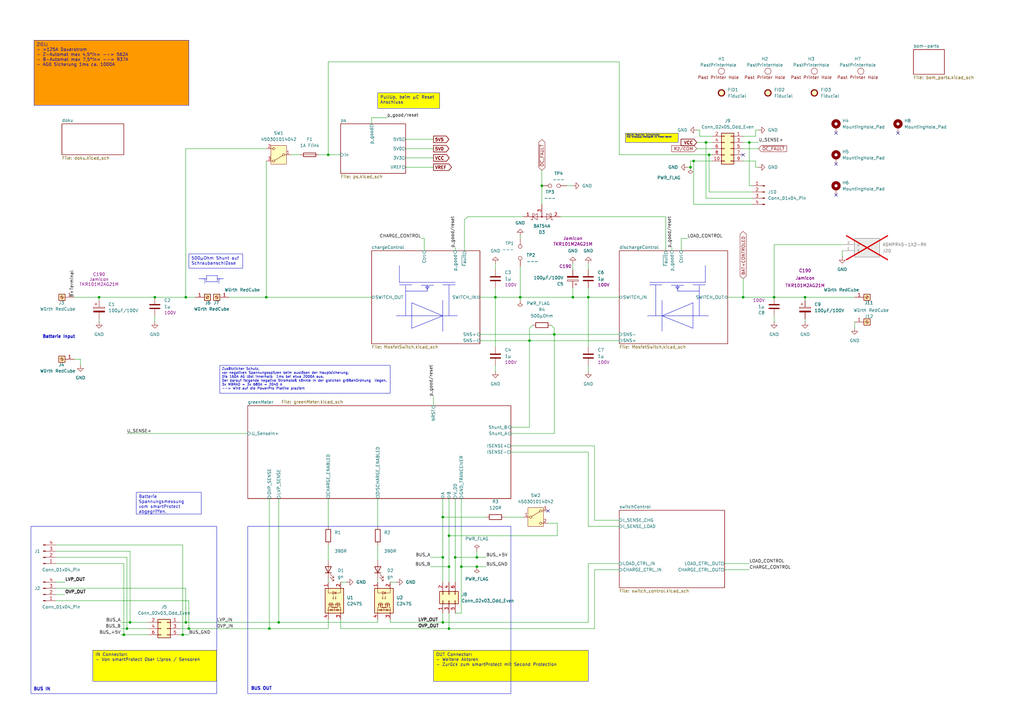
<source format=kicad_sch>
(kicad_sch
	(version 20250114)
	(generator "eeschema")
	(generator_version "9.0")
	(uuid "bf1f8167-8e29-49cc-a467-dd9cc2c77246")
	(paper "A3")
	(lib_symbols
		(symbol "ASMPR45-1X2-RK:ASMPR45-1X2-RK"
			(pin_names
				(offset 1.016)
			)
			(exclude_from_sim no)
			(in_bom yes)
			(on_board yes)
			(property "Reference" "J"
				(at -5.08 3.302 0)
				(effects
					(font
						(size 1.27 1.27)
					)
					(justify left bottom)
				)
			)
			(property "Value" "ASMPR45-1X2-RK"
				(at -5.08 -7.62 0)
				(effects
					(font
						(size 1.27 1.27)
					)
					(justify left bottom)
				)
			)
			(property "Footprint" "ASMPR45-1X2-RK:APP_ASMPR45-1X2-RK"
				(at 0 0 0)
				(effects
					(font
						(size 1.27 1.27)
					)
					(justify bottom)
					(hide yes)
				)
			)
			(property "Datasheet" ""
				(at 0 0 0)
				(effects
					(font
						(size 1.27 1.27)
					)
					(hide yes)
				)
			)
			(property "Description" ""
				(at 0 0 0)
				(effects
					(font
						(size 1.27 1.27)
					)
					(hide yes)
				)
			)
			(property "MF" "Anderson Power Products"
				(at 0 0 0)
				(effects
					(font
						(size 1.27 1.27)
					)
					(justify bottom)
					(hide yes)
				)
			)
			(property "MAXIMUM_PACKAGE_HEIGHT" "8.4mm"
				(at 0 0 0)
				(effects
					(font
						(size 1.27 1.27)
					)
					(justify bottom)
					(hide yes)
				)
			)
			(property "Package" "None"
				(at 0 0 0)
				(effects
					(font
						(size 1.27 1.27)
					)
					(justify bottom)
					(hide yes)
				)
			)
			(property "Price" "None"
				(at 0 0 0)
				(effects
					(font
						(size 1.27 1.27)
					)
					(justify bottom)
					(hide yes)
				)
			)
			(property "Check_prices" "https://www.snapeda.com/parts/ASMPR45-1X2-RK/Anderson+Metals/view-part/?ref=eda"
				(at 0 0 0)
				(effects
					(font
						(size 1.27 1.27)
					)
					(justify bottom)
					(hide yes)
				)
			)
			(property "STANDARD" "Manufacturer Recommendations"
				(at 0 0 0)
				(effects
					(font
						(size 1.27 1.27)
					)
					(justify bottom)
					(hide yes)
				)
			)
			(property "PARTREV" "N/A"
				(at 0 0 0)
				(effects
					(font
						(size 1.27 1.27)
					)
					(justify bottom)
					(hide yes)
				)
			)
			(property "SnapEDA_Link" "https://www.snapeda.com/parts/ASMPR45-1X2-RK/Anderson+Metals/view-part/?ref=snap"
				(at 0 0 0)
				(effects
					(font
						(size 1.27 1.27)
					)
					(justify bottom)
					(hide yes)
				)
			)
			(property "MP" "ASMPR45-1X2-RK"
				(at 0 0 0)
				(effects
					(font
						(size 1.27 1.27)
					)
					(justify bottom)
					(hide yes)
				)
			)
			(property "Description_1" "2 Position Non-Gendered, Self Mating Connector Solder Surface Mount, Right Angle"
				(at 0 0 0)
				(effects
					(font
						(size 1.27 1.27)
					)
					(justify bottom)
					(hide yes)
				)
			)
			(property "Availability" "In Stock"
				(at 0 0 0)
				(effects
					(font
						(size 1.27 1.27)
					)
					(justify bottom)
					(hide yes)
				)
			)
			(property "MANUFACTURER" "APP"
				(at 0 0 0)
				(effects
					(font
						(size 1.27 1.27)
					)
					(justify bottom)
					(hide yes)
				)
			)
			(symbol "ASMPR45-1X2-RK_0_0"
				(rectangle
					(start -5.08 -5.08)
					(end 5.08 2.54)
					(stroke
						(width 0.254)
						(type default)
					)
					(fill
						(type background)
					)
				)
				(pin passive line
					(at -10.16 0 0)
					(length 5.08)
					(name "1"
						(effects
							(font
								(size 1.016 1.016)
							)
						)
					)
					(number "1"
						(effects
							(font
								(size 1.016 1.016)
							)
						)
					)
				)
				(pin passive line
					(at -10.16 -2.54 0)
					(length 5.08)
					(name "2"
						(effects
							(font
								(size 1.016 1.016)
							)
						)
					)
					(number "2"
						(effects
							(font
								(size 1.016 1.016)
							)
						)
					)
				)
			)
			(embedded_fonts no)
		)
		(symbol "Connector:Conn_01x04_Pin"
			(pin_names
				(offset 1.016)
				(hide yes)
			)
			(exclude_from_sim no)
			(in_bom yes)
			(on_board yes)
			(property "Reference" "J"
				(at 0 5.08 0)
				(effects
					(font
						(size 1.27 1.27)
					)
				)
			)
			(property "Value" "Conn_01x04_Pin"
				(at 0 -7.62 0)
				(effects
					(font
						(size 1.27 1.27)
					)
				)
			)
			(property "Footprint" ""
				(at 0 0 0)
				(effects
					(font
						(size 1.27 1.27)
					)
					(hide yes)
				)
			)
			(property "Datasheet" "~"
				(at 0 0 0)
				(effects
					(font
						(size 1.27 1.27)
					)
					(hide yes)
				)
			)
			(property "Description" "Generic connector, single row, 01x04, script generated"
				(at 0 0 0)
				(effects
					(font
						(size 1.27 1.27)
					)
					(hide yes)
				)
			)
			(property "ki_locked" ""
				(at 0 0 0)
				(effects
					(font
						(size 1.27 1.27)
					)
				)
			)
			(property "ki_keywords" "connector"
				(at 0 0 0)
				(effects
					(font
						(size 1.27 1.27)
					)
					(hide yes)
				)
			)
			(property "ki_fp_filters" "Connector*:*_1x??_*"
				(at 0 0 0)
				(effects
					(font
						(size 1.27 1.27)
					)
					(hide yes)
				)
			)
			(symbol "Conn_01x04_Pin_1_1"
				(rectangle
					(start 0.8636 2.667)
					(end 0 2.413)
					(stroke
						(width 0.1524)
						(type default)
					)
					(fill
						(type outline)
					)
				)
				(rectangle
					(start 0.8636 0.127)
					(end 0 -0.127)
					(stroke
						(width 0.1524)
						(type default)
					)
					(fill
						(type outline)
					)
				)
				(rectangle
					(start 0.8636 -2.413)
					(end 0 -2.667)
					(stroke
						(width 0.1524)
						(type default)
					)
					(fill
						(type outline)
					)
				)
				(rectangle
					(start 0.8636 -4.953)
					(end 0 -5.207)
					(stroke
						(width 0.1524)
						(type default)
					)
					(fill
						(type outline)
					)
				)
				(polyline
					(pts
						(xy 1.27 2.54) (xy 0.8636 2.54)
					)
					(stroke
						(width 0.1524)
						(type default)
					)
					(fill
						(type none)
					)
				)
				(polyline
					(pts
						(xy 1.27 0) (xy 0.8636 0)
					)
					(stroke
						(width 0.1524)
						(type default)
					)
					(fill
						(type none)
					)
				)
				(polyline
					(pts
						(xy 1.27 -2.54) (xy 0.8636 -2.54)
					)
					(stroke
						(width 0.1524)
						(type default)
					)
					(fill
						(type none)
					)
				)
				(polyline
					(pts
						(xy 1.27 -5.08) (xy 0.8636 -5.08)
					)
					(stroke
						(width 0.1524)
						(type default)
					)
					(fill
						(type none)
					)
				)
				(pin passive line
					(at 5.08 2.54 180)
					(length 3.81)
					(name "Pin_1"
						(effects
							(font
								(size 1.27 1.27)
							)
						)
					)
					(number "1"
						(effects
							(font
								(size 1.27 1.27)
							)
						)
					)
				)
				(pin passive line
					(at 5.08 0 180)
					(length 3.81)
					(name "Pin_2"
						(effects
							(font
								(size 1.27 1.27)
							)
						)
					)
					(number "2"
						(effects
							(font
								(size 1.27 1.27)
							)
						)
					)
				)
				(pin passive line
					(at 5.08 -2.54 180)
					(length 3.81)
					(name "Pin_3"
						(effects
							(font
								(size 1.27 1.27)
							)
						)
					)
					(number "3"
						(effects
							(font
								(size 1.27 1.27)
							)
						)
					)
				)
				(pin passive line
					(at 5.08 -5.08 180)
					(length 3.81)
					(name "Pin_4"
						(effects
							(font
								(size 1.27 1.27)
							)
						)
					)
					(number "4"
						(effects
							(font
								(size 1.27 1.27)
							)
						)
					)
				)
			)
			(embedded_fonts no)
		)
		(symbol "Connector:Screw_Terminal_01x01"
			(pin_names
				(offset 1.016)
				(hide yes)
			)
			(exclude_from_sim no)
			(in_bom yes)
			(on_board yes)
			(property "Reference" "J"
				(at 0 2.54 0)
				(effects
					(font
						(size 1.27 1.27)
					)
				)
			)
			(property "Value" "Screw_Terminal_01x01"
				(at 0 -2.54 0)
				(effects
					(font
						(size 1.27 1.27)
					)
				)
			)
			(property "Footprint" ""
				(at 0 0 0)
				(effects
					(font
						(size 1.27 1.27)
					)
					(hide yes)
				)
			)
			(property "Datasheet" "~"
				(at 0 0 0)
				(effects
					(font
						(size 1.27 1.27)
					)
					(hide yes)
				)
			)
			(property "Description" "Generic screw terminal, single row, 01x01, script generated (kicad-library-utils/schlib/autogen/connector/)"
				(at 0 0 0)
				(effects
					(font
						(size 1.27 1.27)
					)
					(hide yes)
				)
			)
			(property "ki_keywords" "screw terminal"
				(at 0 0 0)
				(effects
					(font
						(size 1.27 1.27)
					)
					(hide yes)
				)
			)
			(property "ki_fp_filters" "TerminalBlock*:*"
				(at 0 0 0)
				(effects
					(font
						(size 1.27 1.27)
					)
					(hide yes)
				)
			)
			(symbol "Screw_Terminal_01x01_1_1"
				(rectangle
					(start -1.27 1.27)
					(end 1.27 -1.27)
					(stroke
						(width 0.254)
						(type default)
					)
					(fill
						(type background)
					)
				)
				(polyline
					(pts
						(xy -0.5334 0.3302) (xy 0.3302 -0.508)
					)
					(stroke
						(width 0.1524)
						(type default)
					)
					(fill
						(type none)
					)
				)
				(polyline
					(pts
						(xy -0.3556 0.508) (xy 0.508 -0.3302)
					)
					(stroke
						(width 0.1524)
						(type default)
					)
					(fill
						(type none)
					)
				)
				(circle
					(center 0 0)
					(radius 0.635)
					(stroke
						(width 0.1524)
						(type default)
					)
					(fill
						(type none)
					)
				)
				(pin passive line
					(at -5.08 0 0)
					(length 3.81)
					(name "Pin_1"
						(effects
							(font
								(size 1.27 1.27)
							)
						)
					)
					(number "1"
						(effects
							(font
								(size 1.27 1.27)
							)
						)
					)
				)
			)
			(embedded_fonts no)
		)
		(symbol "Connector:TestPoint"
			(pin_numbers
				(hide yes)
			)
			(pin_names
				(offset 0.762)
				(hide yes)
			)
			(exclude_from_sim no)
			(in_bom yes)
			(on_board yes)
			(property "Reference" "TP"
				(at 0 6.858 0)
				(effects
					(font
						(size 1.27 1.27)
					)
				)
			)
			(property "Value" "TestPoint"
				(at 0 5.08 0)
				(effects
					(font
						(size 1.27 1.27)
					)
				)
			)
			(property "Footprint" ""
				(at 5.08 0 0)
				(effects
					(font
						(size 1.27 1.27)
					)
					(hide yes)
				)
			)
			(property "Datasheet" "~"
				(at 5.08 0 0)
				(effects
					(font
						(size 1.27 1.27)
					)
					(hide yes)
				)
			)
			(property "Description" "test point"
				(at 0 0 0)
				(effects
					(font
						(size 1.27 1.27)
					)
					(hide yes)
				)
			)
			(property "ki_keywords" "test point tp"
				(at 0 0 0)
				(effects
					(font
						(size 1.27 1.27)
					)
					(hide yes)
				)
			)
			(property "ki_fp_filters" "Pin* Test*"
				(at 0 0 0)
				(effects
					(font
						(size 1.27 1.27)
					)
					(hide yes)
				)
			)
			(symbol "TestPoint_0_1"
				(circle
					(center 0 3.302)
					(radius 0.762)
					(stroke
						(width 0)
						(type default)
					)
					(fill
						(type none)
					)
				)
			)
			(symbol "TestPoint_1_1"
				(pin passive line
					(at 0 0 90)
					(length 2.54)
					(name "1"
						(effects
							(font
								(size 1.27 1.27)
							)
						)
					)
					(number "1"
						(effects
							(font
								(size 1.27 1.27)
							)
						)
					)
				)
			)
			(embedded_fonts no)
		)
		(symbol "Connector_Generic:Conn_02x03_Odd_Even"
			(pin_names
				(offset 1.016)
				(hide yes)
			)
			(exclude_from_sim no)
			(in_bom yes)
			(on_board yes)
			(property "Reference" "J"
				(at 1.27 5.08 0)
				(effects
					(font
						(size 1.27 1.27)
					)
				)
			)
			(property "Value" "Conn_02x03_Odd_Even"
				(at 1.27 -5.08 0)
				(effects
					(font
						(size 1.27 1.27)
					)
				)
			)
			(property "Footprint" ""
				(at 0 0 0)
				(effects
					(font
						(size 1.27 1.27)
					)
					(hide yes)
				)
			)
			(property "Datasheet" "~"
				(at 0 0 0)
				(effects
					(font
						(size 1.27 1.27)
					)
					(hide yes)
				)
			)
			(property "Description" "Generic connector, double row, 02x03, odd/even pin numbering scheme (row 1 odd numbers, row 2 even numbers), script generated (kicad-library-utils/schlib/autogen/connector/)"
				(at 0 0 0)
				(effects
					(font
						(size 1.27 1.27)
					)
					(hide yes)
				)
			)
			(property "ki_keywords" "connector"
				(at 0 0 0)
				(effects
					(font
						(size 1.27 1.27)
					)
					(hide yes)
				)
			)
			(property "ki_fp_filters" "Connector*:*_2x??_*"
				(at 0 0 0)
				(effects
					(font
						(size 1.27 1.27)
					)
					(hide yes)
				)
			)
			(symbol "Conn_02x03_Odd_Even_1_1"
				(rectangle
					(start -1.27 3.81)
					(end 3.81 -3.81)
					(stroke
						(width 0.254)
						(type default)
					)
					(fill
						(type background)
					)
				)
				(rectangle
					(start -1.27 2.667)
					(end 0 2.413)
					(stroke
						(width 0.1524)
						(type default)
					)
					(fill
						(type none)
					)
				)
				(rectangle
					(start -1.27 0.127)
					(end 0 -0.127)
					(stroke
						(width 0.1524)
						(type default)
					)
					(fill
						(type none)
					)
				)
				(rectangle
					(start -1.27 -2.413)
					(end 0 -2.667)
					(stroke
						(width 0.1524)
						(type default)
					)
					(fill
						(type none)
					)
				)
				(rectangle
					(start 3.81 2.667)
					(end 2.54 2.413)
					(stroke
						(width 0.1524)
						(type default)
					)
					(fill
						(type none)
					)
				)
				(rectangle
					(start 3.81 0.127)
					(end 2.54 -0.127)
					(stroke
						(width 0.1524)
						(type default)
					)
					(fill
						(type none)
					)
				)
				(rectangle
					(start 3.81 -2.413)
					(end 2.54 -2.667)
					(stroke
						(width 0.1524)
						(type default)
					)
					(fill
						(type none)
					)
				)
				(pin passive line
					(at -5.08 2.54 0)
					(length 3.81)
					(name "Pin_1"
						(effects
							(font
								(size 1.27 1.27)
							)
						)
					)
					(number "1"
						(effects
							(font
								(size 1.27 1.27)
							)
						)
					)
				)
				(pin passive line
					(at -5.08 0 0)
					(length 3.81)
					(name "Pin_3"
						(effects
							(font
								(size 1.27 1.27)
							)
						)
					)
					(number "3"
						(effects
							(font
								(size 1.27 1.27)
							)
						)
					)
				)
				(pin passive line
					(at -5.08 -2.54 0)
					(length 3.81)
					(name "Pin_5"
						(effects
							(font
								(size 1.27 1.27)
							)
						)
					)
					(number "5"
						(effects
							(font
								(size 1.27 1.27)
							)
						)
					)
				)
				(pin passive line
					(at 7.62 2.54 180)
					(length 3.81)
					(name "Pin_2"
						(effects
							(font
								(size 1.27 1.27)
							)
						)
					)
					(number "2"
						(effects
							(font
								(size 1.27 1.27)
							)
						)
					)
				)
				(pin passive line
					(at 7.62 0 180)
					(length 3.81)
					(name "Pin_4"
						(effects
							(font
								(size 1.27 1.27)
							)
						)
					)
					(number "4"
						(effects
							(font
								(size 1.27 1.27)
							)
						)
					)
				)
				(pin passive line
					(at 7.62 -2.54 180)
					(length 3.81)
					(name "Pin_6"
						(effects
							(font
								(size 1.27 1.27)
							)
						)
					)
					(number "6"
						(effects
							(font
								(size 1.27 1.27)
							)
						)
					)
				)
			)
			(embedded_fonts no)
		)
		(symbol "Connector_Generic:Conn_02x05_Odd_Even"
			(pin_names
				(offset 1.016)
				(hide yes)
			)
			(exclude_from_sim no)
			(in_bom yes)
			(on_board yes)
			(property "Reference" "J"
				(at 1.27 7.62 0)
				(effects
					(font
						(size 1.27 1.27)
					)
				)
			)
			(property "Value" "Conn_02x05_Odd_Even"
				(at 1.27 -7.62 0)
				(effects
					(font
						(size 1.27 1.27)
					)
				)
			)
			(property "Footprint" ""
				(at 0 0 0)
				(effects
					(font
						(size 1.27 1.27)
					)
					(hide yes)
				)
			)
			(property "Datasheet" "~"
				(at 0 0 0)
				(effects
					(font
						(size 1.27 1.27)
					)
					(hide yes)
				)
			)
			(property "Description" "Generic connector, double row, 02x05, odd/even pin numbering scheme (row 1 odd numbers, row 2 even numbers), script generated (kicad-library-utils/schlib/autogen/connector/)"
				(at 0 0 0)
				(effects
					(font
						(size 1.27 1.27)
					)
					(hide yes)
				)
			)
			(property "ki_keywords" "connector"
				(at 0 0 0)
				(effects
					(font
						(size 1.27 1.27)
					)
					(hide yes)
				)
			)
			(property "ki_fp_filters" "Connector*:*_2x??_*"
				(at 0 0 0)
				(effects
					(font
						(size 1.27 1.27)
					)
					(hide yes)
				)
			)
			(symbol "Conn_02x05_Odd_Even_1_1"
				(rectangle
					(start -1.27 6.35)
					(end 3.81 -6.35)
					(stroke
						(width 0.254)
						(type default)
					)
					(fill
						(type background)
					)
				)
				(rectangle
					(start -1.27 5.207)
					(end 0 4.953)
					(stroke
						(width 0.1524)
						(type default)
					)
					(fill
						(type none)
					)
				)
				(rectangle
					(start -1.27 2.667)
					(end 0 2.413)
					(stroke
						(width 0.1524)
						(type default)
					)
					(fill
						(type none)
					)
				)
				(rectangle
					(start -1.27 0.127)
					(end 0 -0.127)
					(stroke
						(width 0.1524)
						(type default)
					)
					(fill
						(type none)
					)
				)
				(rectangle
					(start -1.27 -2.413)
					(end 0 -2.667)
					(stroke
						(width 0.1524)
						(type default)
					)
					(fill
						(type none)
					)
				)
				(rectangle
					(start -1.27 -4.953)
					(end 0 -5.207)
					(stroke
						(width 0.1524)
						(type default)
					)
					(fill
						(type none)
					)
				)
				(rectangle
					(start 3.81 5.207)
					(end 2.54 4.953)
					(stroke
						(width 0.1524)
						(type default)
					)
					(fill
						(type none)
					)
				)
				(rectangle
					(start 3.81 2.667)
					(end 2.54 2.413)
					(stroke
						(width 0.1524)
						(type default)
					)
					(fill
						(type none)
					)
				)
				(rectangle
					(start 3.81 0.127)
					(end 2.54 -0.127)
					(stroke
						(width 0.1524)
						(type default)
					)
					(fill
						(type none)
					)
				)
				(rectangle
					(start 3.81 -2.413)
					(end 2.54 -2.667)
					(stroke
						(width 0.1524)
						(type default)
					)
					(fill
						(type none)
					)
				)
				(rectangle
					(start 3.81 -4.953)
					(end 2.54 -5.207)
					(stroke
						(width 0.1524)
						(type default)
					)
					(fill
						(type none)
					)
				)
				(pin passive line
					(at -5.08 5.08 0)
					(length 3.81)
					(name "Pin_1"
						(effects
							(font
								(size 1.27 1.27)
							)
						)
					)
					(number "1"
						(effects
							(font
								(size 1.27 1.27)
							)
						)
					)
				)
				(pin passive line
					(at -5.08 2.54 0)
					(length 3.81)
					(name "Pin_3"
						(effects
							(font
								(size 1.27 1.27)
							)
						)
					)
					(number "3"
						(effects
							(font
								(size 1.27 1.27)
							)
						)
					)
				)
				(pin passive line
					(at -5.08 0 0)
					(length 3.81)
					(name "Pin_5"
						(effects
							(font
								(size 1.27 1.27)
							)
						)
					)
					(number "5"
						(effects
							(font
								(size 1.27 1.27)
							)
						)
					)
				)
				(pin passive line
					(at -5.08 -2.54 0)
					(length 3.81)
					(name "Pin_7"
						(effects
							(font
								(size 1.27 1.27)
							)
						)
					)
					(number "7"
						(effects
							(font
								(size 1.27 1.27)
							)
						)
					)
				)
				(pin passive line
					(at -5.08 -5.08 0)
					(length 3.81)
					(name "Pin_9"
						(effects
							(font
								(size 1.27 1.27)
							)
						)
					)
					(number "9"
						(effects
							(font
								(size 1.27 1.27)
							)
						)
					)
				)
				(pin passive line
					(at 7.62 5.08 180)
					(length 3.81)
					(name "Pin_2"
						(effects
							(font
								(size 1.27 1.27)
							)
						)
					)
					(number "2"
						(effects
							(font
								(size 1.27 1.27)
							)
						)
					)
				)
				(pin passive line
					(at 7.62 2.54 180)
					(length 3.81)
					(name "Pin_4"
						(effects
							(font
								(size 1.27 1.27)
							)
						)
					)
					(number "4"
						(effects
							(font
								(size 1.27 1.27)
							)
						)
					)
				)
				(pin passive line
					(at 7.62 0 180)
					(length 3.81)
					(name "Pin_6"
						(effects
							(font
								(size 1.27 1.27)
							)
						)
					)
					(number "6"
						(effects
							(font
								(size 1.27 1.27)
							)
						)
					)
				)
				(pin passive line
					(at 7.62 -2.54 180)
					(length 3.81)
					(name "Pin_8"
						(effects
							(font
								(size 1.27 1.27)
							)
						)
					)
					(number "8"
						(effects
							(font
								(size 1.27 1.27)
							)
						)
					)
				)
				(pin passive line
					(at 7.62 -5.08 180)
					(length 3.81)
					(name "Pin_10"
						(effects
							(font
								(size 1.27 1.27)
							)
						)
					)
					(number "10"
						(effects
							(font
								(size 1.27 1.27)
							)
						)
					)
				)
			)
			(embedded_fonts no)
		)
		(symbol "Device:C"
			(pin_numbers
				(hide yes)
			)
			(pin_names
				(offset 0.254)
			)
			(exclude_from_sim no)
			(in_bom yes)
			(on_board yes)
			(property "Reference" "C"
				(at 0.635 2.54 0)
				(effects
					(font
						(size 1.27 1.27)
					)
					(justify left)
				)
			)
			(property "Value" "C"
				(at 0.635 -2.54 0)
				(effects
					(font
						(size 1.27 1.27)
					)
					(justify left)
				)
			)
			(property "Footprint" ""
				(at 0.9652 -3.81 0)
				(effects
					(font
						(size 1.27 1.27)
					)
					(hide yes)
				)
			)
			(property "Datasheet" "~"
				(at 0 0 0)
				(effects
					(font
						(size 1.27 1.27)
					)
					(hide yes)
				)
			)
			(property "Description" "Unpolarized capacitor"
				(at 0 0 0)
				(effects
					(font
						(size 1.27 1.27)
					)
					(hide yes)
				)
			)
			(property "ki_keywords" "cap capacitor"
				(at 0 0 0)
				(effects
					(font
						(size 1.27 1.27)
					)
					(hide yes)
				)
			)
			(property "ki_fp_filters" "C_*"
				(at 0 0 0)
				(effects
					(font
						(size 1.27 1.27)
					)
					(hide yes)
				)
			)
			(symbol "C_0_1"
				(polyline
					(pts
						(xy -2.032 0.762) (xy 2.032 0.762)
					)
					(stroke
						(width 0.508)
						(type default)
					)
					(fill
						(type none)
					)
				)
				(polyline
					(pts
						(xy -2.032 -0.762) (xy 2.032 -0.762)
					)
					(stroke
						(width 0.508)
						(type default)
					)
					(fill
						(type none)
					)
				)
			)
			(symbol "C_1_1"
				(pin passive line
					(at 0 3.81 270)
					(length 2.794)
					(name "~"
						(effects
							(font
								(size 1.27 1.27)
							)
						)
					)
					(number "1"
						(effects
							(font
								(size 1.27 1.27)
							)
						)
					)
				)
				(pin passive line
					(at 0 -3.81 90)
					(length 2.794)
					(name "~"
						(effects
							(font
								(size 1.27 1.27)
							)
						)
					)
					(number "2"
						(effects
							(font
								(size 1.27 1.27)
							)
						)
					)
				)
			)
			(embedded_fonts no)
		)
		(symbol "Device:C_Polarized"
			(pin_numbers
				(hide yes)
			)
			(pin_names
				(offset 0.254)
			)
			(exclude_from_sim no)
			(in_bom yes)
			(on_board yes)
			(property "Reference" "C"
				(at 0.635 2.54 0)
				(effects
					(font
						(size 1.27 1.27)
					)
					(justify left)
				)
			)
			(property "Value" "C_Polarized"
				(at 0.635 -2.54 0)
				(effects
					(font
						(size 1.27 1.27)
					)
					(justify left)
				)
			)
			(property "Footprint" ""
				(at 0.9652 -3.81 0)
				(effects
					(font
						(size 1.27 1.27)
					)
					(hide yes)
				)
			)
			(property "Datasheet" "~"
				(at 0 0 0)
				(effects
					(font
						(size 1.27 1.27)
					)
					(hide yes)
				)
			)
			(property "Description" "Polarized capacitor"
				(at 0 0 0)
				(effects
					(font
						(size 1.27 1.27)
					)
					(hide yes)
				)
			)
			(property "ki_keywords" "cap capacitor"
				(at 0 0 0)
				(effects
					(font
						(size 1.27 1.27)
					)
					(hide yes)
				)
			)
			(property "ki_fp_filters" "CP_*"
				(at 0 0 0)
				(effects
					(font
						(size 1.27 1.27)
					)
					(hide yes)
				)
			)
			(symbol "C_Polarized_0_1"
				(rectangle
					(start -2.286 0.508)
					(end 2.286 1.016)
					(stroke
						(width 0)
						(type default)
					)
					(fill
						(type none)
					)
				)
				(polyline
					(pts
						(xy -1.778 2.286) (xy -0.762 2.286)
					)
					(stroke
						(width 0)
						(type default)
					)
					(fill
						(type none)
					)
				)
				(polyline
					(pts
						(xy -1.27 2.794) (xy -1.27 1.778)
					)
					(stroke
						(width 0)
						(type default)
					)
					(fill
						(type none)
					)
				)
				(rectangle
					(start 2.286 -0.508)
					(end -2.286 -1.016)
					(stroke
						(width 0)
						(type default)
					)
					(fill
						(type outline)
					)
				)
			)
			(symbol "C_Polarized_1_1"
				(pin passive line
					(at 0 3.81 270)
					(length 2.794)
					(name "~"
						(effects
							(font
								(size 1.27 1.27)
							)
						)
					)
					(number "1"
						(effects
							(font
								(size 1.27 1.27)
							)
						)
					)
				)
				(pin passive line
					(at 0 -3.81 90)
					(length 2.794)
					(name "~"
						(effects
							(font
								(size 1.27 1.27)
							)
						)
					)
					(number "2"
						(effects
							(font
								(size 1.27 1.27)
							)
						)
					)
				)
			)
			(embedded_fonts no)
		)
		(symbol "Device:Fuse"
			(pin_numbers
				(hide yes)
			)
			(pin_names
				(offset 0)
			)
			(exclude_from_sim no)
			(in_bom yes)
			(on_board yes)
			(property "Reference" "F"
				(at 2.032 0 90)
				(effects
					(font
						(size 1.27 1.27)
					)
				)
			)
			(property "Value" "Fuse"
				(at -1.905 0 90)
				(effects
					(font
						(size 1.27 1.27)
					)
				)
			)
			(property "Footprint" ""
				(at -1.778 0 90)
				(effects
					(font
						(size 1.27 1.27)
					)
					(hide yes)
				)
			)
			(property "Datasheet" "~"
				(at 0 0 0)
				(effects
					(font
						(size 1.27 1.27)
					)
					(hide yes)
				)
			)
			(property "Description" "Fuse"
				(at 0 0 0)
				(effects
					(font
						(size 1.27 1.27)
					)
					(hide yes)
				)
			)
			(property "ki_keywords" "fuse"
				(at 0 0 0)
				(effects
					(font
						(size 1.27 1.27)
					)
					(hide yes)
				)
			)
			(property "ki_fp_filters" "*Fuse*"
				(at 0 0 0)
				(effects
					(font
						(size 1.27 1.27)
					)
					(hide yes)
				)
			)
			(symbol "Fuse_0_1"
				(rectangle
					(start -0.762 -2.54)
					(end 0.762 2.54)
					(stroke
						(width 0.254)
						(type default)
					)
					(fill
						(type none)
					)
				)
				(polyline
					(pts
						(xy 0 2.54) (xy 0 -2.54)
					)
					(stroke
						(width 0)
						(type default)
					)
					(fill
						(type none)
					)
				)
			)
			(symbol "Fuse_1_1"
				(pin passive line
					(at 0 3.81 270)
					(length 1.27)
					(name "~"
						(effects
							(font
								(size 1.27 1.27)
							)
						)
					)
					(number "1"
						(effects
							(font
								(size 1.27 1.27)
							)
						)
					)
				)
				(pin passive line
					(at 0 -3.81 90)
					(length 1.27)
					(name "~"
						(effects
							(font
								(size 1.27 1.27)
							)
						)
					)
					(number "2"
						(effects
							(font
								(size 1.27 1.27)
							)
						)
					)
				)
			)
			(embedded_fonts no)
		)
		(symbol "Device:LED"
			(pin_numbers
				(hide yes)
			)
			(pin_names
				(offset 1.016)
				(hide yes)
			)
			(exclude_from_sim no)
			(in_bom yes)
			(on_board yes)
			(property "Reference" "D"
				(at 0 2.54 0)
				(effects
					(font
						(size 1.27 1.27)
					)
				)
			)
			(property "Value" "LED"
				(at 0 -2.54 0)
				(effects
					(font
						(size 1.27 1.27)
					)
				)
			)
			(property "Footprint" ""
				(at 0 0 0)
				(effects
					(font
						(size 1.27 1.27)
					)
					(hide yes)
				)
			)
			(property "Datasheet" "~"
				(at 0 0 0)
				(effects
					(font
						(size 1.27 1.27)
					)
					(hide yes)
				)
			)
			(property "Description" "Light emitting diode"
				(at 0 0 0)
				(effects
					(font
						(size 1.27 1.27)
					)
					(hide yes)
				)
			)
			(property "Sim.Pins" "1=K 2=A"
				(at 0 0 0)
				(effects
					(font
						(size 1.27 1.27)
					)
					(hide yes)
				)
			)
			(property "ki_keywords" "LED diode"
				(at 0 0 0)
				(effects
					(font
						(size 1.27 1.27)
					)
					(hide yes)
				)
			)
			(property "ki_fp_filters" "LED* LED_SMD:* LED_THT:*"
				(at 0 0 0)
				(effects
					(font
						(size 1.27 1.27)
					)
					(hide yes)
				)
			)
			(symbol "LED_0_1"
				(polyline
					(pts
						(xy -3.048 -0.762) (xy -4.572 -2.286) (xy -3.81 -2.286) (xy -4.572 -2.286) (xy -4.572 -1.524)
					)
					(stroke
						(width 0)
						(type default)
					)
					(fill
						(type none)
					)
				)
				(polyline
					(pts
						(xy -1.778 -0.762) (xy -3.302 -2.286) (xy -2.54 -2.286) (xy -3.302 -2.286) (xy -3.302 -1.524)
					)
					(stroke
						(width 0)
						(type default)
					)
					(fill
						(type none)
					)
				)
				(polyline
					(pts
						(xy -1.27 0) (xy 1.27 0)
					)
					(stroke
						(width 0)
						(type default)
					)
					(fill
						(type none)
					)
				)
				(polyline
					(pts
						(xy -1.27 -1.27) (xy -1.27 1.27)
					)
					(stroke
						(width 0.254)
						(type default)
					)
					(fill
						(type none)
					)
				)
				(polyline
					(pts
						(xy 1.27 -1.27) (xy 1.27 1.27) (xy -1.27 0) (xy 1.27 -1.27)
					)
					(stroke
						(width 0.254)
						(type default)
					)
					(fill
						(type none)
					)
				)
			)
			(symbol "LED_1_1"
				(pin passive line
					(at -3.81 0 0)
					(length 2.54)
					(name "K"
						(effects
							(font
								(size 1.27 1.27)
							)
						)
					)
					(number "1"
						(effects
							(font
								(size 1.27 1.27)
							)
						)
					)
				)
				(pin passive line
					(at 3.81 0 180)
					(length 2.54)
					(name "A"
						(effects
							(font
								(size 1.27 1.27)
							)
						)
					)
					(number "2"
						(effects
							(font
								(size 1.27 1.27)
							)
						)
					)
				)
			)
			(embedded_fonts no)
		)
		(symbol "Device:R"
			(pin_numbers
				(hide yes)
			)
			(pin_names
				(offset 0)
			)
			(exclude_from_sim no)
			(in_bom yes)
			(on_board yes)
			(property "Reference" "R"
				(at 2.032 0 90)
				(effects
					(font
						(size 1.27 1.27)
					)
				)
			)
			(property "Value" "R"
				(at 0 0 90)
				(effects
					(font
						(size 1.27 1.27)
					)
				)
			)
			(property "Footprint" ""
				(at -1.778 0 90)
				(effects
					(font
						(size 1.27 1.27)
					)
					(hide yes)
				)
			)
			(property "Datasheet" "~"
				(at 0 0 0)
				(effects
					(font
						(size 1.27 1.27)
					)
					(hide yes)
				)
			)
			(property "Description" "Resistor"
				(at 0 0 0)
				(effects
					(font
						(size 1.27 1.27)
					)
					(hide yes)
				)
			)
			(property "ki_keywords" "R res resistor"
				(at 0 0 0)
				(effects
					(font
						(size 1.27 1.27)
					)
					(hide yes)
				)
			)
			(property "ki_fp_filters" "R_*"
				(at 0 0 0)
				(effects
					(font
						(size 1.27 1.27)
					)
					(hide yes)
				)
			)
			(symbol "R_0_1"
				(rectangle
					(start -1.016 -2.54)
					(end 1.016 2.54)
					(stroke
						(width 0.254)
						(type default)
					)
					(fill
						(type none)
					)
				)
			)
			(symbol "R_1_1"
				(pin passive line
					(at 0 3.81 270)
					(length 1.27)
					(name "~"
						(effects
							(font
								(size 1.27 1.27)
							)
						)
					)
					(number "1"
						(effects
							(font
								(size 1.27 1.27)
							)
						)
					)
				)
				(pin passive line
					(at 0 -3.81 90)
					(length 1.27)
					(name "~"
						(effects
							(font
								(size 1.27 1.27)
							)
						)
					)
					(number "2"
						(effects
							(font
								(size 1.27 1.27)
							)
						)
					)
				)
			)
			(embedded_fonts no)
		)
		(symbol "Diode:BAT54A"
			(pin_names
				(offset 1.016)
			)
			(exclude_from_sim no)
			(in_bom yes)
			(on_board yes)
			(property "Reference" "D"
				(at 0.635 -3.81 0)
				(effects
					(font
						(size 1.27 1.27)
					)
					(justify left)
				)
			)
			(property "Value" "BAT54A"
				(at -6.35 3.175 0)
				(effects
					(font
						(size 1.27 1.27)
					)
					(justify left)
				)
			)
			(property "Footprint" "Package_TO_SOT_SMD:SOT-23"
				(at 1.905 3.175 0)
				(effects
					(font
						(size 1.27 1.27)
					)
					(justify left)
					(hide yes)
				)
			)
			(property "Datasheet" "http://www.diodes.com/_files/datasheets/ds11005.pdf"
				(at -3.048 0 0)
				(effects
					(font
						(size 1.27 1.27)
					)
					(hide yes)
				)
			)
			(property "Description" "schottky barrier diode"
				(at 0 0 0)
				(effects
					(font
						(size 1.27 1.27)
					)
					(hide yes)
				)
			)
			(property "ki_keywords" "schottky diode"
				(at 0 0 0)
				(effects
					(font
						(size 1.27 1.27)
					)
					(hide yes)
				)
			)
			(property "ki_fp_filters" "SOT?23*"
				(at 0 0 0)
				(effects
					(font
						(size 1.27 1.27)
					)
					(hide yes)
				)
			)
			(symbol "BAT54A_0_1"
				(polyline
					(pts
						(xy -4.445 1.27) (xy -4.445 1.016)
					)
					(stroke
						(width 0)
						(type default)
					)
					(fill
						(type none)
					)
				)
				(polyline
					(pts
						(xy -3.81 1.27) (xy -4.445 1.27)
					)
					(stroke
						(width 0)
						(type default)
					)
					(fill
						(type none)
					)
				)
				(polyline
					(pts
						(xy -3.81 0) (xy -1.27 0)
					)
					(stroke
						(width 0)
						(type default)
					)
					(fill
						(type none)
					)
				)
				(polyline
					(pts
						(xy -3.81 -1.27) (xy -3.81 1.27)
					)
					(stroke
						(width 0)
						(type default)
					)
					(fill
						(type none)
					)
				)
				(polyline
					(pts
						(xy -3.81 -1.27) (xy -3.175 -1.27)
					)
					(stroke
						(width 0)
						(type default)
					)
					(fill
						(type none)
					)
				)
				(polyline
					(pts
						(xy -3.175 -1.27) (xy -3.175 -1.016)
					)
					(stroke
						(width 0)
						(type default)
					)
					(fill
						(type none)
					)
				)
				(polyline
					(pts
						(xy -1.905 1.27) (xy -1.905 -1.27) (xy -3.81 0) (xy -1.905 1.27)
					)
					(stroke
						(width 0)
						(type default)
					)
					(fill
						(type none)
					)
				)
				(polyline
					(pts
						(xy -1.905 0) (xy 1.905 0)
					)
					(stroke
						(width 0)
						(type default)
					)
					(fill
						(type none)
					)
				)
				(circle
					(center 0 0)
					(radius 0.254)
					(stroke
						(width 0)
						(type default)
					)
					(fill
						(type outline)
					)
				)
				(polyline
					(pts
						(xy 1.27 0) (xy 3.81 0)
					)
					(stroke
						(width 0)
						(type default)
					)
					(fill
						(type none)
					)
				)
				(polyline
					(pts
						(xy 1.905 1.27) (xy 1.905 -1.27) (xy 3.81 0) (xy 1.905 1.27)
					)
					(stroke
						(width 0)
						(type default)
					)
					(fill
						(type none)
					)
				)
				(polyline
					(pts
						(xy 3.175 -1.27) (xy 3.175 -1.016)
					)
					(stroke
						(width 0)
						(type default)
					)
					(fill
						(type none)
					)
				)
				(polyline
					(pts
						(xy 3.81 1.27) (xy 4.445 1.27)
					)
					(stroke
						(width 0)
						(type default)
					)
					(fill
						(type none)
					)
				)
				(polyline
					(pts
						(xy 3.81 -1.27) (xy 3.175 -1.27)
					)
					(stroke
						(width 0)
						(type default)
					)
					(fill
						(type none)
					)
				)
				(polyline
					(pts
						(xy 3.81 -1.27) (xy 3.81 1.27)
					)
					(stroke
						(width 0)
						(type default)
					)
					(fill
						(type none)
					)
				)
				(polyline
					(pts
						(xy 4.445 1.27) (xy 4.445 1.016)
					)
					(stroke
						(width 0)
						(type default)
					)
					(fill
						(type none)
					)
				)
			)
			(symbol "BAT54A_1_1"
				(pin passive line
					(at -7.62 0 0)
					(length 3.81)
					(name "~"
						(effects
							(font
								(size 1.27 1.27)
							)
						)
					)
					(number "1"
						(effects
							(font
								(size 1.27 1.27)
							)
						)
					)
				)
				(pin passive line
					(at 0 -5.08 90)
					(length 5.08)
					(name "~"
						(effects
							(font
								(size 1.27 1.27)
							)
						)
					)
					(number "3"
						(effects
							(font
								(size 1.27 1.27)
							)
						)
					)
				)
				(pin passive line
					(at 7.62 0 180)
					(length 3.81)
					(name "~"
						(effects
							(font
								(size 1.27 1.27)
							)
						)
					)
					(number "2"
						(effects
							(font
								(size 1.27 1.27)
							)
						)
					)
				)
			)
			(embedded_fonts no)
		)
		(symbol "Mechanical:Fiducial"
			(exclude_from_sim yes)
			(in_bom no)
			(on_board yes)
			(property "Reference" "FID"
				(at 0 5.08 0)
				(effects
					(font
						(size 1.27 1.27)
					)
				)
			)
			(property "Value" "Fiducial"
				(at 0 3.175 0)
				(effects
					(font
						(size 1.27 1.27)
					)
				)
			)
			(property "Footprint" ""
				(at 0 0 0)
				(effects
					(font
						(size 1.27 1.27)
					)
					(hide yes)
				)
			)
			(property "Datasheet" "~"
				(at 0 0 0)
				(effects
					(font
						(size 1.27 1.27)
					)
					(hide yes)
				)
			)
			(property "Description" "Fiducial Marker"
				(at 0 0 0)
				(effects
					(font
						(size 1.27 1.27)
					)
					(hide yes)
				)
			)
			(property "ki_keywords" "fiducial marker"
				(at 0 0 0)
				(effects
					(font
						(size 1.27 1.27)
					)
					(hide yes)
				)
			)
			(property "ki_fp_filters" "Fiducial*"
				(at 0 0 0)
				(effects
					(font
						(size 1.27 1.27)
					)
					(hide yes)
				)
			)
			(symbol "Fiducial_0_1"
				(circle
					(center 0 0)
					(radius 1.27)
					(stroke
						(width 0.508)
						(type default)
					)
					(fill
						(type background)
					)
				)
			)
			(embedded_fonts no)
		)
		(symbol "Mechanical:MountingHole_Pad"
			(pin_numbers
				(hide yes)
			)
			(pin_names
				(offset 1.016)
				(hide yes)
			)
			(exclude_from_sim yes)
			(in_bom no)
			(on_board yes)
			(property "Reference" "H"
				(at 0 6.35 0)
				(effects
					(font
						(size 1.27 1.27)
					)
				)
			)
			(property "Value" "MountingHole_Pad"
				(at 0 4.445 0)
				(effects
					(font
						(size 1.27 1.27)
					)
				)
			)
			(property "Footprint" ""
				(at 0 0 0)
				(effects
					(font
						(size 1.27 1.27)
					)
					(hide yes)
				)
			)
			(property "Datasheet" "~"
				(at 0 0 0)
				(effects
					(font
						(size 1.27 1.27)
					)
					(hide yes)
				)
			)
			(property "Description" "Mounting Hole with connection"
				(at 0 0 0)
				(effects
					(font
						(size 1.27 1.27)
					)
					(hide yes)
				)
			)
			(property "ki_keywords" "mounting hole"
				(at 0 0 0)
				(effects
					(font
						(size 1.27 1.27)
					)
					(hide yes)
				)
			)
			(property "ki_fp_filters" "MountingHole*Pad*"
				(at 0 0 0)
				(effects
					(font
						(size 1.27 1.27)
					)
					(hide yes)
				)
			)
			(symbol "MountingHole_Pad_0_1"
				(circle
					(center 0 1.27)
					(radius 1.27)
					(stroke
						(width 1.27)
						(type default)
					)
					(fill
						(type none)
					)
				)
			)
			(symbol "MountingHole_Pad_1_1"
				(pin input line
					(at 0 -2.54 90)
					(length 2.54)
					(name "1"
						(effects
							(font
								(size 1.27 1.27)
							)
						)
					)
					(number "1"
						(effects
							(font
								(size 1.27 1.27)
							)
						)
					)
				)
			)
			(embedded_fonts no)
		)
		(symbol "Relay_SolidState:ASSR-1218"
			(exclude_from_sim no)
			(in_bom yes)
			(on_board yes)
			(property "Reference" "U"
				(at -5.08 5.08 0)
				(effects
					(font
						(size 1.27 1.27)
					)
					(justify left)
				)
			)
			(property "Value" "ASSR-1218"
				(at 0 5.08 0)
				(effects
					(font
						(size 1.27 1.27)
					)
					(justify left)
				)
			)
			(property "Footprint" "Package_SO:SO-4_4.4x4.3mm_P2.54mm"
				(at -5.08 -5.08 0)
				(effects
					(font
						(size 1.27 1.27)
						(italic yes)
					)
					(justify left)
					(hide yes)
				)
			)
			(property "Datasheet" "https://docs.broadcom.com/docs/AV02-0173EN"
				(at 0 0 0)
				(effects
					(font
						(size 1.27 1.27)
					)
					(justify left)
					(hide yes)
				)
			)
			(property "Description" "Form A, Solid State Relay (Photo MOSFET) 60V, 0.2A, 10Ohm, SO-4"
				(at 0 0 0)
				(effects
					(font
						(size 1.27 1.27)
					)
					(hide yes)
				)
			)
			(property "ki_keywords" "MOSFET Output Photorelay 1-Form-A"
				(at 0 0 0)
				(effects
					(font
						(size 1.27 1.27)
					)
					(hide yes)
				)
			)
			(property "ki_fp_filters" "SO*4.4x4.3mm*P2.54mm*"
				(at 0 0 0)
				(effects
					(font
						(size 1.27 1.27)
					)
					(hide yes)
				)
			)
			(symbol "ASSR-1218_0_1"
				(rectangle
					(start -5.08 3.81)
					(end 5.08 -3.81)
					(stroke
						(width 0.254)
						(type default)
					)
					(fill
						(type background)
					)
				)
				(polyline
					(pts
						(xy -5.08 2.54) (xy -3.175 2.54) (xy -3.175 -2.54) (xy -5.08 -2.54)
					)
					(stroke
						(width 0)
						(type default)
					)
					(fill
						(type none)
					)
				)
				(polyline
					(pts
						(xy -3.81 -0.635) (xy -2.54 -0.635)
					)
					(stroke
						(width 0)
						(type default)
					)
					(fill
						(type none)
					)
				)
				(polyline
					(pts
						(xy -3.175 -0.635) (xy -3.81 0.635) (xy -2.54 0.635) (xy -3.175 -0.635)
					)
					(stroke
						(width 0)
						(type default)
					)
					(fill
						(type none)
					)
				)
				(polyline
					(pts
						(xy -1.905 0.508) (xy -0.635 0.508) (xy -1.016 0.381) (xy -1.016 0.635) (xy -0.635 0.508)
					)
					(stroke
						(width 0)
						(type default)
					)
					(fill
						(type none)
					)
				)
				(polyline
					(pts
						(xy -1.905 -0.508) (xy -0.635 -0.508) (xy -1.016 -0.635) (xy -1.016 -0.381) (xy -0.635 -0.508)
					)
					(stroke
						(width 0)
						(type default)
					)
					(fill
						(type none)
					)
				)
				(polyline
					(pts
						(xy 1.016 2.159) (xy 1.016 0.635)
					)
					(stroke
						(width 0.2032)
						(type default)
					)
					(fill
						(type none)
					)
				)
				(polyline
					(pts
						(xy 1.016 -0.635) (xy 1.016 -2.159)
					)
					(stroke
						(width 0.2032)
						(type default)
					)
					(fill
						(type none)
					)
				)
				(polyline
					(pts
						(xy 1.524 2.286) (xy 1.524 2.032) (xy 1.524 2.032)
					)
					(stroke
						(width 0.3556)
						(type default)
					)
					(fill
						(type none)
					)
				)
				(polyline
					(pts
						(xy 1.524 1.524) (xy 1.524 1.27) (xy 1.524 1.27)
					)
					(stroke
						(width 0.3556)
						(type default)
					)
					(fill
						(type none)
					)
				)
				(polyline
					(pts
						(xy 1.524 0.762) (xy 1.524 0.508) (xy 1.524 0.508)
					)
					(stroke
						(width 0.3556)
						(type default)
					)
					(fill
						(type none)
					)
				)
				(polyline
					(pts
						(xy 1.524 -0.508) (xy 1.524 -0.762)
					)
					(stroke
						(width 0.3556)
						(type default)
					)
					(fill
						(type none)
					)
				)
				(polyline
					(pts
						(xy 1.524 -1.27) (xy 1.524 -1.524) (xy 1.524 -1.524)
					)
					(stroke
						(width 0.3556)
						(type default)
					)
					(fill
						(type none)
					)
				)
				(polyline
					(pts
						(xy 1.524 -2.032) (xy 1.524 -2.286) (xy 1.524 -2.286)
					)
					(stroke
						(width 0.3556)
						(type default)
					)
					(fill
						(type none)
					)
				)
				(polyline
					(pts
						(xy 1.651 2.159) (xy 2.794 2.159) (xy 2.794 2.54) (xy 5.08 2.54)
					)
					(stroke
						(width 0)
						(type default)
					)
					(fill
						(type none)
					)
				)
				(polyline
					(pts
						(xy 1.651 1.397) (xy 2.794 1.397) (xy 2.794 0.635)
					)
					(stroke
						(width 0)
						(type default)
					)
					(fill
						(type none)
					)
				)
				(polyline
					(pts
						(xy 1.651 -0.635) (xy 2.794 -0.635) (xy 2.794 0.635) (xy 1.651 0.635)
					)
					(stroke
						(width 0)
						(type default)
					)
					(fill
						(type none)
					)
				)
				(polyline
					(pts
						(xy 1.651 -1.397) (xy 2.794 -1.397) (xy 2.794 -0.635)
					)
					(stroke
						(width 0)
						(type default)
					)
					(fill
						(type none)
					)
				)
				(polyline
					(pts
						(xy 1.651 -2.159) (xy 2.794 -2.159) (xy 2.794 -2.54) (xy 5.08 -2.54)
					)
					(stroke
						(width 0)
						(type default)
					)
					(fill
						(type none)
					)
				)
				(polyline
					(pts
						(xy 1.778 1.397) (xy 2.286 1.524) (xy 2.286 1.27) (xy 1.778 1.397)
					)
					(stroke
						(width 0)
						(type default)
					)
					(fill
						(type none)
					)
				)
				(polyline
					(pts
						(xy 1.778 -1.397) (xy 2.286 -1.27) (xy 2.286 -1.524) (xy 1.778 -1.397)
					)
					(stroke
						(width 0)
						(type default)
					)
					(fill
						(type none)
					)
				)
				(circle
					(center 2.794 0.635)
					(radius 0.127)
					(stroke
						(width 0)
						(type default)
					)
					(fill
						(type none)
					)
				)
				(polyline
					(pts
						(xy 2.794 0) (xy 3.81 0)
					)
					(stroke
						(width 0)
						(type default)
					)
					(fill
						(type none)
					)
				)
				(circle
					(center 2.794 0)
					(radius 0.127)
					(stroke
						(width 0)
						(type default)
					)
					(fill
						(type none)
					)
				)
				(circle
					(center 2.794 -0.635)
					(radius 0.127)
					(stroke
						(width 0)
						(type default)
					)
					(fill
						(type none)
					)
				)
				(polyline
					(pts
						(xy 3.429 1.651) (xy 4.191 1.651)
					)
					(stroke
						(width 0)
						(type default)
					)
					(fill
						(type none)
					)
				)
				(polyline
					(pts
						(xy 3.429 -1.651) (xy 4.191 -1.651)
					)
					(stroke
						(width 0)
						(type default)
					)
					(fill
						(type none)
					)
				)
				(circle
					(center 3.81 2.54)
					(radius 0.127)
					(stroke
						(width 0)
						(type default)
					)
					(fill
						(type none)
					)
				)
				(polyline
					(pts
						(xy 3.81 1.651) (xy 3.429 0.889) (xy 4.191 0.889) (xy 3.81 1.651)
					)
					(stroke
						(width 0)
						(type default)
					)
					(fill
						(type none)
					)
				)
				(circle
					(center 3.81 0)
					(radius 0.127)
					(stroke
						(width 0)
						(type default)
					)
					(fill
						(type none)
					)
				)
				(polyline
					(pts
						(xy 3.81 -1.651) (xy 3.429 -0.889) (xy 4.191 -0.889) (xy 3.81 -1.651)
					)
					(stroke
						(width 0)
						(type default)
					)
					(fill
						(type none)
					)
				)
				(polyline
					(pts
						(xy 3.81 -2.54) (xy 3.81 2.54)
					)
					(stroke
						(width 0)
						(type default)
					)
					(fill
						(type none)
					)
				)
				(circle
					(center 3.81 -2.54)
					(radius 0.127)
					(stroke
						(width 0)
						(type default)
					)
					(fill
						(type none)
					)
				)
			)
			(symbol "ASSR-1218_1_1"
				(pin passive line
					(at -7.62 2.54 0)
					(length 2.54)
					(name "~"
						(effects
							(font
								(size 1.27 1.27)
							)
						)
					)
					(number "1"
						(effects
							(font
								(size 1.27 1.27)
							)
						)
					)
				)
				(pin passive line
					(at -7.62 -2.54 0)
					(length 2.54)
					(name "~"
						(effects
							(font
								(size 1.27 1.27)
							)
						)
					)
					(number "2"
						(effects
							(font
								(size 1.27 1.27)
							)
						)
					)
				)
				(pin passive line
					(at 7.62 2.54 180)
					(length 2.54)
					(name "~"
						(effects
							(font
								(size 1.27 1.27)
							)
						)
					)
					(number "4"
						(effects
							(font
								(size 1.27 1.27)
							)
						)
					)
				)
				(pin passive line
					(at 7.62 -2.54 180)
					(length 2.54)
					(name "~"
						(effects
							(font
								(size 1.27 1.27)
							)
						)
					)
					(number "3"
						(effects
							(font
								(size 1.27 1.27)
							)
						)
					)
				)
			)
			(embedded_fonts no)
		)
		(symbol "Switch:SW_Wuerth_450301014042"
			(pin_names
				(offset 1)
				(hide yes)
			)
			(exclude_from_sim no)
			(in_bom yes)
			(on_board yes)
			(property "Reference" "SW"
				(at 0 5.08 0)
				(effects
					(font
						(size 1.27 1.27)
					)
				)
			)
			(property "Value" "SW_Wuerth_450301014042"
				(at 0 -5.08 0)
				(effects
					(font
						(size 1.27 1.27)
					)
				)
			)
			(property "Footprint" "Button_Switch_THT:SW_Slide-03_Wuerth-WS-SLTV_10x2.5x6.4_P2.54mm"
				(at 0 -10.16 0)
				(effects
					(font
						(size 1.27 1.27)
					)
					(hide yes)
				)
			)
			(property "Datasheet" "https://www.we-online.com/components/products/datasheet/450301014042.pdf"
				(at 0 -7.62 0)
				(effects
					(font
						(size 1.27 1.27)
					)
					(hide yes)
				)
			)
			(property "Description" "Switch slide, single pole double throw"
				(at 0 0 0)
				(effects
					(font
						(size 1.27 1.27)
					)
					(hide yes)
				)
			)
			(property "ki_keywords" "changeover single-pole opposite-side-connection double-throw spdt ON-ON"
				(at 0 0 0)
				(effects
					(font
						(size 1.27 1.27)
					)
					(hide yes)
				)
			)
			(property "ki_fp_filters" "SW*Wuerth*WS*SLTV*10x2.5x6.4*P2.54mm*"
				(at 0 0 0)
				(effects
					(font
						(size 1.27 1.27)
					)
					(hide yes)
				)
			)
			(symbol "SW_Wuerth_450301014042_0_1"
				(circle
					(center -2.032 0)
					(radius 0.4572)
					(stroke
						(width 0)
						(type default)
					)
					(fill
						(type none)
					)
				)
				(polyline
					(pts
						(xy -1.651 0.254) (xy 1.651 2.286)
					)
					(stroke
						(width 0)
						(type default)
					)
					(fill
						(type none)
					)
				)
				(circle
					(center 2.032 2.54)
					(radius 0.4572)
					(stroke
						(width 0)
						(type default)
					)
					(fill
						(type none)
					)
				)
				(circle
					(center 2.032 -2.54)
					(radius 0.4572)
					(stroke
						(width 0)
						(type default)
					)
					(fill
						(type none)
					)
				)
			)
			(symbol "SW_Wuerth_450301014042_1_1"
				(rectangle
					(start -3.175 3.81)
					(end 3.175 -3.81)
					(stroke
						(width 0)
						(type default)
					)
					(fill
						(type background)
					)
				)
				(pin passive line
					(at -5.08 0 0)
					(length 2.54)
					(name "B"
						(effects
							(font
								(size 1.27 1.27)
							)
						)
					)
					(number "1"
						(effects
							(font
								(size 1.27 1.27)
							)
						)
					)
				)
				(pin passive line
					(at 5.08 2.54 180)
					(length 2.54)
					(name "A"
						(effects
							(font
								(size 1.27 1.27)
							)
						)
					)
					(number "3"
						(effects
							(font
								(size 1.27 1.27)
							)
						)
					)
				)
				(pin passive line
					(at 5.08 -2.54 180)
					(length 2.54)
					(name "C"
						(effects
							(font
								(size 1.27 1.27)
							)
						)
					)
					(number "2"
						(effects
							(font
								(size 1.27 1.27)
							)
						)
					)
				)
			)
			(embedded_fonts no)
		)
		(symbol "myMounting:mounting_past_printer"
			(exclude_from_sim no)
			(in_bom no)
			(on_board yes)
			(property "Reference" "H"
				(at 0 0 0)
				(effects
					(font
						(size 1.27 1.27)
					)
				)
			)
			(property "Value" ""
				(at 0 0 0)
				(effects
					(font
						(size 1.27 1.27)
					)
				)
			)
			(property "Footprint" "myHoles:printer_mounting_holes_1mm"
				(at 0 0 0)
				(effects
					(font
						(size 1.27 1.27)
					)
					(hide yes)
				)
			)
			(property "Datasheet" ""
				(at 0 0 0)
				(effects
					(font
						(size 1.27 1.27)
					)
					(hide yes)
				)
			)
			(property "Description" ""
				(at 0 0 0)
				(effects
					(font
						(size 1.27 1.27)
					)
					(hide yes)
				)
			)
			(symbol "mounting_past_printer_0_1"
				(circle
					(center 0 0)
					(radius 1.27)
					(stroke
						(width 0)
						(type default)
					)
					(fill
						(type none)
					)
				)
			)
			(symbol "mounting_past_printer_1_1"
				(text "Past Printer Hole\n"
					(at -1.27 -2.54 0)
					(effects
						(font
							(size 1.27 1.27)
						)
					)
				)
			)
			(embedded_fonts no)
		)
		(symbol "power:GND"
			(power)
			(pin_numbers
				(hide yes)
			)
			(pin_names
				(offset 0)
				(hide yes)
			)
			(exclude_from_sim no)
			(in_bom yes)
			(on_board yes)
			(property "Reference" "#PWR"
				(at 0 -6.35 0)
				(effects
					(font
						(size 1.27 1.27)
					)
					(hide yes)
				)
			)
			(property "Value" "GND"
				(at 0 -3.81 0)
				(effects
					(font
						(size 1.27 1.27)
					)
				)
			)
			(property "Footprint" ""
				(at 0 0 0)
				(effects
					(font
						(size 1.27 1.27)
					)
					(hide yes)
				)
			)
			(property "Datasheet" ""
				(at 0 0 0)
				(effects
					(font
						(size 1.27 1.27)
					)
					(hide yes)
				)
			)
			(property "Description" "Power symbol creates a global label with name \"GND\" , ground"
				(at 0 0 0)
				(effects
					(font
						(size 1.27 1.27)
					)
					(hide yes)
				)
			)
			(property "ki_keywords" "global power"
				(at 0 0 0)
				(effects
					(font
						(size 1.27 1.27)
					)
					(hide yes)
				)
			)
			(symbol "GND_0_1"
				(polyline
					(pts
						(xy 0 0) (xy 0 -1.27) (xy 1.27 -1.27) (xy 0 -2.54) (xy -1.27 -1.27) (xy 0 -1.27)
					)
					(stroke
						(width 0)
						(type default)
					)
					(fill
						(type none)
					)
				)
			)
			(symbol "GND_1_1"
				(pin power_in line
					(at 0 0 270)
					(length 0)
					(name "~"
						(effects
							(font
								(size 1.27 1.27)
							)
						)
					)
					(number "1"
						(effects
							(font
								(size 1.27 1.27)
							)
						)
					)
				)
			)
			(embedded_fonts no)
		)
		(symbol "power:PWR_FLAG"
			(power)
			(pin_numbers
				(hide yes)
			)
			(pin_names
				(offset 0)
				(hide yes)
			)
			(exclude_from_sim no)
			(in_bom yes)
			(on_board yes)
			(property "Reference" "#FLG"
				(at 0 1.905 0)
				(effects
					(font
						(size 1.27 1.27)
					)
					(hide yes)
				)
			)
			(property "Value" "PWR_FLAG"
				(at 0 3.81 0)
				(effects
					(font
						(size 1.27 1.27)
					)
				)
			)
			(property "Footprint" ""
				(at 0 0 0)
				(effects
					(font
						(size 1.27 1.27)
					)
					(hide yes)
				)
			)
			(property "Datasheet" "~"
				(at 0 0 0)
				(effects
					(font
						(size 1.27 1.27)
					)
					(hide yes)
				)
			)
			(property "Description" "Special symbol for telling ERC where power comes from"
				(at 0 0 0)
				(effects
					(font
						(size 1.27 1.27)
					)
					(hide yes)
				)
			)
			(property "ki_keywords" "flag power"
				(at 0 0 0)
				(effects
					(font
						(size 1.27 1.27)
					)
					(hide yes)
				)
			)
			(symbol "PWR_FLAG_0_0"
				(pin power_out line
					(at 0 0 90)
					(length 0)
					(name "~"
						(effects
							(font
								(size 1.27 1.27)
							)
						)
					)
					(number "1"
						(effects
							(font
								(size 1.27 1.27)
							)
						)
					)
				)
			)
			(symbol "PWR_FLAG_0_1"
				(polyline
					(pts
						(xy 0 0) (xy 0 1.27) (xy -1.016 1.905) (xy 0 2.54) (xy 1.016 1.905) (xy 0 1.27)
					)
					(stroke
						(width 0)
						(type default)
					)
					(fill
						(type none)
					)
				)
			)
			(embedded_fonts no)
		)
	)
	(rectangle
		(start 101.6 215.9)
		(end 209.55 284.48)
		(stroke
			(width 0)
			(type default)
		)
		(fill
			(type none)
		)
		(uuid 850298ac-a063-417f-9435-f66bccdf823b)
	)
	(rectangle
		(start 12.7 215.9)
		(end 88.9 284.48)
		(stroke
			(width 0)
			(type default)
		)
		(fill
			(type none)
		)
		(uuid cf63cb3a-9eee-4975-a102-849d1c547225)
	)
	(text "BUS IN"
		(exclude_from_sim no)
		(at 13.716 283.464 0)
		(effects
			(font
				(size 1.27 1.27)
				(thickness 0.254)
				(bold yes)
			)
			(justify left bottom)
		)
		(uuid "136446c8-4f74-4b3c-959d-a42a5556ed4e")
	)
	(text "Batterie Input"
		(exclude_from_sim no)
		(at 24.13 138.176 0)
		(effects
			(font
				(size 1.27 1.27)
				(thickness 0.254)
				(bold yes)
			)
		)
		(uuid "8fb42ca2-5f05-451a-bcbc-8e2b950c0fd2")
	)
	(text "BUS OUT"
		(exclude_from_sim no)
		(at 102.87 283.21 0)
		(effects
			(font
				(size 1.27 1.27)
				(thickness 0.254)
				(bold yes)
			)
			(justify left bottom)
		)
		(uuid "9353200d-486c-4265-b7e3-1826a39658f3")
	)
	(text_box "Batterie Spannungsmessung\nvom smartProtect abgegriffen."
		(exclude_from_sim no)
		(at 55.88 201.93 0)
		(size 26.67 8.89)
		(margins 0.9525 0.9525 0.9525 0.9525)
		(stroke
			(width 0)
			(type default)
		)
		(fill
			(type none)
		)
		(effects
			(font
				(size 1.27 1.27)
			)
			(justify left top)
		)
		(uuid "01cccd26-2abf-449f-83fa-ad7fc57b30f9")
	)
	(text_box "IN Connector:\n- Von smartProtect über Lipros / Sensoren\n\n"
		(exclude_from_sim no)
		(at 38.1 266.7 0)
		(size 50.8 12.7)
		(margins 0.9525 0.9525 0.9525 0.9525)
		(stroke
			(width 0)
			(type default)
		)
		(fill
			(type color)
			(color 255 255 0 1)
		)
		(effects
			(font
				(size 1.27 1.27)
			)
			(justify left top)
		)
		(uuid "41a30109-5e66-4795-8642-3e645e3d3e64")
	)
	(text_box "BMS_OK: Reserviert, Kommunikation\nVCC: Versorgung Mastergerät via Protect Board? "
		(exclude_from_sim no)
		(at 256.54 54.61 0)
		(size 21.59 3.81)
		(margins 0.375 0.375 0.375 0.375)
		(stroke
			(width 0)
			(type default)
		)
		(fill
			(type color)
			(color 255 255 0 1)
		)
		(effects
			(font
				(size 0.5 0.5)
			)
			(justify left top)
		)
		(uuid "64d119dc-3a90-48b1-8c4c-c9ce2768d752")
	)
	(text_box "OUT Connector:\n- Weitere Aktoren\n- Zurück zum smartProtect mit Second Protection\n"
		(exclude_from_sim no)
		(at 177.8 266.7 0)
		(size 63.5 12.7)
		(margins 0.9525 0.9525 0.9525 0.9525)
		(stroke
			(width 0)
			(type default)
		)
		(fill
			(type color)
			(color 255 255 0 1)
		)
		(effects
			(font
				(size 1.27 1.27)
			)
			(justify left top)
		)
		(uuid "6c579540-6a80-472c-9223-bd719a421bc3")
	)
	(text_box "500µOhm Shunt auf \nSchraubanschlüsse"
		(exclude_from_sim no)
		(at 77.47 104.14 0)
		(size 22.098 5.842)
		(margins 0.9525 0.9525 0.9525 0.9525)
		(stroke
			(width 0)
			(type default)
		)
		(fill
			(type none)
		)
		(effects
			(font
				(size 1.27 1.27)
			)
			(justify left top)
		)
		(uuid "6d74accd-19d9-4370-b7f1-97049c8dda2e")
	)
	(text_box "Zusätzlicher Schutz, \nvor negativen Spannungsspitzen beim auslösen der Hauptsicherung.\nDie 160A AG löst innerhalb  1ms bei etwa 2000A aus. \nDer darauf folgende negative Stromstoß könnte in der gleichen größenOrdnung  liegen.\n3x MBRAD = 3x 680A = 2040 A  \n--> Wird auf die PowerPro Platine plaziert"
		(exclude_from_sim no)
		(at 90.17 149.86 0)
		(size 69.85 11.43)
		(margins 0.75 0.75 0.75 0.75)
		(stroke
			(width 0)
			(type solid)
		)
		(fill
			(type none)
		)
		(effects
			(font
				(size 1 1)
			)
			(justify left top)
		)
		(uuid "7f14e57d-6151-4915-8cac-79f1796eda1f")
	)
	(text_box "ZIEL:\n- >125A Dauerstrom\n- Z-Automat max 4,5*in= --> 562A\n- B-Automat max 7,5*in= --> 937A\n- AG0 Sicherung 1ms ca. 1000A"
		(exclude_from_sim no)
		(at 13.97 16.51 0)
		(size 63.5 26.67)
		(margins 0.9525 0.9525 0.9525 0.9525)
		(stroke
			(width 0)
			(type default)
		)
		(fill
			(type color)
			(color 255 153 0 1)
		)
		(effects
			(font
				(size 1.27 1.27)
			)
			(justify left top)
		)
		(uuid "9753d98c-c394-468d-b2f9-e9d88948aa0f")
	)
	(text_box "PullUp, beim µC Reset Anschluss"
		(exclude_from_sim no)
		(at 154.94 38.1 0)
		(size 25.4 6.35)
		(margins 0.9525 0.9525 0.9525 0.9525)
		(stroke
			(width 0)
			(type solid)
		)
		(fill
			(type color)
			(color 255 255 0 1)
		)
		(effects
			(font
				(size 1.27 1.27)
			)
			(justify left top)
		)
		(uuid "db626048-c77e-485a-97cc-98752e0f4378")
	)
	(text_box ""
		(exclude_from_sim no)
		(at 58.42 31.75 0)
		(size 0 0)
		(margins 0.9525 0.9525 0.9525 0.9525)
		(stroke
			(width 0)
			(type default)
		)
		(fill
			(type color)
			(color 255 153 0 1)
		)
		(effects
			(font
				(size 1.27 1.27)
			)
			(justify left top)
		)
		(uuid "e3014389-9d15-4bd3-ab5c-528c4d258cc0")
	)
	(junction
		(at 227.33 137.16)
		(diameter 0)
		(color 0 0 0 0)
		(uuid "0183d4b9-643b-4595-b663-439c0c67b46a")
	)
	(junction
		(at 195.58 232.41)
		(diameter 0)
		(color 0 0 0 0)
		(uuid "01ef25e3-1aa9-44fe-903e-797f45fcd5d2")
	)
	(junction
		(at 330.2 121.92)
		(diameter 0)
		(color 0 0 0 0)
		(uuid "04876ec0-ab01-402f-9e08-2abe75855114")
	)
	(junction
		(at 76.2 121.92)
		(diameter 0)
		(color 0 0 0 0)
		(uuid "0be733e0-620d-4b30-ba9c-7e9aec93c0eb")
	)
	(junction
		(at 222.25 76.2)
		(diameter 0)
		(color 0 0 0 0)
		(uuid "11b033c7-40a1-4070-ab38-7ffb3aa2d3a1")
	)
	(junction
		(at 307.34 58.42)
		(diameter 0)
		(color 0 0 0 0)
		(uuid "1ef8064b-869d-486a-98dc-1684228bd5dc")
	)
	(junction
		(at 213.36 121.92)
		(diameter 0)
		(color 0 0 0 0)
		(uuid "2a9fe82e-129f-4c8e-b2ce-06789387a0e1")
	)
	(junction
		(at 134.62 63.5)
		(diameter 0)
		(color 0 0 0 0)
		(uuid "2ad941fe-d63d-496e-b8c7-a3fbb1382a1e")
	)
	(junction
		(at 53.34 255.27)
		(diameter 0)
		(color 0 0 0 0)
		(uuid "2faeb461-3adc-4c30-9801-802bde8c2151")
	)
	(junction
		(at 77.47 257.81)
		(diameter 0)
		(color 0 0 0 0)
		(uuid "33fbbb57-87c9-41e3-a421-5ff535d8702c")
	)
	(junction
		(at 184.15 219.71)
		(diameter 0)
		(color 0 0 0 0)
		(uuid "3d19c551-c9f4-46d7-99b4-36301a9fcb18")
	)
	(junction
		(at 110.49 257.81)
		(diameter 0)
		(color 0 0 0 0)
		(uuid "4bb78399-e364-4153-9c05-2963e37d0e66")
	)
	(junction
		(at 40.64 121.92)
		(diameter 0)
		(color 0 0 0 0)
		(uuid "514727c9-be58-4a6d-aa3d-d25f0cf3d6c9")
	)
	(junction
		(at 50.8 260.35)
		(diameter 0)
		(color 0 0 0 0)
		(uuid "6297cd39-09c1-4dc3-a26b-79f42ef9a976")
	)
	(junction
		(at 63.5 121.92)
		(diameter 0)
		(color 0 0 0 0)
		(uuid "7179d82a-7cf7-4045-b7ba-709b86a81300")
	)
	(junction
		(at 195.58 228.6)
		(diameter 0)
		(color 0 0 0 0)
		(uuid "75dbdeba-a87b-4618-9ad0-8fdbf59a620c")
	)
	(junction
		(at 184.15 232.41)
		(diameter 0)
		(color 0 0 0 0)
		(uuid "7d21cd92-2354-4b96-bdc1-eb2c8973d10b")
	)
	(junction
		(at 217.17 139.7)
		(diameter 0)
		(color 0 0 0 0)
		(uuid "7fa27112-b97d-4bf4-8273-4291d14f36f5")
	)
	(junction
		(at 109.22 121.92)
		(diameter 0)
		(color 0 0 0 0)
		(uuid "87a907b7-9c8e-4af2-8895-449a82f2f1d2")
	)
	(junction
		(at 181.61 228.6)
		(diameter 0)
		(color 0 0 0 0)
		(uuid "91992f9c-19ac-45fd-b2b2-dadc39e1db97")
	)
	(junction
		(at 74.93 260.35)
		(diameter 0)
		(color 0 0 0 0)
		(uuid "94406287-d350-40f3-b51a-33a01448f227")
	)
	(junction
		(at 317.5 121.92)
		(diameter 0)
		(color 0 0 0 0)
		(uuid "998adf8c-c476-4d78-9612-ad1480149191")
	)
	(junction
		(at 284.48 66.04)
		(diameter 0)
		(color 0 0 0 0)
		(uuid "9dd46432-09ea-4041-8b3b-6020e0e7e62c")
	)
	(junction
		(at 203.2 121.92)
		(diameter 0)
		(color 0 0 0 0)
		(uuid "a09092b4-fca0-4ffb-a3e8-da8ff339a6e9")
	)
	(junction
		(at 52.07 257.81)
		(diameter 0)
		(color 0 0 0 0)
		(uuid "a5e03af3-afa2-43db-bdf4-a7dfffad1488")
	)
	(junction
		(at 184.15 257.81)
		(diameter 0)
		(color 0 0 0 0)
		(uuid "acd78bb9-fc83-48bb-b297-84abc70dca3b")
	)
	(junction
		(at 304.8 121.92)
		(diameter 0)
		(color 0 0 0 0)
		(uuid "b1fe0820-258e-409d-98c8-f46646d8e07c")
	)
	(junction
		(at 234.95 121.92)
		(diameter 0)
		(color 0 0 0 0)
		(uuid "b4615e3b-83fc-4182-b8cb-d68ad445b9a5")
	)
	(junction
		(at 76.2 255.27)
		(diameter 0)
		(color 0 0 0 0)
		(uuid "b92e62a0-53dc-4183-b431-1ce64db448c4")
	)
	(junction
		(at 289.56 58.42)
		(diameter 0)
		(color 0 0 0 0)
		(uuid "bd67c675-fd43-46c4-a69e-7c40c8516c93")
	)
	(junction
		(at 189.23 232.41)
		(diameter 0)
		(color 0 0 0 0)
		(uuid "be963d86-0fc0-43fb-9d9d-a001715db797")
	)
	(junction
		(at 241.3 121.92)
		(diameter 0)
		(color 0 0 0 0)
		(uuid "c6401c92-8da9-4fd2-a647-7f92ffd7a2af")
	)
	(junction
		(at 181.61 255.27)
		(diameter 0)
		(color 0 0 0 0)
		(uuid "d665e66a-183b-40df-97fb-08c143de4941")
	)
	(junction
		(at 283.21 68.58)
		(diameter 0)
		(color 0 0 0 0)
		(uuid "da5e2163-a6ab-45f2-8506-2a2631da5767")
	)
	(junction
		(at 181.61 212.09)
		(diameter 0)
		(color 0 0 0 0)
		(uuid "df56ce5b-b7f6-4f71-8c77-30e854f64c5b")
	)
	(junction
		(at 114.3 255.27)
		(diameter 0)
		(color 0 0 0 0)
		(uuid "e27e8857-912a-422e-af80-b3689c816208")
	)
	(junction
		(at 290.83 63.5)
		(diameter 0)
		(color 0 0 0 0)
		(uuid "ebffc4c4-60f4-492a-8f9c-f05cc4116c51")
	)
	(junction
		(at 186.69 228.6)
		(diameter 0)
		(color 0 0 0 0)
		(uuid "f4fa0951-0c93-453c-85ff-365a4741a62d")
	)
	(no_connect
		(at 342.9 80.01)
		(uuid "01953701-83c0-4d0a-bab5-e095697840ae")
	)
	(no_connect
		(at 368.3 54.61)
		(uuid "0bd87dd1-9286-43cd-831a-e08c0c6469d7")
	)
	(no_connect
		(at 342.9 67.31)
		(uuid "35893da4-b145-4cc9-9d9c-a8c9e7a87ae7")
	)
	(no_connect
		(at 342.9 54.61)
		(uuid "669bc8b9-38d2-4389-be8b-8ee14ff59e1c")
	)
	(no_connect
		(at 224.79 209.55)
		(uuid "7439cf3b-740b-4a0e-91b5-81fd31d8bbe3")
	)
	(no_connect
		(at 304.8 63.5)
		(uuid "f01ce836-64a4-42bf-b431-c5ae0ecd11f7")
	)
	(polyline
		(pts
			(xy 268.986 116.84) (xy 268.986 129.54)
		)
		(stroke
			(width 0)
			(type default)
		)
		(uuid "00d35c61-cf30-4675-860a-077e321cc95b")
	)
	(polyline
		(pts
			(xy 186.69 115.824) (xy 163.83 115.824)
		)
		(stroke
			(width 0)
			(type default)
		)
		(uuid "039c7e44-9fb9-48f9-b1b3-fb159e325e21")
	)
	(wire
		(pts
			(xy 290.83 78.74) (xy 308.61 78.74)
		)
		(stroke
			(width 0)
			(type default)
		)
		(uuid "03d5072c-5ced-4b30-807a-754eebf26942")
	)
	(wire
		(pts
			(xy 22.86 246.38) (xy 77.47 246.38)
		)
		(stroke
			(width 0)
			(type default)
		)
		(uuid "04628e7f-7cb1-44a6-bc9c-6656933ad66d")
	)
	(polyline
		(pts
			(xy 181.61 116.84) (xy 186.69 116.84)
		)
		(stroke
			(width 0)
			(type default)
		)
		(uuid "04fc49f4-671b-406e-8ce6-305519c38896")
	)
	(wire
		(pts
			(xy 284.48 66.04) (xy 284.48 83.82)
		)
		(stroke
			(width 0)
			(type default)
		)
		(uuid "05f7e9fd-e663-4652-84a0-8786825e164a")
	)
	(wire
		(pts
			(xy 227.33 134.62) (xy 226.06 133.35)
		)
		(stroke
			(width 0)
			(type default)
		)
		(uuid "0625b470-23d7-42c7-81db-04851a3a2c40")
	)
	(wire
		(pts
			(xy 243.84 233.68) (xy 254 233.68)
		)
		(stroke
			(width 0)
			(type default)
		)
		(uuid "08519402-61c5-4ac3-ad16-88f788375aa7")
	)
	(wire
		(pts
			(xy 309.88 66.04) (xy 304.8 66.04)
		)
		(stroke
			(width 0)
			(type default)
		)
		(uuid "085961f1-1fcf-48ff-aa1c-e7924f4086fb")
	)
	(wire
		(pts
			(xy 134.62 25.4) (xy 254 25.4)
		)
		(stroke
			(width 0)
			(type default)
		)
		(uuid "088690eb-2d3b-4e4b-a309-dac9c3437781")
	)
	(polyline
		(pts
			(xy 280.416 116.967) (xy 275.336 116.967)
		)
		(stroke
			(width 0)
			(type default)
		)
		(uuid "094f7792-d067-48b1-8c2f-e30bbd7e5d54")
	)
	(wire
		(pts
			(xy 184.15 219.71) (xy 184.15 232.41)
		)
		(stroke
			(width 0)
			(type default)
		)
		(uuid "09b921eb-2067-432a-b873-5610981b5a6d")
	)
	(wire
		(pts
			(xy 22.86 223.52) (xy 74.93 223.52)
		)
		(stroke
			(width 0)
			(type default)
		)
		(uuid "0a269c6f-ce5d-46a2-832c-a223bfecb73b")
	)
	(wire
		(pts
			(xy 224.79 214.63) (xy 228.6 214.63)
		)
		(stroke
			(width 0)
			(type default)
		)
		(uuid "0a95e7ae-5f0e-4608-8f4c-422eaf6bdee6")
	)
	(polyline
		(pts
			(xy 284.226 129.54) (xy 284.226 124.206)
		)
		(stroke
			(width 0)
			(type default)
		)
		(uuid "0aa6f5cd-354f-41ff-94cc-ca0bd9f7c195")
	)
	(wire
		(pts
			(xy 284.48 83.82) (xy 308.61 83.82)
		)
		(stroke
			(width 0)
			(type default)
		)
		(uuid "0aeb345f-1c6f-4131-b092-5e553ace27a6")
	)
	(wire
		(pts
			(xy 228.6 214.63) (xy 228.6 219.71)
		)
		(stroke
			(width 0)
			(type default)
		)
		(uuid "0bd8a889-578d-43b5-9413-62b169b94c4b")
	)
	(wire
		(pts
			(xy 298.45 121.92) (xy 304.8 121.92)
		)
		(stroke
			(width 0)
			(type default)
		)
		(uuid "0dca8d66-cfa7-4346-b715-b9e2b388ad83")
	)
	(wire
		(pts
			(xy 213.36 109.22) (xy 213.36 121.92)
		)
		(stroke
			(width 0)
			(type default)
		)
		(uuid "0f317c2c-58f1-4926-9d6a-abc2c699e5dc")
	)
	(wire
		(pts
			(xy 227.33 137.16) (xy 254 137.16)
		)
		(stroke
			(width 0)
			(type default)
		)
		(uuid "10dabb87-200d-42d8-b2d8-1cc23f56a95c")
	)
	(wire
		(pts
			(xy 40.64 121.92) (xy 63.5 121.92)
		)
		(stroke
			(width 0)
			(type default)
		)
		(uuid "1102aed1-31f2-4dec-9ebf-b1726e2776b9")
	)
	(wire
		(pts
			(xy 254 63.5) (xy 290.83 63.5)
		)
		(stroke
			(width 0)
			(type default)
		)
		(uuid "1266e33b-2052-42e8-b7ed-981640a523a2")
	)
	(wire
		(pts
			(xy 243.84 233.68) (xy 243.84 257.81)
		)
		(stroke
			(width 0)
			(type default)
		)
		(uuid "12c6445e-2edc-4ffb-ac57-663712773ab8")
	)
	(wire
		(pts
			(xy 311.15 53.34) (xy 309.88 53.34)
		)
		(stroke
			(width 0)
			(type default)
		)
		(uuid "13c569bb-72f8-493e-b2e2-4bccbd375d88")
	)
	(wire
		(pts
			(xy 241.3 231.14) (xy 241.3 255.27)
		)
		(stroke
			(width 0)
			(type default)
		)
		(uuid "153e07c8-e5a0-4e5f-9a99-cb13c2d5a828")
	)
	(wire
		(pts
			(xy 196.85 139.7) (xy 217.17 139.7)
		)
		(stroke
			(width 0)
			(type default)
		)
		(uuid "17794e24-b03b-47d1-be54-da232100091a")
	)
	(wire
		(pts
			(xy 173.99 97.79) (xy 173.99 102.87)
		)
		(stroke
			(width 0)
			(type default)
		)
		(uuid "190c9aca-110b-4193-ae34-0a23d9f43ada")
	)
	(wire
		(pts
			(xy 203.2 121.92) (xy 213.36 121.92)
		)
		(stroke
			(width 0)
			(type default)
		)
		(uuid "19accb54-3078-456e-bc2f-7103a4fcef18")
	)
	(wire
		(pts
			(xy 190.5 90.17) (xy 190.5 102.87)
		)
		(stroke
			(width 0)
			(type default)
		)
		(uuid "1d109c6e-9ea2-4d45-9c31-922abaca05f9")
	)
	(wire
		(pts
			(xy 134.62 204.47) (xy 134.62 215.9)
		)
		(stroke
			(width 0)
			(type default)
		)
		(uuid "1de4b96a-7704-47c1-bf67-ec7bf7635dfd")
	)
	(wire
		(pts
			(xy 196.85 137.16) (xy 227.33 137.16)
		)
		(stroke
			(width 0)
			(type default)
		)
		(uuid "1e626540-32bc-45af-bcb2-2bf23fd67dcd")
	)
	(wire
		(pts
			(xy 213.36 97.79) (xy 213.36 96.52)
		)
		(stroke
			(width 0)
			(type default)
		)
		(uuid "1f0ef2c0-b435-4f0b-929c-7445a690b646")
	)
	(wire
		(pts
			(xy 181.61 255.27) (xy 241.3 255.27)
		)
		(stroke
			(width 0)
			(type default)
		)
		(uuid "1f70e137-bfb2-4dc9-967f-f882f6091cce")
	)
	(wire
		(pts
			(xy 186.69 251.46) (xy 189.23 251.46)
		)
		(stroke
			(width 0)
			(type default)
		)
		(uuid "1faf28f0-7b67-4895-b541-3d50af4e8b3c")
	)
	(wire
		(pts
			(xy 186.69 101.6) (xy 186.69 102.87)
		)
		(stroke
			(width 0)
			(type default)
		)
		(uuid "201d0bcb-e53d-45d1-a06e-29112fa76a5d")
	)
	(wire
		(pts
			(xy 283.21 68.58) (xy 283.21 66.04)
		)
		(stroke
			(width 0)
			(type default)
		)
		(uuid "202445cd-8798-4624-8687-63b4f1394bc4")
	)
	(wire
		(pts
			(xy 184.15 232.41) (xy 184.15 238.76)
		)
		(stroke
			(width 0)
			(type default)
		)
		(uuid "22bc0f73-4720-4f8b-91bd-2160cf0ed915")
	)
	(wire
		(pts
			(xy 209.55 177.8) (xy 227.33 177.8)
		)
		(stroke
			(width 0)
			(type default)
		)
		(uuid "24da082c-0b81-412c-aa6f-0f898aecee56")
	)
	(wire
		(pts
			(xy 275.59 101.6) (xy 275.59 102.87)
		)
		(stroke
			(width 0)
			(type default)
		)
		(uuid "256f2c6f-5bb0-4615-9b5a-f901b0cf002b")
	)
	(polyline
		(pts
			(xy 271.526 123.19) (xy 271.526 135.89)
		)
		(stroke
			(width 0)
			(type default)
		)
		(uuid "2726a2d1-17f0-4d84-ac45-884e389402e1")
	)
	(polyline
		(pts
			(xy 89.789 116.205) (xy 89.789 114.3)
		)
		(stroke
			(width 0)
			(type default)
		)
		(uuid "29a8f6b9-579c-44bb-9bf5-c683c77daa12")
	)
	(wire
		(pts
			(xy 243.84 213.36) (xy 243.84 182.88)
		)
		(stroke
			(width 0)
			(type default)
		)
		(uuid "2ca11be3-4e9b-4bc7-a975-5356ccf4595e")
	)
	(wire
		(pts
			(xy 50.8 231.14) (xy 50.8 260.35)
		)
		(stroke
			(width 0)
			(type default)
		)
		(uuid "307c6bfa-93ed-4f6a-9a55-5ba07c91f1c4")
	)
	(wire
		(pts
			(xy 50.8 260.35) (xy 60.96 260.35)
		)
		(stroke
			(width 0)
			(type default)
		)
		(uuid "307d1395-e7ca-45b3-8417-c78156b6ed39")
	)
	(wire
		(pts
			(xy 195.58 232.41) (xy 199.39 232.41)
		)
		(stroke
			(width 0)
			(type default)
		)
		(uuid "318a45e5-fc40-446c-82c5-bec3b564235e")
	)
	(wire
		(pts
			(xy 181.61 212.09) (xy 181.61 228.6)
		)
		(stroke
			(width 0)
			(type default)
		)
		(uuid "331a0738-4661-4041-8f7e-a89578d6c4c8")
	)
	(polyline
		(pts
			(xy 172.72 116.967) (xy 177.8 116.967)
		)
		(stroke
			(width 0)
			(type default)
		)
		(uuid "34a387bc-e15d-4960-bcaf-0966c2e15391")
	)
	(wire
		(pts
			(xy 22.86 241.3) (xy 76.2 241.3)
		)
		(stroke
			(width 0)
			(type default)
		)
		(uuid "364a2a5e-9cae-4816-b18f-cbfd7cbee148")
	)
	(wire
		(pts
			(xy 350.52 132.08) (xy 350.52 134.62)
		)
		(stroke
			(width 0)
			(type default)
		)
		(uuid "36fac1be-65b5-40c1-bac3-c70e1183b732")
	)
	(polyline
		(pts
			(xy 89.154 114.3) (xy 89.789 114.3)
		)
		(stroke
			(width 0)
			(type default)
		)
		(uuid "37fac00d-1a5f-46c1-a50c-debef3864fc7")
	)
	(wire
		(pts
			(xy 63.5 132.08) (xy 63.5 129.54)
		)
		(stroke
			(width 0)
			(type default)
		)
		(uuid "38c5284b-c72c-4571-afb5-674cb8109b12")
	)
	(wire
		(pts
			(xy 304.8 114.3) (xy 304.8 121.92)
		)
		(stroke
			(width 0)
			(type default)
		)
		(uuid "3a8da5ff-ea88-4cfb-b82d-010b0e69998c")
	)
	(wire
		(pts
			(xy 166.37 57.15) (xy 177.8 57.15)
		)
		(stroke
			(width 0)
			(type default)
		)
		(uuid "3a9f8a48-1cc3-4816-9ab8-4345c676e2f9")
	)
	(wire
		(pts
			(xy 317.5 100.33) (xy 345.44 100.33)
		)
		(stroke
			(width 0)
			(type default)
		)
		(uuid "3c50aa8b-a8db-410c-af08-8953a6e63726")
	)
	(wire
		(pts
			(xy 196.85 121.92) (xy 203.2 121.92)
		)
		(stroke
			(width 0)
			(type default)
		)
		(uuid "3d1224dd-2685-4fe3-8112-7cbae741d644")
	)
	(wire
		(pts
			(xy 304.8 58.42) (xy 307.34 58.42)
		)
		(stroke
			(width 0)
			(type default)
		)
		(uuid "3db71ac3-e8dc-4a34-ac8b-a996e569fdc1")
	)
	(wire
		(pts
			(xy 49.53 260.35) (xy 50.8 260.35)
		)
		(stroke
			(width 0)
			(type default)
		)
		(uuid "3eed8b3a-c9cd-4dde-8717-eb55bc802d44")
	)
	(wire
		(pts
			(xy 307.34 231.14) (xy 297.18 231.14)
		)
		(stroke
			(width 0)
			(type default)
		)
		(uuid "3f5d9647-b1a5-4102-ac7d-254acd0f9d8a")
	)
	(wire
		(pts
			(xy 177.8 162.56) (xy 177.8 166.37)
		)
		(stroke
			(width 0)
			(type default)
		)
		(uuid "3f80f01c-bf0c-4419-9661-e1ab821fa5a6")
	)
	(wire
		(pts
			(xy 22.86 228.6) (xy 52.07 228.6)
		)
		(stroke
			(width 0)
			(type default)
		)
		(uuid "3fdbba1c-14a8-4e66-ac75-a31705050029")
	)
	(wire
		(pts
			(xy 76.2 60.96) (xy 109.22 60.96)
		)
		(stroke
			(width 0)
			(type default)
		)
		(uuid "4087cd99-799e-42db-bde3-80dc892b1644")
	)
	(wire
		(pts
			(xy 279.4 97.79) (xy 281.94 97.79)
		)
		(stroke
			(width 0)
			(type default)
		)
		(uuid "40e4db13-7901-4d3b-b56f-db96cc897f7b")
	)
	(polyline
		(pts
			(xy 176.022 117.602) (xy 175.26 118.618)
		)
		(stroke
			(width 0)
			(type default)
		)
		(uuid "41dd6ad9-a627-451f-a622-c39d83dea61c")
	)
	(wire
		(pts
			(xy 287.02 55.88) (xy 292.1 55.88)
		)
		(stroke
			(width 0)
			(type default)
		)
		(uuid "4225b023-fdca-419a-9e20-d2e08306120e")
	)
	(wire
		(pts
			(xy 234.95 121.92) (xy 241.3 121.92)
		)
		(stroke
			(width 0)
			(type default)
		)
		(uuid "42a2444d-9095-487b-9016-6acc05f94095")
	)
	(wire
		(pts
			(xy 290.83 63.5) (xy 290.83 78.74)
		)
		(stroke
			(width 0)
			(type default)
		)
		(uuid "43b495aa-23c3-4ce5-92fc-cf83c3483931")
	)
	(polyline
		(pts
			(xy 175.26 117.094) (xy 175.26 119.38)
		)
		(stroke
			(width 0)
			(type default)
		)
		(uuid "452ef2d7-305b-4cda-8caf-4625d0a2fe6e")
	)
	(wire
		(pts
			(xy 217.17 139.7) (xy 254 139.7)
		)
		(stroke
			(width 0)
			(type default)
		)
		(uuid "465e76b3-7304-447e-90dc-a909a9139182")
	)
	(polyline
		(pts
			(xy 277.876 117.602) (xy 277.114 117.602)
		)
		(stroke
			(width 0)
			(type default)
		)
		(uuid "47fa08b9-f179-4b3a-a24a-9efe37438bf9")
	)
	(polyline
		(pts
			(xy 284.226 129.54) (xy 284.226 134.62)
		)
		(stroke
			(width 0)
			(type default)
		)
		(uuid "481125ef-fe30-4360-b1f6-d5def8a86cca")
	)
	(wire
		(pts
			(xy 73.66 260.35) (xy 74.93 260.35)
		)
		(stroke
			(width 0)
			(type default)
		)
		(uuid "48259a92-f35d-4dd9-a4c9-8336b4572de2")
	)
	(wire
		(pts
			(xy 330.2 121.92) (xy 350.52 121.92)
		)
		(stroke
			(width 0)
			(type default)
		)
		(uuid "4a5b9aba-bf01-4a35-9968-e3ac46dbcc90")
	)
	(wire
		(pts
			(xy 203.2 149.86) (xy 203.2 152.4)
		)
		(stroke
			(width 0)
			(type default)
		)
		(uuid "4a61ee5d-8769-46aa-bce0-7c179dcd65f8")
	)
	(polyline
		(pts
			(xy 163.83 116.84) (xy 168.91 116.84)
		)
		(stroke
			(width 0)
			(type default)
		)
		(uuid "4c99273c-74fb-4e0b-9fad-a75d12e265f3")
	)
	(wire
		(pts
			(xy 184.15 257.81) (xy 243.84 257.81)
		)
		(stroke
			(width 0)
			(type default)
		)
		(uuid "4cc05be2-1c36-482f-8386-ec9af4b5f685")
	)
	(wire
		(pts
			(xy 290.83 63.5) (xy 292.1 63.5)
		)
		(stroke
			(width 0)
			(type default)
		)
		(uuid "4cf9f80a-6eda-4dda-abec-6bf13be95e95")
	)
	(wire
		(pts
			(xy 160.02 255.27) (xy 160.02 254)
		)
		(stroke
			(width 0)
			(type default)
		)
		(uuid "4d17d330-b8ea-40e7-9c56-8b7a27fc8b79")
	)
	(wire
		(pts
			(xy 309.88 53.34) (xy 309.88 55.88)
		)
		(stroke
			(width 0)
			(type default)
		)
		(uuid "4d53feb1-875b-45c6-bd7b-81110c344eb1")
	)
	(polyline
		(pts
			(xy 277.876 117.602) (xy 278.638 117.602)
		)
		(stroke
			(width 0)
			(type default)
		)
		(uuid "4d946450-e6d0-46c9-ad7f-3dbb68a7ff5a")
	)
	(polyline
		(pts
			(xy 175.26 117.602) (xy 176.022 117.602)
		)
		(stroke
			(width 0)
			(type default)
		)
		(uuid "4d968338-b039-4cf3-a04c-ade6fc8205d4")
	)
	(wire
		(pts
			(xy 114.3 255.27) (xy 154.94 255.27)
		)
		(stroke
			(width 0)
			(type default)
		)
		(uuid "4de7099a-b89c-42b0-b1ba-f525d4f97818")
	)
	(wire
		(pts
			(xy 181.61 251.46) (xy 181.61 255.27)
		)
		(stroke
			(width 0)
			(type default)
		)
		(uuid "4e84e707-a55c-46e1-b4c9-a46db0e45170")
	)
	(polyline
		(pts
			(xy 175.26 117.602) (xy 174.498 117.602)
		)
		(stroke
			(width 0)
			(type default)
		)
		(uuid "4e8d7541-2c38-4b9e-9b89-28cbdf2e8bed")
	)
	(wire
		(pts
			(xy 40.64 121.92) (xy 40.64 123.19)
		)
		(stroke
			(width 0)
			(type default)
		)
		(uuid "4f57de5d-7e0d-4929-beb0-1e4cfd56f29c")
	)
	(wire
		(pts
			(xy 49.53 255.27) (xy 53.34 255.27)
		)
		(stroke
			(width 0)
			(type default)
		)
		(uuid "50402730-363f-4fe9-99ab-347b5e9ef72a")
	)
	(polyline
		(pts
			(xy 271.526 129.54) (xy 284.226 134.62)
		)
		(stroke
			(width 0)
			(type default)
		)
		(uuid "51627adc-6ae8-4911-9d0d-dfc4f771749c")
	)
	(wire
		(pts
			(xy 285.75 60.96) (xy 292.1 60.96)
		)
		(stroke
			(width 0)
			(type default)
		)
		(uuid "523f0cdd-6dde-446c-8159-ff1852611421")
	)
	(wire
		(pts
			(xy 93.98 121.92) (xy 109.22 121.92)
		)
		(stroke
			(width 0)
			(type default)
		)
		(uuid "54727f2f-fe9c-4a75-9c9d-fe4d0516c843")
	)
	(polyline
		(pts
			(xy 168.91 124.206) (xy 181.61 129.54)
		)
		(stroke
			(width 0)
			(type default)
		)
		(uuid "54e1c370-f6f0-46d9-9556-b77ef7fea07a")
	)
	(wire
		(pts
			(xy 186.69 204.47) (xy 186.69 228.6)
		)
		(stroke
			(width 0)
			(type default)
		)
		(uuid "558824cb-04ef-4cfa-93d7-f9b2bf311603")
	)
	(polyline
		(pts
			(xy 89.789 114.3) (xy 90.424 114.3)
		)
		(stroke
			(width 0)
			(type default)
		)
		(uuid "57d74ce9-7b05-48a0-b674-f902bda9eb31")
	)
	(wire
		(pts
			(xy 279.4 97.79) (xy 279.4 102.87)
		)
		(stroke
			(width 0)
			(type default)
		)
		(uuid "5821ebe8-8936-44db-82ab-44c96cfdb1b0")
	)
	(polyline
		(pts
			(xy 168.91 129.54) (xy 168.91 124.206)
		)
		(stroke
			(width 0)
			(type default)
		)
		(uuid "58416a14-06e0-49d7-a9e7-f1863893e3bc")
	)
	(polyline
		(pts
			(xy 175.26 119.38) (xy 166.37 119.38)
		)
		(stroke
			(width 0)
			(type default)
		)
		(uuid "58a502b8-fcea-4dcb-9fac-b90b9bca5559")
	)
	(wire
		(pts
			(xy 22.86 226.06) (xy 53.34 226.06)
		)
		(stroke
			(width 0)
			(type default)
		)
		(uuid "59f3b09a-9efc-45fa-9f66-5b5b610071c2")
	)
	(wire
		(pts
			(xy 241.3 118.11) (xy 241.3 121.92)
		)
		(stroke
			(width 0)
			(type default)
		)
		(uuid "5aa4e23d-d916-411e-9cf5-d5f428430464")
	)
	(wire
		(pts
			(xy 287.02 53.34) (xy 285.75 53.34)
		)
		(stroke
			(width 0)
			(type default)
		)
		(uuid "5bc9f970-ee1c-4e23-b7ba-9ec27934067a")
	)
	(wire
		(pts
			(xy 160.02 255.27) (xy 181.61 255.27)
		)
		(stroke
			(width 0)
			(type default)
		)
		(uuid "5c7e8cff-ba80-4cf4-ab84-6f73ba6f89a4")
	)
	(wire
		(pts
			(xy 176.53 228.6) (xy 181.61 228.6)
		)
		(stroke
			(width 0)
			(type default)
		)
		(uuid "5cd343ce-4c86-47b2-9451-aa708208a37b")
	)
	(wire
		(pts
			(xy 234.95 110.49) (xy 234.95 107.95)
		)
		(stroke
			(width 0)
			(type default)
		)
		(uuid "5fe05a11-f542-45fa-b833-658ad5598795")
	)
	(polyline
		(pts
			(xy 271.272 129.54) (xy 265.557 129.54)
		)
		(stroke
			(width 0)
			(type default)
		)
		(uuid "5ff8ef84-f32a-4b80-b33f-53ea5b96dc6c")
	)
	(wire
		(pts
			(xy 283.21 68.58) (xy 281.94 68.58)
		)
		(stroke
			(width 0)
			(type default)
		)
		(uuid "6004727d-8f4a-4e69-820d-0d8d76d948ce")
	)
	(wire
		(pts
			(xy 154.94 204.47) (xy 154.94 215.9)
		)
		(stroke
			(width 0)
			(type default)
		)
		(uuid "6058830b-1dda-4ff9-b459-06cd7e0e76b3")
	)
	(wire
		(pts
			(xy 76.2 255.27) (xy 114.3 255.27)
		)
		(stroke
			(width 0)
			(type default)
		)
		(uuid "612ab5b2-c044-413b-b979-0795ae48c132")
	)
	(wire
		(pts
			(xy 119.38 63.5) (xy 123.19 63.5)
		)
		(stroke
			(width 0)
			(type default)
		)
		(uuid "614a86f3-67db-4878-b82e-a17f319e4bf6")
	)
	(wire
		(pts
			(xy 273.05 88.9) (xy 273.05 102.87)
		)
		(stroke
			(width 0)
			(type default)
		)
		(uuid "629bc03e-abdf-4e81-803f-78077c556484")
	)
	(wire
		(pts
			(xy 195.58 228.6) (xy 199.39 228.6)
		)
		(stroke
			(width 0)
			(type default)
		)
		(uuid "62caceae-6ffd-4322-8fb4-8540d1501fce")
	)
	(wire
		(pts
			(xy 304.8 60.96) (xy 311.15 60.96)
		)
		(stroke
			(width 0)
			(type default)
		)
		(uuid "62d89f36-8323-4833-8765-d2af285802dc")
	)
	(wire
		(pts
			(xy 22.86 243.84) (xy 26.67 243.84)
		)
		(stroke
			(width 0)
			(type default)
		)
		(uuid "64a26421-d3f7-4113-8236-530b15ed9d8b")
	)
	(polyline
		(pts
			(xy 184.15 116.84) (xy 184.15 129.54)
		)
		(stroke
			(width 0)
			(type default)
		)
		(uuid "6564f73f-9569-4eae-9939-adf523c67b78")
	)
	(wire
		(pts
			(xy 77.47 246.38) (xy 77.47 257.81)
		)
		(stroke
			(width 0)
			(type default)
		)
		(uuid "672eed4c-7fb6-404f-892c-a7ac21d073bb")
	)
	(wire
		(pts
			(xy 345.44 102.87) (xy 345.44 105.41)
		)
		(stroke
			(width 0)
			(type default)
		)
		(uuid "676f09e0-6971-454d-aec6-4264af5e7782")
	)
	(polyline
		(pts
			(xy 82.804 114.3) (xy 84.709 114.3)
		)
		(stroke
			(width 0)
			(type default)
		)
		(uuid "67b3c275-2bbc-4e7a-9121-3e59b7b5015c")
	)
	(polyline
		(pts
			(xy 162.56 129.54) (xy 168.91 129.54)
		)
		(stroke
			(width 0)
			(type default)
		)
		(uuid "682f104f-fb6b-44b9-b2f9-5099193df98f")
	)
	(wire
		(pts
			(xy 73.66 255.27) (xy 76.2 255.27)
		)
		(stroke
			(width 0)
			(type default)
		)
		(uuid "68c1b533-7e28-4d9e-af26-1d002f580518")
	)
	(wire
		(pts
			(xy 311.15 68.58) (xy 309.88 68.58)
		)
		(stroke
			(width 0)
			(type default)
		)
		(uuid "69bed7c9-d1cc-4a1b-bab5-34eeaec835d0")
	)
	(wire
		(pts
			(xy 139.7 257.81) (xy 184.15 257.81)
		)
		(stroke
			(width 0)
			(type default)
		)
		(uuid "6a350e7e-340e-4624-bf73-b45f2b30f5e2")
	)
	(wire
		(pts
			(xy 49.53 257.81) (xy 52.07 257.81)
		)
		(stroke
			(width 0)
			(type default)
		)
		(uuid "6a3d34f6-3043-4093-bc7f-357aa80a9213")
	)
	(wire
		(pts
			(xy 176.53 232.41) (xy 184.15 232.41)
		)
		(stroke
			(width 0)
			(type default)
		)
		(uuid "6add48d3-a169-454d-8352-d7207ad02522")
	)
	(polyline
		(pts
			(xy 289.306 108.966) (xy 289.306 115.824)
		)
		(stroke
			(width 0)
			(type default)
		)
		(uuid "6c99eba8-0e20-4941-84f5-87f344c493d0")
	)
	(wire
		(pts
			(xy 134.62 254) (xy 134.62 257.81)
		)
		(stroke
			(width 0)
			(type default)
		)
		(uuid "6f124ca5-b2a7-40e2-ab71-ecbc45063344")
	)
	(wire
		(pts
			(xy 241.3 121.92) (xy 254 121.92)
		)
		(stroke
			(width 0)
			(type default)
		)
		(uuid "6f431d7e-fe6c-4a7a-a1ac-cfe519e29faf")
	)
	(wire
		(pts
			(xy 241.3 215.9) (xy 241.3 185.42)
		)
		(stroke
			(width 0)
			(type default)
		)
		(uuid "7056421d-c4fa-4a94-995a-508622a91403")
	)
	(wire
		(pts
			(xy 289.56 58.42) (xy 292.1 58.42)
		)
		(stroke
			(width 0)
			(type default)
		)
		(uuid "707f3cb8-799b-4b85-be8a-a34356f83fe5")
	)
	(polyline
		(pts
			(xy 278.638 117.602) (xy 277.876 118.618)
		)
		(stroke
			(width 0)
			(type default)
		)
		(uuid "713384d2-50a1-4d97-bee3-ccb58637c5fc")
	)
	(polyline
		(pts
			(xy 284.226 129.54) (xy 271.526 129.54)
		)
		(stroke
			(width 0)
			(type default)
		)
		(uuid "734c45da-af11-4cfe-a493-2daf339fe56d")
	)
	(wire
		(pts
			(xy 289.56 81.28) (xy 308.61 81.28)
		)
		(stroke
			(width 0)
			(type default)
		)
		(uuid "73cafc84-68eb-4f6f-b76b-af493a42146a")
	)
	(wire
		(pts
			(xy 289.56 58.42) (xy 289.56 81.28)
		)
		(stroke
			(width 0)
			(type default)
		)
		(uuid "743c5a04-db79-42a5-a015-76c88a4836d5")
	)
	(wire
		(pts
			(xy 217.17 134.62) (xy 218.44 133.35)
		)
		(stroke
			(width 0)
			(type default)
		)
		(uuid "7579603f-882b-4638-9df7-ffeccab88dfe")
	)
	(wire
		(pts
			(xy 186.69 228.6) (xy 186.69 238.76)
		)
		(stroke
			(width 0)
			(type default)
		)
		(uuid "75bf4d79-f0dd-4f24-b8c7-245769a568cc")
	)
	(wire
		(pts
			(xy 53.34 255.27) (xy 60.96 255.27)
		)
		(stroke
			(width 0)
			(type default)
		)
		(uuid "79ba2fd8-03ba-4bd3-a281-a2d8c1023a05")
	)
	(polyline
		(pts
			(xy 286.766 129.54) (xy 286.766 117.094)
		)
		(stroke
			(width 0)
			(type default)
		)
		(uuid "7b322650-cd86-4199-8a8b-396fe481b129")
	)
	(wire
		(pts
			(xy 195.58 226.06) (xy 195.58 228.6)
		)
		(stroke
			(width 0)
			(type default)
		)
		(uuid "7c5bf58e-fa0a-4653-a4be-300cf08c5ee7")
	)
	(wire
		(pts
			(xy 77.47 257.81) (xy 110.49 257.81)
		)
		(stroke
			(width 0)
			(type default)
		)
		(uuid "7d7eb470-9120-423e-9d35-4b4309043ec9")
	)
	(wire
		(pts
			(xy 191.77 88.9) (xy 190.5 90.17)
		)
		(stroke
			(width 0)
			(type default)
		)
		(uuid "7fe10868-55ab-4206-bbbe-740c3ea0589a")
	)
	(wire
		(pts
			(xy 207.01 212.09) (xy 214.63 212.09)
		)
		(stroke
			(width 0)
			(type default)
		)
		(uuid "8329f460-8a9a-4d0a-8ecc-ee7b07a7efd5")
	)
	(polyline
		(pts
			(xy 277.114 117.602) (xy 277.876 118.618)
		)
		(stroke
			(width 0)
			(type default)
		)
		(uuid "838cf149-0c40-4825-836b-724b51939e2d")
	)
	(wire
		(pts
			(xy 254 215.9) (xy 241.3 215.9)
		)
		(stroke
			(width 0)
			(type default)
		)
		(uuid "85fff6bc-f7c5-42ce-95bd-114537fa96d0")
	)
	(polyline
		(pts
			(xy 277.876 117.094) (xy 277.876 119.38)
		)
		(stroke
			(width 0)
			(type default)
		)
		(uuid "87e26c7d-073a-4c92-9d36-fa26a49b4c36")
	)
	(wire
		(pts
			(xy 241.3 107.95) (xy 241.3 110.49)
		)
		(stroke
			(width 0)
			(type default)
		)
		(uuid "88326c20-5c5a-46f4-9bbd-f31695de26fb")
	)
	(wire
		(pts
			(xy 22.86 238.76) (xy 26.67 238.76)
		)
		(stroke
			(width 0)
			(type default)
		)
		(uuid "8a282ffe-ae40-45a0-88b7-fbf8e732f5dd")
	)
	(wire
		(pts
			(xy 213.36 121.92) (xy 234.95 121.92)
		)
		(stroke
			(width 0)
			(type default)
		)
		(uuid "8a9a3a2f-2390-4ea8-9600-c08e54a5bb80")
	)
	(wire
		(pts
			(xy 76.2 241.3) (xy 76.2 255.27)
		)
		(stroke
			(width 0)
			(type default)
		)
		(uuid "8d18df0f-aad3-4074-9e93-7c7227d23aac")
	)
	(polyline
		(pts
			(xy 266.446 115.824) (xy 289.306 115.824)
		)
		(stroke
			(width 0)
			(type default)
		)
		(uuid "8d6618c3-96df-45b9-b47d-2f4905ac68a5")
	)
	(wire
		(pts
			(xy 109.22 121.92) (xy 152.4 121.92)
		)
		(stroke
			(width 0)
			(type default)
		)
		(uuid "8e13e320-5c99-4244-bd45-cfbc2c2ce2c6")
	)
	(wire
		(pts
			(xy 222.25 69.85) (xy 222.25 76.2)
		)
		(stroke
			(width 0)
			(type default)
		)
		(uuid "8e958f47-b19d-429c-85ca-b7ddd1f08525")
	)
	(wire
		(pts
			(xy 114.3 204.47) (xy 114.3 255.27)
		)
		(stroke
			(width 0)
			(type default)
		)
		(uuid "8f16089d-495f-4957-a5b5-b1aab73dde8f")
	)
	(polyline
		(pts
			(xy 271.526 116.84) (xy 266.446 116.84)
		)
		(stroke
			(width 0)
			(type default)
		)
		(uuid "8f508f17-4b35-4634-ad7d-fa64843648e7")
	)
	(polyline
		(pts
			(xy 181.61 123.19) (xy 181.61 135.89)
		)
		(stroke
			(width 0)
			(type default)
		)
		(uuid "90696cd0-f361-45d0-9277-1b5f876cabff")
	)
	(wire
		(pts
			(xy 309.88 55.88) (xy 304.8 55.88)
		)
		(stroke
			(width 0)
			(type default)
		)
		(uuid "929d21ac-7add-4840-977a-99a9291d7f86")
	)
	(wire
		(pts
			(xy 189.23 232.41) (xy 195.58 232.41)
		)
		(stroke
			(width 0)
			(type default)
		)
		(uuid "9377994f-1bb0-4f52-ba60-56d382c56eb3")
	)
	(wire
		(pts
			(xy 317.5 121.92) (xy 330.2 121.92)
		)
		(stroke
			(width 0)
			(type default)
		)
		(uuid "939c9604-ee33-4d00-84a8-77d91fa16ee2")
	)
	(polyline
		(pts
			(xy 81.534 114.3) (xy 82.804 114.3)
		)
		(stroke
			(width 0)
			(type default)
		)
		(uuid "943ce05c-3613-43ee-b296-b5a693139615")
	)
	(wire
		(pts
			(xy 330.2 130.81) (xy 330.2 132.08)
		)
		(stroke
			(width 0)
			(type default)
		)
		(uuid "9469cfeb-fdae-40cf-9369-1efdb8163633")
	)
	(wire
		(pts
			(xy 254 213.36) (xy 243.84 213.36)
		)
		(stroke
			(width 0)
			(type default)
		)
		(uuid "96bfe034-1520-4fb8-8ec9-df1abde85037")
	)
	(wire
		(pts
			(xy 287.02 53.34) (xy 287.02 55.88)
		)
		(stroke
			(width 0)
			(type default)
		)
		(uuid "973463cc-d759-456a-9aff-1eea992575e2")
	)
	(wire
		(pts
			(xy 203.2 107.95) (xy 203.2 110.49)
		)
		(stroke
			(width 0)
			(type default)
		)
		(uuid "9769eb30-958d-4c59-940a-a15914687a7c")
	)
	(wire
		(pts
			(xy 30.48 121.92) (xy 40.64 121.92)
		)
		(stroke
			(width 0)
			(type default)
		)
		(uuid "991fdabd-2e89-4830-8a54-fa3c6194f27b")
	)
	(wire
		(pts
			(xy 283.21 66.04) (xy 284.48 66.04)
		)
		(stroke
			(width 0)
			(type default)
		)
		(uuid "99b451f7-472d-4ee2-8f40-d5c6a3818724")
	)
	(wire
		(pts
			(xy 33.02 147.32) (xy 33.02 149.86)
		)
		(stroke
			(width 0)
			(type default)
		)
		(uuid "9a92a7f7-dd61-4113-bea3-d3d5d38a24b6")
	)
	(wire
		(pts
			(xy 307.34 76.2) (xy 308.61 76.2)
		)
		(stroke
			(width 0)
			(type default)
		)
		(uuid "9be91457-f0c2-43b2-a605-a49f09e33f7b")
	)
	(wire
		(pts
			(xy 214.63 88.9) (xy 191.77 88.9)
		)
		(stroke
			(width 0)
			(type default)
		)
		(uuid "9da230a7-d70a-43b7-a436-9dd226827cbe")
	)
	(wire
		(pts
			(xy 154.94 237.49) (xy 154.94 238.76)
		)
		(stroke
			(width 0)
			(type default)
		)
		(uuid "9fce4f41-6cde-4c77-90ab-7a8c9fc01795")
	)
	(polyline
		(pts
			(xy 181.864 129.54) (xy 187.579 129.54)
		)
		(stroke
			(width 0)
			(type default)
		)
		(uuid "a01a243a-da8a-49cf-b57a-e7a07b573a45")
	)
	(wire
		(pts
			(xy 40.64 130.81) (xy 40.64 132.08)
		)
		(stroke
			(width 0)
			(type default)
		)
		(uuid "a05cedd8-6226-4cd7-a988-9e11ce0141a6")
	)
	(polyline
		(pts
			(xy 181.61 129.54) (xy 168.91 134.62)
		)
		(stroke
			(width 0)
			(type default)
		)
		(uuid "a07500d3-1898-482c-b3b0-c624c3557b29")
	)
	(wire
		(pts
			(xy 330.2 121.92) (xy 330.2 123.19)
		)
		(stroke
			(width 0)
			(type default)
		)
		(uuid "a351c46a-54ee-4ebf-9582-74a0ad0393c2")
	)
	(wire
		(pts
			(xy 209.55 185.42) (xy 241.3 185.42)
		)
		(stroke
			(width 0)
			(type default)
		)
		(uuid "a43e76ef-6814-40df-91f2-1f2d278a04e4")
	)
	(wire
		(pts
			(xy 181.61 212.09) (xy 199.39 212.09)
		)
		(stroke
			(width 0)
			(type default)
		)
		(uuid "a49f4b77-824e-43ba-aa6c-e63104614b59")
	)
	(wire
		(pts
			(xy 229.87 88.9) (xy 273.05 88.9)
		)
		(stroke
			(width 0)
			(type default)
		)
		(uuid "a4a84850-2727-4fc0-832f-2bc64bc65ac0")
	)
	(wire
		(pts
			(xy 52.07 257.81) (xy 60.96 257.81)
		)
		(stroke
			(width 0)
			(type default)
		)
		(uuid "a7b57ba4-8d4a-4051-80dd-04019725561a")
	)
	(polyline
		(pts
			(xy 168.91 129.54) (xy 181.61 129.54)
		)
		(stroke
			(width 0)
			(type default)
		)
		(uuid "a878773b-4107-4bc8-be91-84cb84104a28")
	)
	(wire
		(pts
			(xy 184.15 204.47) (xy 184.15 219.71)
		)
		(stroke
			(width 0)
			(type default)
		)
		(uuid "a906eda5-1ca0-46cf-b9b8-51d45b229cf6")
	)
	(wire
		(pts
			(xy 209.55 175.26) (xy 217.17 175.26)
		)
		(stroke
			(width 0)
			(type default)
		)
		(uuid "a912f53e-be33-43f6-8dae-5bef8794929e")
	)
	(wire
		(pts
			(xy 152.4 48.26) (xy 152.4 50.8)
		)
		(stroke
			(width 0)
			(type default)
		)
		(uuid "a972a913-608e-4c39-a2fb-efbb3615bb25")
	)
	(wire
		(pts
			(xy 109.22 66.04) (xy 109.22 121.92)
		)
		(stroke
			(width 0)
			(type default)
		)
		(uuid "aa40dace-6ac9-4d19-8e8a-62b7276c79bf")
	)
	(wire
		(pts
			(xy 166.37 64.77) (xy 177.8 64.77)
		)
		(stroke
			(width 0)
			(type default)
		)
		(uuid "aa794e2d-25ce-47b7-b84b-84ac0d0d8f6a")
	)
	(wire
		(pts
			(xy 297.18 233.68) (xy 307.34 233.68)
		)
		(stroke
			(width 0)
			(type default)
		)
		(uuid "ab93e3b3-f968-42a1-987e-ee31133bdd01")
	)
	(wire
		(pts
			(xy 134.62 63.5) (xy 139.7 63.5)
		)
		(stroke
			(width 0)
			(type default)
		)
		(uuid "ad7c7bf4-1d93-4417-b12b-2f3511f95eaa")
	)
	(wire
		(pts
			(xy 317.5 100.33) (xy 317.5 121.92)
		)
		(stroke
			(width 0)
			(type default)
		)
		(uuid "ad95d4e0-9762-4961-aad7-ee5fd67e5fa2")
	)
	(wire
		(pts
			(xy 243.84 182.88) (xy 209.55 182.88)
		)
		(stroke
			(width 0)
			(type default)
		)
		(uuid "b068cd80-abb6-46cf-a06c-1f4a0a23cd47")
	)
	(polyline
		(pts
			(xy 284.226 124.206) (xy 271.526 129.54)
		)
		(stroke
			(width 0)
			(type default)
		)
		(uuid "b2551ad1-2a11-45e3-ab46-15bb1b84f7e2")
	)
	(wire
		(pts
			(xy 139.7 238.76) (xy 142.24 238.76)
		)
		(stroke
			(width 0)
			(type default)
		)
		(uuid "b3027d89-0e21-415a-8000-1fee6f4cd40a")
	)
	(polyline
		(pts
			(xy 84.709 114.3) (xy 84.709 115.57)
		)
		(stroke
			(width 0)
			(type default)
		)
		(uuid "b34eb729-19bf-4976-a145-2f8caf36bceb")
	)
	(wire
		(pts
			(xy 22.86 231.14) (xy 50.8 231.14)
		)
		(stroke
			(width 0)
			(type default)
		)
		(uuid "b38ba865-e0c1-496a-a2f5-c5dfac506c59")
	)
	(wire
		(pts
			(xy 307.34 58.42) (xy 307.34 76.2)
		)
		(stroke
			(width 0)
			(type default)
		)
		(uuid "b4398734-554d-4093-81e6-149e6bc7b7ab")
	)
	(polyline
		(pts
			(xy 163.83 108.966) (xy 163.83 115.824)
		)
		(stroke
			(width 0)
			(type default)
		)
		(uuid "b5b4fc58-0c1a-40d5-8b51-8b008af3a9a4")
	)
	(wire
		(pts
			(xy 189.23 251.46) (xy 189.23 232.41)
		)
		(stroke
			(width 0)
			(type default)
		)
		(uuid "b644da08-5ac6-4706-9d5d-020f2ffb3106")
	)
	(wire
		(pts
			(xy 309.88 68.58) (xy 309.88 66.04)
		)
		(stroke
			(width 0)
			(type default)
		)
		(uuid "b6d0028a-0123-450d-ae0e-e7d4ad8e4c9f")
	)
	(wire
		(pts
			(xy 52.07 177.8) (xy 101.6 177.8)
		)
		(stroke
			(width 0)
			(type default)
		)
		(uuid "b7c34685-ffa5-43b1-85c6-8d13e8830ed6")
	)
	(wire
		(pts
			(xy 110.49 204.47) (xy 110.49 257.81)
		)
		(stroke
			(width 0)
			(type default)
		)
		(uuid "b866bbb6-ce64-46a9-a61a-fca10df5922f")
	)
	(wire
		(pts
			(xy 241.3 149.86) (xy 241.3 152.4)
		)
		(stroke
			(width 0)
			(type default)
		)
		(uuid "b900db57-0591-453f-8316-3db8e167e27f")
	)
	(polyline
		(pts
			(xy 290.576 129.54) (xy 284.226 129.54)
		)
		(stroke
			(width 0)
			(type default)
		)
		(uuid "b9618559-a578-4164-bb54-5701f73dc42c")
	)
	(wire
		(pts
			(xy 73.66 257.81) (xy 77.47 257.81)
		)
		(stroke
			(width 0)
			(type default)
		)
		(uuid "b9a573e4-e2b5-4733-ab1f-10cdd46be113")
	)
	(wire
		(pts
			(xy 241.3 121.92) (xy 241.3 142.24)
		)
		(stroke
			(width 0)
			(type default)
		)
		(uuid "bb8dbf1d-135a-416d-ae5e-bc856e6500db")
	)
	(wire
		(pts
			(xy 134.62 223.52) (xy 134.62 229.87)
		)
		(stroke
			(width 0)
			(type default)
		)
		(uuid "bba2187c-14a5-4b3a-ad5a-bed2fdc6519e")
	)
	(wire
		(pts
			(xy 213.36 121.92) (xy 213.36 123.19)
		)
		(stroke
			(width 0)
			(type default)
		)
		(uuid "bd8db621-59b2-451a-9ab9-cdbd54066630")
	)
	(wire
		(pts
			(xy 203.2 118.11) (xy 203.2 121.92)
		)
		(stroke
			(width 0)
			(type default)
		)
		(uuid "be6203f8-888f-4fe6-b566-b1c20df56a94")
	)
	(wire
		(pts
			(xy 134.62 237.49) (xy 134.62 238.76)
		)
		(stroke
			(width 0)
			(type default)
		)
		(uuid "bf7fee23-22e5-433e-a570-bc64e43e454c")
	)
	(wire
		(pts
			(xy 30.48 147.32) (xy 33.02 147.32)
		)
		(stroke
			(width 0)
			(type default)
		)
		(uuid "c356345b-bada-4bac-a3c0-1f03d8b4cf86")
	)
	(polyline
		(pts
			(xy 89.154 113.03) (xy 89.154 115.57)
		)
		(stroke
			(width 0)
			(type default)
		)
		(uuid "c45bc8d5-d814-4367-b2a0-f9d2da2452f5")
	)
	(wire
		(pts
			(xy 227.33 137.16) (xy 227.33 177.8)
		)
		(stroke
			(width 0)
			(type default)
		)
		(uuid "c50a5364-140c-42ba-97ab-86833213e2ef")
	)
	(wire
		(pts
			(xy 76.2 121.92) (xy 80.01 121.92)
		)
		(stroke
			(width 0)
			(type default)
		)
		(uuid "c76bcb12-b11f-4369-8b3b-4b8a74f8f2d7")
	)
	(wire
		(pts
			(xy 234.95 118.11) (xy 234.95 121.92)
		)
		(stroke
			(width 0)
			(type default)
		)
		(uuid "c8b7c986-e92c-487e-99bb-bf4b0b01133f")
	)
	(wire
		(pts
			(xy 217.17 134.62) (xy 217.17 139.7)
		)
		(stroke
			(width 0)
			(type default)
		)
		(uuid "c9c02bee-102e-431f-a676-948e312fc981")
	)
	(polyline
		(pts
			(xy 166.37 129.54) (xy 166.37 117.094)
		)
		(stroke
			(width 0)
			(type default)
		)
		(uuid "ca3d2ec8-a8d5-42c5-9af6-21f927bad898")
	)
	(wire
		(pts
			(xy 74.93 260.35) (xy 77.47 260.35)
		)
		(stroke
			(width 0)
			(type default)
		)
		(uuid "ca7a1a68-3d3a-4788-9a6a-d22a90ab43d8")
	)
	(wire
		(pts
			(xy 189.23 232.41) (xy 189.23 204.47)
		)
		(stroke
			(width 0)
			(type default)
		)
		(uuid "cdee15db-cb07-4176-a31c-944f31494964")
	)
	(wire
		(pts
			(xy 184.15 251.46) (xy 184.15 257.81)
		)
		(stroke
			(width 0)
			(type default)
		)
		(uuid "cff8a496-610f-4cfc-8e21-4823920dfffe")
	)
	(wire
		(pts
			(xy 74.93 223.52) (xy 74.93 260.35)
		)
		(stroke
			(width 0)
			(type default)
		)
		(uuid "d451e941-eeb3-48fd-99e1-b839e7859e90")
	)
	(wire
		(pts
			(xy 184.15 219.71) (xy 228.6 219.71)
		)
		(stroke
			(width 0)
			(type default)
		)
		(uuid "d8a574f5-8dbe-4040-83cd-18f4d4e045d7")
	)
	(wire
		(pts
			(xy 307.34 58.42) (xy 311.15 58.42)
		)
		(stroke
			(width 0)
			(type default)
		)
		(uuid "da268c66-12a9-4afe-b030-8007cce78d60")
	)
	(wire
		(pts
			(xy 52.07 228.6) (xy 52.07 257.81)
		)
		(stroke
			(width 0)
			(type default)
		)
		(uuid "da903ff8-95f5-4167-a65f-27bed06c6445")
	)
	(polyline
		(pts
			(xy 89.789 114.3) (xy 91.694 114.3)
		)
		(stroke
			(width 0)
			(type default)
		)
		(uuid "dae03908-480e-4175-af17-06dfbade35de")
	)
	(wire
		(pts
			(xy 166.37 60.96) (xy 177.8 60.96)
		)
		(stroke
			(width 0)
			(type default)
		)
		(uuid "db5eb44b-648e-4e29-8c22-1387eae69614")
	)
	(wire
		(pts
			(xy 76.2 60.96) (xy 76.2 121.92)
		)
		(stroke
			(width 0)
			(type default)
		)
		(uuid "de01b5cb-0293-45b1-b93d-4cd0943d5ba3")
	)
	(wire
		(pts
			(xy 110.49 257.81) (xy 134.62 257.81)
		)
		(stroke
			(width 0)
			(type default)
		)
		(uuid "de3cd845-d4fa-4dda-8403-20855e273780")
	)
	(wire
		(pts
			(xy 186.69 228.6) (xy 195.58 228.6)
		)
		(stroke
			(width 0)
			(type default)
		)
		(uuid "de7f2957-75ee-493d-9e25-b26495056793")
	)
	(polyline
		(pts
			(xy 174.498 117.602) (xy 175.26 118.618)
		)
		(stroke
			(width 0)
			(type default)
		)
		(uuid "de9e8ec1-4fc3-4eaf-b84b-351c7845e841")
	)
	(wire
		(pts
			(xy 154.94 223.52) (xy 154.94 229.87)
		)
		(stroke
			(width 0)
			(type default)
		)
		(uuid "e008f4c8-ed39-40a2-9529-cea26b8d0265")
	)
	(wire
		(pts
			(xy 134.62 25.4) (xy 134.62 63.5)
		)
		(stroke
			(width 0)
			(type default)
		)
		(uuid "e101d984-2fde-437e-8147-eeb202db1e89")
	)
	(polyline
		(pts
			(xy 84.709 114.3) (xy 84.709 113.03)
		)
		(stroke
			(width 0)
			(type default)
		)
		(uuid "e1e0294a-d317-45f6-be07-22f37bdd058f")
	)
	(wire
		(pts
			(xy 284.48 66.04) (xy 292.1 66.04)
		)
		(stroke
			(width 0)
			(type default)
		)
		(uuid "e44a40d5-4123-44b5-b314-90e2868b2298")
	)
	(wire
		(pts
			(xy 172.72 97.79) (xy 173.99 97.79)
		)
		(stroke
			(width 0)
			(type default)
		)
		(uuid "e8f5595b-32ee-4453-a394-c32946a5e819")
	)
	(wire
		(pts
			(xy 254 25.4) (xy 254 63.5)
		)
		(stroke
			(width 0)
			(type default)
		)
		(uuid "ebcaad0c-0271-4bb6-9e7e-0190db6690a3")
	)
	(wire
		(pts
			(xy 241.3 231.14) (xy 254 231.14)
		)
		(stroke
			(width 0)
			(type default)
		)
		(uuid "ec5c74cd-a7fc-468b-882f-c51f3e1e2719")
	)
	(polyline
		(pts
			(xy 84.074 114.3) (xy 84.074 116.205)
		)
		(stroke
			(width 0)
			(type default)
		)
		(uuid "ecddf55b-331f-4f5a-bc48-829b1705589b")
	)
	(wire
		(pts
			(xy 227.33 134.62) (xy 227.33 137.16)
		)
		(stroke
			(width 0)
			(type default)
		)
		(uuid "ed08dda9-c659-40e4-bb6f-4c8f7b53f4fc")
	)
	(polyline
		(pts
			(xy 277.876 119.38) (xy 286.766 119.38)
		)
		(stroke
			(width 0)
			(type default)
		)
		(uuid "edb685da-f8c2-493e-ac85-d37d2531ff5a")
	)
	(wire
		(pts
			(xy 181.61 228.6) (xy 181.61 238.76)
		)
		(stroke
			(width 0)
			(type default)
		)
		(uuid "edcc148f-dddf-4e48-9d38-87df595bbe79")
	)
	(wire
		(pts
			(xy 203.2 121.92) (xy 203.2 142.24)
		)
		(stroke
			(width 0)
			(type default)
		)
		(uuid "f0279767-be60-43f9-90d3-f65bf8faccfa")
	)
	(wire
		(pts
			(xy 181.61 204.47) (xy 181.61 212.09)
		)
		(stroke
			(width 0)
			(type default)
		)
		(uuid "f0bfa6bb-646d-4172-b958-d7cb448704e7")
	)
	(wire
		(pts
			(xy 285.75 58.42) (xy 289.56 58.42)
		)
		(stroke
			(width 0)
			(type default)
		)
		(uuid "f0f5eedf-bccc-4417-b93f-981cd7b92045")
	)
	(wire
		(pts
			(xy 139.7 254) (xy 139.7 257.81)
		)
		(stroke
			(width 0)
			(type default)
		)
		(uuid "f0f6efda-e394-4303-bb09-ca30dba20f82")
	)
	(wire
		(pts
			(xy 130.81 63.5) (xy 134.62 63.5)
		)
		(stroke
			(width 0)
			(type default)
		)
		(uuid "f1e0918e-107e-4f8a-8776-87641f1d139f")
	)
	(polyline
		(pts
			(xy 89.154 115.57) (xy 84.709 115.57)
		)
		(stroke
			(width 0)
			(type default)
		)
		(uuid "f1f6f1b0-bdbe-4870-b721-2c26b7a3876e")
	)
	(wire
		(pts
			(xy 304.8 121.92) (xy 317.5 121.92)
		)
		(stroke
			(width 0)
			(type default)
		)
		(uuid "f264bcc1-9b82-40b9-b291-96390bb45c51")
	)
	(wire
		(pts
			(xy 154.94 254) (xy 154.94 255.27)
		)
		(stroke
			(width 0)
			(type default)
		)
		(uuid "f27603f6-19fe-4cc0-a337-1f8f7725dc96")
	)
	(wire
		(pts
			(xy 217.17 139.7) (xy 217.17 175.26)
		)
		(stroke
			(width 0)
			(type default)
		)
		(uuid "f410801a-e4c6-44d9-ac70-58c1f2cf51ef")
	)
	(polyline
		(pts
			(xy 82.804 114.3) (xy 84.074 114.3)
		)
		(stroke
			(width 0)
			(type default)
		)
		(uuid "f48ec69b-703c-424b-bc41-6131742f8033")
	)
	(wire
		(pts
			(xy 166.37 68.58) (xy 177.8 68.58)
		)
		(stroke
			(width 0)
			(type default)
		)
		(uuid "f59df054-f368-40eb-a025-caba87d72ba6")
	)
	(wire
		(pts
			(xy 317.5 132.08) (xy 317.5 129.54)
		)
		(stroke
			(width 0)
			(type default)
		)
		(uuid "f6847d9b-d70a-4597-9d9c-006bdfb38d3a")
	)
	(wire
		(pts
			(xy 160.02 238.76) (xy 162.56 238.76)
		)
		(stroke
			(width 0)
			(type default)
		)
		(uuid "f7465050-14c5-4e9c-b9fa-66e0dc4e11d7")
	)
	(wire
		(pts
			(xy 222.25 76.2) (xy 222.25 83.82)
		)
		(stroke
			(width 0)
			(type default)
		)
		(uuid "f7f23e84-ba54-4c24-b0eb-fe7e3783e18f")
	)
	(wire
		(pts
			(xy 53.34 226.06) (xy 53.34 255.27)
		)
		(stroke
			(width 0)
			(type default)
		)
		(uuid "fb003a71-1938-4900-9e8d-cd38cd4c934e")
	)
	(polyline
		(pts
			(xy 84.709 113.03) (xy 89.154 113.03)
		)
		(stroke
			(width 0)
			(type default)
		)
		(uuid "fbcd554a-b64f-4fe7-ab85-ef95ef3638b8")
	)
	(wire
		(pts
			(xy 232.41 76.2) (xy 234.95 76.2)
		)
		(stroke
			(width 0)
			(type default)
		)
		(uuid "fc49bb9a-febc-49f7-a4ce-2d2b4d1366e3")
	)
	(wire
		(pts
			(xy 158.75 48.26) (xy 152.4 48.26)
		)
		(stroke
			(width 0)
			(type default)
		)
		(uuid "fc9d9a2a-523f-4473-9882-814acdd25009")
	)
	(wire
		(pts
			(xy 63.5 121.92) (xy 76.2 121.92)
		)
		(stroke
			(width 0)
			(type default)
		)
		(uuid "fe294187-1a81-46b5-a9d8-4161ad13609b")
	)
	(polyline
		(pts
			(xy 168.91 129.54) (xy 168.91 134.62)
		)
		(stroke
			(width 0)
			(type default)
		)
		(uuid "fedca743-f73d-4e17-b11f-01f6583f3548")
	)
	(polyline
		(pts
			(xy 289.306 116.84) (xy 284.226 116.84)
		)
		(stroke
			(width 0)
			(type default)
		)
		(uuid "fee3afbd-5093-460b-946a-3103edcdb64d")
	)
	(label "BUS_B"
		(at 176.53 232.41 180)
		(effects
			(font
				(size 1.27 1.27)
			)
			(justify right bottom)
		)
		(uuid "091ccfd0-63ba-4eda-b93a-a5a9f784b536")
	)
	(label "p_good{slash}reset"
		(at 186.69 101.6 90)
		(effects
			(font
				(size 1.27 1.27)
			)
			(justify left bottom)
		)
		(uuid "0d2b2fe9-1f65-4322-b564-745633102cc7")
	)
	(label "OVP_IN"
		(at 88.9 257.81 0)
		(effects
			(font
				(size 1.27 1.27)
			)
			(justify left bottom)
		)
		(uuid "1441b7d9-6ea3-4812-838e-fabac2302344")
	)
	(label "BUS_B"
		(at 49.53 257.81 180)
		(effects
			(font
				(size 1.27 1.27)
			)
			(justify right bottom)
		)
		(uuid "15d7c56c-f5e8-4df9-a960-5fee4807711b")
	)
	(label "p_good{slash}reset"
		(at 177.8 162.56 90)
		(effects
			(font
				(size 1.27 1.27)
			)
			(justify left bottom)
		)
		(uuid "230c6782-e3d8-46a1-b88c-4facbc644d90")
	)
	(label "BUS_+5V"
		(at 49.53 260.35 180)
		(effects
			(font
				(size 1.27 1.27)
			)
			(justify right bottom)
		)
		(uuid "285e9dcf-baa7-41af-9e1e-0d8f3fc20f86")
	)
	(label "LVP_OUT"
		(at 171.45 255.27 0)
		(effects
			(font
				(size 1.27 1.27)
				(thickness 0.254)
				(bold yes)
			)
			(justify left bottom)
		)
		(uuid "39737884-6f53-4b43-b1c7-e7e12faa6289")
	)
	(label "LOAD_CONTROL"
		(at 307.34 231.14 0)
		(effects
			(font
				(size 1.27 1.27)
			)
			(justify left bottom)
		)
		(uuid "3cd47b10-f057-4300-b62f-274f46c94f67")
	)
	(label "LVP_IN"
		(at 88.9 255.27 0)
		(effects
			(font
				(size 1.27 1.27)
			)
			(justify left bottom)
		)
		(uuid "5d49346d-229f-491c-9655-29e82dc5773a")
	)
	(label "p_good{slash}reset"
		(at 158.75 48.26 0)
		(effects
			(font
				(size 1.27 1.27)
			)
			(justify left bottom)
		)
		(uuid "628be39e-257d-4b6b-960f-f5b069fe4e8e")
	)
	(label "LVP_OUT"
		(at 26.67 238.76 0)
		(effects
			(font
				(size 1.27 1.27)
				(thickness 0.254)
				(bold yes)
			)
			(justify left bottom)
		)
		(uuid "6542e86b-de39-4f23-84ab-61d2c84b34ec")
	)
	(label "CHARGE_CONTROL"
		(at 172.72 97.79 180)
		(effects
			(font
				(size 1.27 1.27)
			)
			(justify right bottom)
		)
		(uuid "662b7906-bd90-4d4d-b15c-22c51c119a7f")
	)
	(label "p_good{slash}reset"
		(at 275.59 101.6 90)
		(effects
			(font
				(size 1.27 1.27)
			)
			(justify left bottom)
		)
		(uuid "816b6ba4-fad9-443f-a15f-3ed2e9ddac70")
	)
	(label "B+Terminal"
		(at 30.48 121.92 90)
		(effects
			(font
				(size 1.27 1.27)
			)
			(justify left bottom)
		)
		(uuid "8e1fabd9-8bb5-4fd1-b69c-823b974d206f")
	)
	(label "U_SENSE+"
		(at 311.15 58.42 0)
		(effects
			(font
				(size 1.27 1.27)
			)
			(justify left bottom)
		)
		(uuid "95a4af3c-4873-4a65-8929-469366222a9a")
	)
	(label "CHARGE_CONTROL"
		(at 307.34 233.68 0)
		(effects
			(font
				(size 1.27 1.27)
			)
			(justify left bottom)
		)
		(uuid "994b99f7-05c8-4353-b9b5-12d6be2fc6c0")
	)
	(label "BUS_GND"
		(at 199.39 232.41 0)
		(effects
			(font
				(size 1.27 1.27)
			)
			(justify left bottom)
		)
		(uuid "a3d93e3b-cc49-4e74-995b-d7b5af074cfd")
	)
	(label "U_SENSE+"
		(at 52.07 177.8 0)
		(effects
			(font
				(size 1.27 1.27)
			)
			(justify left bottom)
		)
		(uuid "b93ba09e-55a3-43c5-ba21-f7a2bd435094")
	)
	(label "BUS_GND"
		(at 77.47 260.35 0)
		(effects
			(font
				(size 1.27 1.27)
			)
			(justify left bottom)
		)
		(uuid "c3eb0204-ddf5-46b3-a008-b7a7941b2150")
	)
	(label "BUS_+5V"
		(at 199.39 228.6 0)
		(effects
			(font
				(size 1.27 1.27)
			)
			(justify left bottom)
		)
		(uuid "cb59e44f-7a4c-4bca-8597-da493e32fd52")
	)
	(label "BUS_A"
		(at 176.53 228.6 180)
		(effects
			(font
				(size 1.27 1.27)
			)
			(justify right bottom)
		)
		(uuid "d378c733-f09c-4b93-8da0-883c369317f9")
	)
	(label "BUS_A"
		(at 49.53 255.27 180)
		(effects
			(font
				(size 1.27 1.27)
			)
			(justify right bottom)
		)
		(uuid "dacd106e-e398-4c3c-b737-6bb958baa933")
	)
	(label "LOAD_CONTROL"
		(at 281.94 97.79 0)
		(effects
			(font
				(size 1.27 1.27)
			)
			(justify left bottom)
		)
		(uuid "ef55b8bf-c57c-4c9f-b333-2b3379becece")
	)
	(label "OVP_OUT"
		(at 26.67 243.84 0)
		(effects
			(font
				(size 1.27 1.27)
				(thickness 0.254)
				(bold yes)
			)
			(justify left bottom)
		)
		(uuid "f3128c1f-a80d-4229-aaf1-74d4ab8d4d80")
	)
	(label "OVP_OUT"
		(at 171.45 257.81 0)
		(effects
			(font
				(size 1.27 1.27)
				(thickness 0.254)
				(bold yes)
			)
			(justify left bottom)
		)
		(uuid "f70860f1-77f9-46bf-85ff-0fc687691ade")
	)
	(global_label "R2{slash}COM"
		(shape input)
		(at 285.75 60.96 180)
		(fields_autoplaced yes)
		(effects
			(font
				(size 1.27 1.27)
			)
			(justify right)
		)
		(uuid "17ed8d2a-f894-49cc-8de7-43ecfbc5667a")
		(property "Intersheetrefs" "${INTERSHEET_REFS}"
			(at 274.9029 60.96 0)
			(effects
				(font
					(size 1.27 1.27)
				)
				(justify right)
				(hide yes)
			)
		)
	)
	(global_label "BAT+CONTROLED"
		(shape bidirectional)
		(at 304.8 114.3 90)
		(fields_autoplaced yes)
		(effects
			(font
				(size 1.27 1.27)
			)
			(justify left)
		)
		(uuid "24318d06-f511-416f-8c09-70ec59184d88")
		(property "Intersheetrefs" "${INTERSHEET_REFS}"
			(at 304.8 94.3587 90)
			(effects
				(font
					(size 1.27 1.27)
				)
				(justify left)
				(hide yes)
			)
		)
	)
	(global_label "5V0"
		(shape output)
		(at 177.8 60.96 0)
		(fields_autoplaced yes)
		(effects
			(font
				(size 1.27 1.27)
				(thickness 0.254)
				(bold yes)
			)
			(justify left)
		)
		(uuid "34ceaf73-1e41-4f9c-b4f1-a02ad4da9d83")
		(property "Intersheetrefs" "${INTERSHEET_REFS}"
			(at 184.7688 60.96 0)
			(effects
				(font
					(size 1.27 1.27)
				)
				(justify left)
				(hide yes)
			)
		)
	)
	(global_label "VCC"
		(shape input)
		(at 285.75 58.42 180)
		(fields_autoplaced yes)
		(effects
			(font
				(size 1.27 1.27)
				(thickness 0.254)
				(bold yes)
			)
			(justify right)
		)
		(uuid "3f2ea2c6-4f23-4bc1-b629-050010fabfc1")
		(property "Intersheetrefs" "${INTERSHEET_REFS}"
			(at 278.6602 58.42 0)
			(effects
				(font
					(size 1.27 1.27)
				)
				(justify right)
				(hide yes)
			)
		)
	)
	(global_label "5V5"
		(shape output)
		(at 177.8 57.15 0)
		(fields_autoplaced yes)
		(effects
			(font
				(size 1.27 1.27)
				(thickness 0.254)
				(bold yes)
			)
			(justify left)
		)
		(uuid "473adf29-a060-423d-8d6a-77423862b0e0")
		(property "Intersheetrefs" "${INTERSHEET_REFS}"
			(at 184.7688 57.15 0)
			(effects
				(font
					(size 1.27 1.27)
				)
				(justify left)
				(hide yes)
			)
		)
	)
	(global_label "VREF"
		(shape output)
		(at 177.8 68.58 0)
		(fields_autoplaced yes)
		(effects
			(font
				(size 1.27 1.27)
				(thickness 0.254)
				(bold yes)
			)
			(justify left)
		)
		(uuid "61be5307-4a5d-47b6-bb21-402f56a5af58")
		(property "Intersheetrefs" "${INTERSHEET_REFS}"
			(at 185.8574 68.58 0)
			(effects
				(font
					(size 1.27 1.27)
				)
				(justify left)
				(hide yes)
			)
		)
	)
	(global_label "~{OC_FAULT}"
		(shape bidirectional)
		(at 222.25 69.85 90)
		(fields_autoplaced yes)
		(effects
			(font
				(size 1.27 1.27)
			)
			(justify left)
		)
		(uuid "a96f589a-0b13-47dd-b731-d3936a5c0da6")
		(property "Intersheetrefs" "${INTERSHEET_REFS}"
			(at 222.25 56.682 90)
			(effects
				(font
					(size 1.27 1.27)
				)
				(justify left)
				(hide yes)
			)
		)
	)
	(global_label "VCC"
		(shape output)
		(at 177.8 64.77 0)
		(fields_autoplaced yes)
		(effects
			(font
				(size 1.27 1.27)
				(thickness 0.254)
				(bold yes)
			)
			(justify left)
		)
		(uuid "bf5616cb-d186-4e27-911e-061bcc90cbc5")
		(property "Intersheetrefs" "${INTERSHEET_REFS}"
			(at 184.8898 64.77 0)
			(effects
				(font
					(size 1.27 1.27)
				)
				(justify left)
				(hide yes)
			)
		)
	)
	(global_label "~{OC_FAULT}"
		(shape input)
		(at 311.15 60.96 0)
		(fields_autoplaced yes)
		(effects
			(font
				(size 1.27 1.27)
			)
			(justify left)
		)
		(uuid "e8bf190e-a7e9-454e-9e92-98733163e029")
		(property "Intersheetrefs" "${INTERSHEET_REFS}"
			(at 323.2067 60.96 0)
			(effects
				(font
					(size 1.27 1.27)
				)
				(justify left)
				(hide yes)
			)
		)
	)
	(symbol
		(lib_id "power:GND")
		(at 213.36 96.52 0)
		(mirror x)
		(unit 1)
		(exclude_from_sim no)
		(in_bom yes)
		(on_board yes)
		(dnp no)
		(fields_autoplaced yes)
		(uuid "008d2d6d-78c7-4a2e-8ead-b0743585962d")
		(property "Reference" "#PWR08"
			(at 213.36 90.17 0)
			(effects
				(font
					(size 1.27 1.27)
				)
				(hide yes)
			)
		)
		(property "Value" "GND"
			(at 213.36 91.44 0)
			(effects
				(font
					(size 1.27 1.27)
				)
			)
		)
		(property "Footprint" ""
			(at 213.36 96.52 0)
			(effects
				(font
					(size 1.27 1.27)
				)
				(hide yes)
			)
		)
		(property "Datasheet" ""
			(at 213.36 96.52 0)
			(effects
				(font
					(size 1.27 1.27)
				)
				(hide yes)
			)
		)
		(property "Description" "Power symbol creates a global label with name \"GND\" , ground"
			(at 213.36 96.52 0)
			(effects
				(font
					(size 1.27 1.27)
				)
				(hide yes)
			)
		)
		(pin "1"
			(uuid "369e472f-5ce6-4c00-a423-5a9eaf8c66bf")
		)
		(instances
			(project "smartPro"
				(path "/bf1f8167-8e29-49cc-a467-dd9cc2c77246"
					(reference "#PWR08")
					(unit 1)
				)
			)
		)
	)
	(symbol
		(lib_id "Mechanical:MountingHole_Pad")
		(at 342.9 77.47 0)
		(unit 1)
		(exclude_from_sim yes)
		(in_bom no)
		(on_board yes)
		(dnp no)
		(fields_autoplaced yes)
		(uuid "01ffa3c0-8f36-4205-a7d2-33118f82ae63")
		(property "Reference" "H6"
			(at 345.44 74.9299 0)
			(effects
				(font
					(size 1.27 1.27)
				)
				(justify left)
			)
		)
		(property "Value" "MountingHole_Pad"
			(at 345.44 77.4699 0)
			(effects
				(font
					(size 1.27 1.27)
				)
				(justify left)
			)
		)
		(property "Footprint" "MountingHole:MountingHole_2.2mm_M2_DIN965_Pad"
			(at 342.9 77.47 0)
			(effects
				(font
					(size 1.27 1.27)
				)
				(hide yes)
			)
		)
		(property "Datasheet" "~"
			(at 342.9 77.47 0)
			(effects
				(font
					(size 1.27 1.27)
				)
				(hide yes)
			)
		)
		(property "Description" "Mounting Hole with connection"
			(at 342.9 77.47 0)
			(effects
				(font
					(size 1.27 1.27)
				)
				(hide yes)
			)
		)
		(property "Field-1" ""
			(at 342.9 77.47 0)
			(effects
				(font
					(size 1.27 1.27)
				)
				(hide yes)
			)
		)
		(property "Sim.Device" ""
			(at 342.9 77.47 0)
			(effects
				(font
					(size 1.27 1.27)
				)
				(hide yes)
			)
		)
		(property "Sim.Pins" ""
			(at 342.9 77.47 0)
			(effects
				(font
					(size 1.27 1.27)
				)
				(hide yes)
			)
		)
		(property "ECS Art#" "---"
			(at 342.9 77.47 0)
			(effects
				(font
					(size 1.27 1.27)
				)
				(hide yes)
			)
		)
		(property "HAN" "---"
			(at 342.9 77.47 0)
			(effects
				(font
					(size 1.27 1.27)
				)
				(hide yes)
			)
		)
		(property "Hersteller" "---"
			(at 342.9 77.47 0)
			(effects
				(font
					(size 1.27 1.27)
				)
				(hide yes)
			)
		)
		(pin "1"
			(uuid "8f59424c-e652-497d-8758-c8e00e965234")
		)
		(instances
			(project "greenSmartSwitch"
				(path "/bf1f8167-8e29-49cc-a467-dd9cc2c77246"
					(reference "H6")
					(unit 1)
				)
			)
		)
	)
	(symbol
		(lib_id "power:GND")
		(at 285.75 53.34 270)
		(mirror x)
		(unit 1)
		(exclude_from_sim no)
		(in_bom yes)
		(on_board yes)
		(dnp no)
		(fields_autoplaced yes)
		(uuid "053f4340-6727-4d56-bb0d-94f0efad9972")
		(property "Reference" "#PWR014"
			(at 279.4 53.34 0)
			(effects
				(font
					(size 1.27 1.27)
				)
				(hide yes)
			)
		)
		(property "Value" "GND"
			(at 281.94 53.3399 90)
			(effects
				(font
					(size 1.27 1.27)
				)
				(justify right)
			)
		)
		(property "Footprint" ""
			(at 285.75 53.34 0)
			(effects
				(font
					(size 1.27 1.27)
				)
				(hide yes)
			)
		)
		(property "Datasheet" ""
			(at 285.75 53.34 0)
			(effects
				(font
					(size 1.27 1.27)
				)
				(hide yes)
			)
		)
		(property "Description" "Power symbol creates a global label with name \"GND\" , ground"
			(at 285.75 53.34 0)
			(effects
				(font
					(size 1.27 1.27)
				)
				(hide yes)
			)
		)
		(pin "1"
			(uuid "73251470-41fb-4845-b85f-bf097a9a9843")
		)
		(instances
			(project "greenSmartSwitch"
				(path "/bf1f8167-8e29-49cc-a467-dd9cc2c77246"
					(reference "#PWR014")
					(unit 1)
				)
			)
		)
	)
	(symbol
		(lib_id "power:GND")
		(at 33.02 149.86 0)
		(unit 1)
		(exclude_from_sim no)
		(in_bom yes)
		(on_board yes)
		(dnp no)
		(fields_autoplaced yes)
		(uuid "0ed11232-156a-4258-9512-ee261b7edb62")
		(property "Reference" "#PWR01"
			(at 33.02 156.21 0)
			(effects
				(font
					(size 1.27 1.27)
				)
				(hide yes)
			)
		)
		(property "Value" "GND"
			(at 33.02 154.94 0)
			(effects
				(font
					(size 1.27 1.27)
				)
			)
		)
		(property "Footprint" ""
			(at 33.02 149.86 0)
			(effects
				(font
					(size 1.27 1.27)
				)
				(hide yes)
			)
		)
		(property "Datasheet" ""
			(at 33.02 149.86 0)
			(effects
				(font
					(size 1.27 1.27)
				)
				(hide yes)
			)
		)
		(property "Description" "Power symbol creates a global label with name \"GND\" , ground"
			(at 33.02 149.86 0)
			(effects
				(font
					(size 1.27 1.27)
				)
				(hide yes)
			)
		)
		(pin "1"
			(uuid "1f9593e6-f44b-438b-ad7e-bcc4c39a3e3d")
		)
		(instances
			(project ""
				(path "/bf1f8167-8e29-49cc-a467-dd9cc2c77246"
					(reference "#PWR01")
					(unit 1)
				)
			)
		)
	)
	(symbol
		(lib_id "Connector_Generic:Conn_02x03_Odd_Even")
		(at 68.58 257.81 0)
		(mirror y)
		(unit 1)
		(exclude_from_sim no)
		(in_bom yes)
		(on_board yes)
		(dnp no)
		(fields_autoplaced yes)
		(uuid "11227f36-04da-4eb9-9719-48bab381ef35")
		(property "Reference" "J5"
			(at 67.31 248.92 0)
			(effects
				(font
					(size 1.27 1.27)
				)
			)
		)
		(property "Value" "Conn_02x03_Odd_Even"
			(at 67.31 251.46 0)
			(effects
				(font
					(size 1.27 1.27)
				)
			)
		)
		(property "Footprint" "myConnector:IDC-Header_2x03_P2.54mm_Vertical_latch"
			(at 68.58 257.81 0)
			(effects
				(font
					(size 1.27 1.27)
				)
				(hide yes)
			)
		)
		(property "Datasheet" "https://www.tme.eu/de/details/mhr-a-06-vual-mp/idc-steckverbinder/adam-tech/"
			(at 68.58 257.81 0)
			(effects
				(font
					(size 1.27 1.27)
				)
				(hide yes)
			)
		)
		(property "Description" "WANNENSTIFTLEISTE 2x3 POL GERADE RM2,54 MIT VERRIEGELUNG THT"
			(at 68.58 257.81 0)
			(effects
				(font
					(size 1.27 1.27)
				)
				(hide yes)
			)
		)
		(property "ECS Art#" "CON524"
			(at 68.58 257.81 0)
			(effects
				(font
					(size 1.27 1.27)
				)
				(hide yes)
			)
		)
		(property "HAN" "MHR-A-06-VUAL-MP"
			(at 68.58 257.81 0)
			(effects
				(font
					(size 1.27 1.27)
				)
				(hide yes)
			)
		)
		(property "Voltage" ""
			(at 68.58 257.81 0)
			(effects
				(font
					(size 1.27 1.27)
				)
				(hide yes)
			)
		)
		(property "Toleranz" ""
			(at 68.58 257.81 0)
			(effects
				(font
					(size 1.27 1.27)
				)
				(hide yes)
			)
		)
		(property "Hersteller" "ADAM TECH"
			(at 68.58 257.81 0)
			(effects
				(font
					(size 1.27 1.27)
				)
				(hide yes)
			)
		)
		(property "Field-1" ""
			(at 68.58 257.81 0)
			(effects
				(font
					(size 1.27 1.27)
				)
				(hide yes)
			)
		)
		(property "Sim.Device" ""
			(at 68.58 257.81 0)
			(effects
				(font
					(size 1.27 1.27)
				)
				(hide yes)
			)
		)
		(property "Sim.Pins" ""
			(at 68.58 257.81 0)
			(effects
				(font
					(size 1.27 1.27)
				)
				(hide yes)
			)
		)
		(pin "3"
			(uuid "e942d8b8-19bf-4c4b-80d9-afc4a8a512ce")
		)
		(pin "6"
			(uuid "811c8054-5d25-43a0-bc43-93d51798f695")
		)
		(pin "1"
			(uuid "591cf087-c938-4a1e-a14b-bfa6e13c3921")
		)
		(pin "5"
			(uuid "bd383194-57cc-4424-8b82-7d478b1683a3")
		)
		(pin "4"
			(uuid "c4433ebe-0bdf-4db4-850c-15e760655d43")
		)
		(pin "2"
			(uuid "cfa8e380-451b-41db-9519-4a589a6e13bd")
		)
		(instances
			(project ""
				(path "/bf1f8167-8e29-49cc-a467-dd9cc2c77246"
					(reference "J5")
					(unit 1)
				)
			)
		)
	)
	(symbol
		(lib_id "Relay_SolidState:ASSR-1218")
		(at 137.16 246.38 90)
		(mirror x)
		(unit 1)
		(exclude_from_sim no)
		(in_bom yes)
		(on_board yes)
		(dnp no)
		(fields_autoplaced yes)
		(uuid "1294a3d8-442e-4118-b9d5-7608fb508669")
		(property "Reference" "U1"
			(at 142.24 245.1099 90)
			(effects
				(font
					(size 1.27 1.27)
				)
				(justify right)
			)
		)
		(property "Value" "C247S"
			(at 142.24 247.6499 90)
			(effects
				(font
					(size 1.27 1.27)
				)
				(justify right)
			)
		)
		(property "Footprint" "Package_SO:SO-4_4.4x4.3mm_P2.54mm"
			(at 142.24 241.3 0)
			(effects
				(font
					(size 1.27 1.27)
					(italic yes)
				)
				(justify left)
				(hide yes)
			)
		)
		(property "Datasheet" "https://cototechnology.com/library/datasheet/cotomos-c247s-c347s-mosfet-relay-datasheet.pdf"
			(at 137.16 246.38 0)
			(effects
				(font
					(size 1.27 1.27)
				)
				(justify left)
				(hide yes)
			)
		)
		(property "Description" "C247S OPTOKOPPLER MIT MOSFET AUSGANG 1,25A / 80V"
			(at 137.16 246.38 0)
			(effects
				(font
					(size 1.27 1.27)
				)
				(hide yes)
			)
		)
		(property "Field-1" ""
			(at 137.16 246.38 0)
			(effects
				(font
					(size 1.27 1.27)
				)
				(hide yes)
			)
		)
		(property "Sim.Device" ""
			(at 137.16 246.38 0)
			(effects
				(font
					(size 1.27 1.27)
				)
				(hide yes)
			)
		)
		(property "Sim.Pins" ""
			(at 137.16 246.38 0)
			(effects
				(font
					(size 1.27 1.27)
				)
				(hide yes)
			)
		)
		(property "ECS Art#" "IC053"
			(at 137.16 246.38 0)
			(effects
				(font
					(size 1.27 1.27)
				)
				(hide yes)
			)
		)
		(property "HAN" "C247S"
			(at 137.16 246.38 0)
			(effects
				(font
					(size 1.27 1.27)
				)
				(hide yes)
			)
		)
		(property "Hersteller" "COTO"
			(at 137.16 246.38 0)
			(effects
				(font
					(size 1.27 1.27)
				)
				(hide yes)
			)
		)
		(pin "4"
			(uuid "930f0aa2-d80d-4949-a4a0-1e3a4e10a9fe")
		)
		(pin "3"
			(uuid "05cacddf-ec32-4a94-9d76-c0db11fcc1de")
		)
		(pin "1"
			(uuid "55a235a2-0e4d-4339-88b6-83fd230d65dc")
		)
		(pin "2"
			(uuid "eb5a37bc-7eea-41e4-953e-441f54cbc5ca")
		)
		(instances
			(project "greenSmartSwitch"
				(path "/bf1f8167-8e29-49cc-a467-dd9cc2c77246"
					(reference "U1")
					(unit 1)
				)
			)
		)
	)
	(symbol
		(lib_id "Device:C")
		(at 203.2 146.05 0)
		(unit 1)
		(exclude_from_sim no)
		(in_bom yes)
		(on_board yes)
		(dnp no)
		(fields_autoplaced yes)
		(uuid "16d07c21-74c9-4c71-8d25-b62342a45e91")
		(property "Reference" "C4"
			(at 207.01 143.51 0)
			(effects
				(font
					(size 1.27 1.27)
				)
				(justify left)
			)
		)
		(property "Value" "1µ"
			(at 207.01 146.05 0)
			(effects
				(font
					(size 1.27 1.27)
				)
				(justify left)
			)
		)
		(property "Footprint" "Capacitor_SMD:C_1210_3225Metric"
			(at 204.1652 149.86 0)
			(effects
				(font
					(size 1.27 1.27)
				)
				(hide yes)
			)
		)
		(property "Datasheet" "~"
			(at 203.2 146.05 0)
			(effects
				(font
					(size 1.27 1.27)
				)
				(hide yes)
			)
		)
		(property "Description" "1µ0 100V 10% X7R 1210 SMD"
			(at 203.2 146.05 0)
			(effects
				(font
					(size 1.27 1.27)
				)
				(hide yes)
			)
		)
		(property "Voltage" "100V"
			(at 207.01 148.59 0)
			(effects
				(font
					(size 1.27 1.27)
				)
				(justify left)
			)
		)
		(property "ECS Art#" "C216"
			(at 203.2 146.05 0)
			(effects
				(font
					(size 1.27 1.27)
				)
				(hide yes)
			)
		)
		(property "HAN" "CL32B105KCJSNNE"
			(at 203.2 146.05 0)
			(effects
				(font
					(size 1.27 1.27)
				)
				(hide yes)
			)
		)
		(property "Toleranz" ""
			(at 203.2 146.05 0)
			(effects
				(font
					(size 1.27 1.27)
				)
			)
		)
		(property "Hersteller" "SAMSUNG"
			(at 203.2 146.05 0)
			(effects
				(font
					(size 1.27 1.27)
				)
				(hide yes)
			)
		)
		(property "Field-1" ""
			(at 203.2 146.05 0)
			(effects
				(font
					(size 1.27 1.27)
				)
				(hide yes)
			)
		)
		(property "Sim.Device" ""
			(at 203.2 146.05 0)
			(effects
				(font
					(size 1.27 1.27)
				)
				(hide yes)
			)
		)
		(property "Sim.Pins" ""
			(at 203.2 146.05 0)
			(effects
				(font
					(size 1.27 1.27)
				)
				(hide yes)
			)
		)
		(pin "1"
			(uuid "207e79ba-eb14-42d8-8dee-997552cd4b26")
		)
		(pin "2"
			(uuid "5c5dd21b-bd45-4418-8786-62217f737501")
		)
		(instances
			(project "greenSmartSwitch"
				(path "/bf1f8167-8e29-49cc-a467-dd9cc2c77246"
					(reference "C4")
					(unit 1)
				)
			)
		)
	)
	(symbol
		(lib_id "Device:Fuse")
		(at 127 63.5 90)
		(unit 1)
		(exclude_from_sim no)
		(in_bom yes)
		(on_board yes)
		(dnp no)
		(fields_autoplaced yes)
		(uuid "17b21564-73e1-48a2-b32a-f7671cbbdeca")
		(property "Reference" "F1"
			(at 127 57.15 90)
			(effects
				(font
					(size 1.27 1.27)
				)
			)
		)
		(property "Value" "1A Flink"
			(at 127 59.69 90)
			(effects
				(font
					(size 1.27 1.27)
				)
			)
		)
		(property "Footprint" "Fuse:Fuseholder_Cylinder-5x20mm_Schurter_OGN-SMD_Horizontal_Open"
			(at 127 65.278 90)
			(effects
				(font
					(size 1.27 1.27)
				)
				(hide yes)
			)
		)
		(property "Datasheet" "~"
			(at 127 63.5 0)
			(effects
				(font
					(size 1.27 1.27)
				)
				(hide yes)
			)
		)
		(property "Description" "SICHERUNG GLASROHR 5X20mm 1A FLINK KERAMIK  IR=1,5kA"
			(at 127 63.5 0)
			(effects
				(font
					(size 1.27 1.27)
				)
				(hide yes)
			)
		)
		(property "ECS Art#" "EM471"
			(at 127 63.5 0)
			(effects
				(font
					(size 1.27 1.27)
				)
				(hide yes)
			)
		)
		(property "HAN" "0001.1004"
			(at 127 63.5 0)
			(effects
				(font
					(size 1.27 1.27)
				)
				(hide yes)
			)
		)
		(property "Voltage" ""
			(at 127 63.5 0)
			(effects
				(font
					(size 1.27 1.27)
				)
				(hide yes)
			)
		)
		(property "Toleranz" ""
			(at 127 63.5 0)
			(effects
				(font
					(size 1.27 1.27)
				)
				(hide yes)
			)
		)
		(property "Hersteller" "Schurter"
			(at 127 63.5 0)
			(effects
				(font
					(size 1.27 1.27)
				)
				(hide yes)
			)
		)
		(property "Field-1" ""
			(at 127 63.5 0)
			(effects
				(font
					(size 1.27 1.27)
				)
				(hide yes)
			)
		)
		(property "Sim.Device" ""
			(at 127 63.5 0)
			(effects
				(font
					(size 1.27 1.27)
				)
				(hide yes)
			)
		)
		(property "Sim.Pins" ""
			(at 127 63.5 0)
			(effects
				(font
					(size 1.27 1.27)
				)
				(hide yes)
			)
		)
		(pin "1"
			(uuid "d0640a3a-c83e-408b-aad9-4685abc0e6ad")
		)
		(pin "2"
			(uuid "ff675caf-8cdf-4efa-918b-db08b6abd283")
		)
		(instances
			(project "greenSmartSwitch"
				(path "/bf1f8167-8e29-49cc-a467-dd9cc2c77246"
					(reference "F1")
					(unit 1)
				)
			)
		)
	)
	(symbol
		(lib_id "Connector_Generic:Conn_02x05_Odd_Even")
		(at 299.72 60.96 0)
		(mirror y)
		(unit 1)
		(exclude_from_sim no)
		(in_bom yes)
		(on_board yes)
		(dnp no)
		(fields_autoplaced yes)
		(uuid "18d9d8b0-c902-4e71-9051-c945f65190e3")
		(property "Reference" "J9"
			(at 298.45 49.53 0)
			(effects
				(font
					(size 1.27 1.27)
				)
			)
		)
		(property "Value" "Conn_02x05_Odd_Even"
			(at 298.45 52.07 0)
			(effects
				(font
					(size 1.27 1.27)
				)
			)
		)
		(property "Footprint" "myConnector:IDC-Header_2x05_P2.54mm_Latch9.5mm_Vertical"
			(at 299.72 60.96 0)
			(effects
				(font
					(size 1.27 1.27)
				)
				(hide yes)
			)
		)
		(property "Datasheet" "https://www.we-online.com/de/components/products/BHD_2_54_MALE_BOX_HEADER_WITH_LONG_LEVER_6120XX22821"
			(at 299.72 60.96 0)
			(effects
				(font
					(size 1.27 1.27)
				)
				(hide yes)
			)
		)
		(property "Description" "WANNENSTIFTLEISTE MIT VERRIEGELUNG 2X5-POL RM2,54 GERADE THT"
			(at 299.72 60.96 0)
			(effects
				(font
					(size 1.27 1.27)
				)
				(hide yes)
			)
		)
		(property "Field-1" ""
			(at 299.72 60.96 0)
			(effects
				(font
					(size 1.27 1.27)
				)
				(hide yes)
			)
		)
		(property "Sim.Device" ""
			(at 299.72 60.96 0)
			(effects
				(font
					(size 1.27 1.27)
				)
				(hide yes)
			)
		)
		(property "Sim.Pins" ""
			(at 299.72 60.96 0)
			(effects
				(font
					(size 1.27 1.27)
				)
				(hide yes)
			)
		)
		(property "ECS Art#" "CON436"
			(at 299.72 60.96 0)
			(effects
				(font
					(size 1.27 1.27)
				)
				(hide yes)
			)
		)
		(property "HAN" "61201022821"
			(at 299.72 60.96 0)
			(effects
				(font
					(size 1.27 1.27)
				)
				(hide yes)
			)
		)
		(property "Hersteller" "WÜRTH ELEKTRONIK"
			(at 299.72 60.96 0)
			(effects
				(font
					(size 1.27 1.27)
				)
				(hide yes)
			)
		)
		(property "Voltage" ""
			(at 299.72 60.96 0)
			(effects
				(font
					(size 1.27 1.27)
				)
				(hide yes)
			)
		)
		(property "Toleranz" ""
			(at 299.72 60.96 0)
			(effects
				(font
					(size 1.27 1.27)
				)
				(hide yes)
			)
		)
		(pin "9"
			(uuid "225e31d2-2e16-4581-8ea1-08ab4fb015ca")
		)
		(pin "1"
			(uuid "23ab8069-55da-482c-b073-727490ef1ebb")
		)
		(pin "8"
			(uuid "75dcbfe6-979b-4bcd-baa4-bf88f793d446")
		)
		(pin "5"
			(uuid "534e38d4-4b9a-4235-a0c5-50cd6e2f3fcb")
		)
		(pin "10"
			(uuid "cf84992b-053f-4674-b637-bc8acb7436a6")
		)
		(pin "4"
			(uuid "ea95e516-5a37-46e2-9366-3868172adc73")
		)
		(pin "3"
			(uuid "4434e2b4-0bbf-47e9-bba6-092ef5c54830")
		)
		(pin "6"
			(uuid "76987a90-ae1c-4d14-b602-29e5fbb09dbb")
		)
		(pin "2"
			(uuid "8a4dc720-e62c-4055-9319-44fe5689c774")
		)
		(pin "7"
			(uuid "4805972d-d9be-48b4-9347-742e84145d22")
		)
		(instances
			(project ""
				(path "/bf1f8167-8e29-49cc-a467-dd9cc2c77246"
					(reference "J9")
					(unit 1)
				)
			)
		)
	)
	(symbol
		(lib_id "power:PWR_FLAG")
		(at 283.21 68.58 180)
		(unit 1)
		(exclude_from_sim no)
		(in_bom yes)
		(on_board yes)
		(dnp no)
		(uuid "1a4310b6-5b2e-432d-b9e2-d0fd81b06537")
		(property "Reference" "#FLG04"
			(at 283.21 70.485 0)
			(effects
				(font
					(size 1.27 1.27)
				)
				(hide yes)
			)
		)
		(property "Value" "PWR_FLAG"
			(at 274.32 72.898 0)
			(effects
				(font
					(size 1.27 1.27)
				)
			)
		)
		(property "Footprint" ""
			(at 283.21 68.58 0)
			(effects
				(font
					(size 1.27 1.27)
				)
				(hide yes)
			)
		)
		(property "Datasheet" "~"
			(at 283.21 68.58 0)
			(effects
				(font
					(size 1.27 1.27)
				)
				(hide yes)
			)
		)
		(property "Description" "Special symbol for telling ERC where power comes from"
			(at 283.21 68.58 0)
			(effects
				(font
					(size 1.27 1.27)
				)
				(hide yes)
			)
		)
		(pin "1"
			(uuid "30e94d9c-d7ad-42aa-b36d-520b2dfd2391")
		)
		(instances
			(project "greenSmartSwitch"
				(path "/bf1f8167-8e29-49cc-a467-dd9cc2c77246"
					(reference "#FLG04")
					(unit 1)
				)
			)
		)
	)
	(symbol
		(lib_id "ASMPR45-1X2-RK:ASMPR45-1X2-RK")
		(at 355.6 102.87 0)
		(mirror x)
		(unit 1)
		(exclude_from_sim no)
		(in_bom no)
		(on_board yes)
		(dnp yes)
		(uuid "1c3dc394-8d37-4e95-b273-e4354fb7841b")
		(property "Reference" "J20"
			(at 361.95 102.8701 0)
			(effects
				(font
					(size 1.27 1.27)
				)
				(justify left)
			)
		)
		(property "Value" "ASMPR45-1X2-RK"
			(at 361.95 100.3301 0)
			(effects
				(font
					(size 1.27 1.27)
				)
				(justify left)
			)
		)
		(property "Footprint" "myConnector:45A-VERT-PAIR"
			(at 355.6 102.87 0)
			(effects
				(font
					(size 1.27 1.27)
				)
				(justify bottom)
				(hide yes)
			)
		)
		(property "Datasheet" ""
			(at 355.6 102.87 0)
			(effects
				(font
					(size 1.27 1.27)
				)
				(hide yes)
			)
		)
		(property "Description" ""
			(at 355.6 102.87 0)
			(effects
				(font
					(size 1.27 1.27)
				)
				(hide yes)
			)
		)
		(property "MF" "Anderson Power Products"
			(at 355.6 102.87 0)
			(effects
				(font
					(size 1.27 1.27)
				)
				(justify bottom)
				(hide yes)
			)
		)
		(property "MAXIMUM_PACKAGE_HEIGHT" "8.4mm"
			(at 355.6 102.87 0)
			(effects
				(font
					(size 1.27 1.27)
				)
				(justify bottom)
				(hide yes)
			)
		)
		(property "Package" "None"
			(at 355.6 102.87 0)
			(effects
				(font
					(size 1.27 1.27)
				)
				(justify bottom)
				(hide yes)
			)
		)
		(property "Price" "None"
			(at 355.6 102.87 0)
			(effects
				(font
					(size 1.27 1.27)
				)
				(justify bottom)
				(hide yes)
			)
		)
		(property "Check_prices" "https://www.snapeda.com/parts/ASMPR45-1X2-RK/Anderson+Metals/view-part/?ref=eda"
			(at 355.6 102.87 0)
			(effects
				(font
					(size 1.27 1.27)
				)
				(justify bottom)
				(hide yes)
			)
		)
		(property "STANDARD" "Manufacturer Recommendations"
			(at 355.6 102.87 0)
			(effects
				(font
					(size 1.27 1.27)
				)
				(justify bottom)
				(hide yes)
			)
		)
		(property "PARTREV" "N/A"
			(at 355.6 102.87 0)
			(effects
				(font
					(size 1.27 1.27)
				)
				(justify bottom)
				(hide yes)
			)
		)
		(property "SnapEDA_Link" "https://www.snapeda.com/parts/ASMPR45-1X2-RK/Anderson+Metals/view-part/?ref=snap"
			(at 355.6 102.87 0)
			(effects
				(font
					(size 1.27 1.27)
				)
				(justify bottom)
				(hide yes)
			)
		)
		(property "MP" "ASMPR45-1X2-RK"
			(at 355.6 102.87 0)
			(effects
				(font
					(size 1.27 1.27)
				)
				(justify bottom)
				(hide yes)
			)
		)
		(property "Description_1" "2 Position Non-Gendered, Self Mating Connector Solder Surface Mount, Right Angle"
			(at 355.6 102.87 0)
			(effects
				(font
					(size 1.27 1.27)
				)
				(justify bottom)
				(hide yes)
			)
		)
		(property "Availability" "In Stock"
			(at 355.6 102.87 0)
			(effects
				(font
					(size 1.27 1.27)
				)
				(justify bottom)
				(hide yes)
			)
		)
		(property "MANUFACTURER" "APP"
			(at 355.6 102.87 0)
			(effects
				(font
					(size 1.27 1.27)
				)
				(justify bottom)
				(hide yes)
			)
		)
		(property "ECS Art#" ""
			(at 355.6 102.87 0)
			(effects
				(font
					(size 1.27 1.27)
				)
				(hide yes)
			)
		)
		(property "HAN" ""
			(at 355.6 102.87 0)
			(effects
				(font
					(size 1.27 1.27)
				)
				(hide yes)
			)
		)
		(property "Voltage" ""
			(at 355.6 102.87 0)
			(effects
				(font
					(size 1.27 1.27)
				)
				(hide yes)
			)
		)
		(property "Toleranz" ""
			(at 355.6 102.87 0)
			(effects
				(font
					(size 1.27 1.27)
				)
				(hide yes)
			)
		)
		(property "Hersteller" ""
			(at 355.6 102.87 0)
			(effects
				(font
					(size 1.27 1.27)
				)
				(hide yes)
			)
		)
		(pin "2"
			(uuid "c6ce4521-3e37-4d46-957d-dc9d8756aa94")
		)
		(pin "1"
			(uuid "f6bab249-698b-4bb1-bcf5-497a98cdc491")
		)
		(instances
			(project "smartPro"
				(path "/bf1f8167-8e29-49cc-a467-dd9cc2c77246"
					(reference "J20")
					(unit 1)
				)
			)
		)
	)
	(symbol
		(lib_id "Device:LED")
		(at 134.62 233.68 90)
		(unit 1)
		(exclude_from_sim no)
		(in_bom yes)
		(on_board yes)
		(dnp no)
		(fields_autoplaced yes)
		(uuid "1ea648e6-6ba1-427b-b1ba-c5f4680c05a2")
		(property "Reference" "D1"
			(at 138.43 233.9974 90)
			(effects
				(font
					(size 1.27 1.27)
				)
				(justify right)
			)
		)
		(property "Value" "gn"
			(at 138.43 236.5374 90)
			(effects
				(font
					(size 1.27 1.27)
				)
				(justify right)
			)
		)
		(property "Footprint" "LED_SMD:LED_0603_1608Metric"
			(at 134.62 233.68 0)
			(effects
				(font
					(size 1.27 1.27)
				)
				(hide yes)
			)
		)
		(property "Datasheet" "~"
			(at 134.62 233.68 0)
			(effects
				(font
					(size 1.27 1.27)
				)
				(hide yes)
			)
		)
		(property "Description" "Light emitting diode"
			(at 134.62 233.68 0)
			(effects
				(font
					(size 1.27 1.27)
				)
				(hide yes)
			)
		)
		(property "Field-1" ""
			(at 134.62 233.68 0)
			(effects
				(font
					(size 1.27 1.27)
				)
				(hide yes)
			)
		)
		(property "ECS Art#" "D185"
			(at 134.62 233.68 0)
			(effects
				(font
					(size 1.27 1.27)
				)
				(hide yes)
			)
		)
		(property "HAN" "150 060 VS7 500 0"
			(at 134.62 233.68 0)
			(effects
				(font
					(size 1.27 1.27)
				)
				(hide yes)
			)
		)
		(property "Hersteller" "Würth"
			(at 134.62 233.68 0)
			(effects
				(font
					(size 1.27 1.27)
				)
				(hide yes)
			)
		)
		(property "Sim.Device" ""
			(at 134.62 233.68 0)
			(effects
				(font
					(size 1.27 1.27)
				)
				(hide yes)
			)
		)
		(property "Sim.Pins" "1=K 2=A"
			(at 134.62 233.68 0)
			(effects
				(font
					(size 1.27 1.27)
				)
				(hide yes)
			)
		)
		(property "Voltage" ""
			(at 134.62 233.68 0)
			(effects
				(font
					(size 1.27 1.27)
				)
				(hide yes)
			)
		)
		(property "Toleranz" ""
			(at 134.62 233.68 0)
			(effects
				(font
					(size 1.27 1.27)
				)
				(hide yes)
			)
		)
		(pin "2"
			(uuid "018d0b40-7eca-4bb1-adb4-26cde2c1a75d")
		)
		(pin "1"
			(uuid "b4fcbffd-d191-4128-b4e1-497af36a3546")
		)
		(instances
			(project ""
				(path "/bf1f8167-8e29-49cc-a467-dd9cc2c77246"
					(reference "D1")
					(unit 1)
				)
			)
		)
	)
	(symbol
		(lib_id "Device:R")
		(at 154.94 219.71 0)
		(unit 1)
		(exclude_from_sim no)
		(in_bom yes)
		(on_board yes)
		(dnp no)
		(uuid "2247245a-2194-41a7-9118-6c37ccb3dc09")
		(property "Reference" "R2"
			(at 157.48 218.4399 0)
			(effects
				(font
					(size 1.27 1.27)
				)
				(justify left)
			)
		)
		(property "Value" "390R"
			(at 157.48 226.0599 0)
			(effects
				(font
					(size 1.27 1.27)
				)
				(justify left)
			)
		)
		(property "Footprint" "Resistor_SMD:R_0603_1608Metric"
			(at 153.162 219.71 90)
			(effects
				(font
					(size 1.27 1.27)
				)
				(hide yes)
			)
		)
		(property "Datasheet" "~"
			(at 154.94 219.71 0)
			(effects
				(font
					(size 1.27 1.27)
				)
				(hide yes)
			)
		)
		(property "Description" "390R0 0,1W 1% 0603 SMD"
			(at 154.94 219.71 0)
			(effects
				(font
					(size 1.27 1.27)
				)
				(hide yes)
			)
		)
		(property "Field-1" ""
			(at 154.94 219.71 0)
			(effects
				(font
					(size 1.27 1.27)
				)
				(hide yes)
			)
		)
		(property "Sim.Device" ""
			(at 154.94 219.71 0)
			(effects
				(font
					(size 1.27 1.27)
				)
				(hide yes)
			)
		)
		(property "Sim.Pins" ""
			(at 154.94 219.71 0)
			(effects
				(font
					(size 1.27 1.27)
				)
				(hide yes)
			)
		)
		(property "ECS Art#" "R187"
			(at 154.94 219.71 0)
			(effects
				(font
					(size 1.27 1.27)
				)
				(hide yes)
			)
		)
		(property "HAN" "RC0603FR-07390RL"
			(at 154.94 219.71 0)
			(effects
				(font
					(size 1.27 1.27)
				)
				(hide yes)
			)
		)
		(property "Hersteller" "YAGEO"
			(at 154.94 219.71 0)
			(effects
				(font
					(size 1.27 1.27)
				)
				(hide yes)
			)
		)
		(property "Voltage" ""
			(at 154.94 219.71 0)
			(effects
				(font
					(size 1.27 1.27)
				)
				(hide yes)
			)
		)
		(property "Toleranz" ""
			(at 154.94 219.71 0)
			(effects
				(font
					(size 1.27 1.27)
				)
				(hide yes)
			)
		)
		(pin "1"
			(uuid "14febe3a-ed4c-4cb4-bc43-886064f0c4c3")
		)
		(pin "2"
			(uuid "3584ea09-a918-44b2-98d0-533adff366fc")
		)
		(instances
			(project "greenSmartSwitch"
				(path "/bf1f8167-8e29-49cc-a467-dd9cc2c77246"
					(reference "R2")
					(unit 1)
				)
			)
		)
	)
	(symbol
		(lib_id "Device:C_Polarized")
		(at 330.2 127 0)
		(unit 1)
		(exclude_from_sim no)
		(in_bom yes)
		(on_board yes)
		(dnp no)
		(uuid "2b63be78-86d3-4fae-8d18-c51ef14c9472")
		(property "Reference" "C9"
			(at 334.01 124.8409 0)
			(effects
				(font
					(size 1.27 1.27)
				)
				(justify left)
			)
		)
		(property "Value" "100µF/100V"
			(at 334.01 127.3809 0)
			(effects
				(font
					(size 1.27 1.27)
				)
				(justify left)
			)
		)
		(property "Footprint" "Capacitor_THT:CP_Radial_D10.0mm_P5.00mm"
			(at 331.1652 130.81 0)
			(effects
				(font
					(size 1.27 1.27)
				)
				(hide yes)
			)
		)
		(property "Datasheet" "~"
			(at 330.2 127 0)
			(effects
				(font
					(size 1.27 1.27)
				)
				(hide yes)
			)
		)
		(property "Description" "ELKO 100µF 100V 105°C 0,32A RM5 10x20 THT"
			(at 330.2 127 0)
			(effects
				(font
					(size 1.27 1.27)
				)
				(hide yes)
			)
		)
		(property "ECS Art#" "C190"
			(at 330.2 110.998 0)
			(effects
				(font
					(size 1.27 1.27)
				)
			)
		)
		(property "HAN" "TKR101M2AG21M"
			(at 330.2 117.094 0)
			(effects
				(font
					(size 1.27 1.27)
				)
			)
		)
		(property "Hersteller" "Jamicon"
			(at 330.2 114.046 0)
			(effects
				(font
					(size 1.27 1.27)
				)
			)
		)
		(pin "2"
			(uuid "ac3d4f91-8401-4aea-90f7-d6de2f576cba")
		)
		(pin "1"
			(uuid "ec1896a2-17f6-4ba0-adda-5ddf01ccf31f")
		)
		(instances
			(project "smartSwitch"
				(path "/bf1f8167-8e29-49cc-a467-dd9cc2c77246"
					(reference "C9")
					(unit 1)
				)
			)
		)
	)
	(symbol
		(lib_id "Connector_Generic:Conn_02x03_Odd_Even")
		(at 184.15 246.38 90)
		(unit 1)
		(exclude_from_sim no)
		(in_bom yes)
		(on_board yes)
		(dnp no)
		(fields_autoplaced yes)
		(uuid "2d912bbb-8328-483e-990e-a2859e065f0d")
		(property "Reference" "J8"
			(at 189.23 243.8399 90)
			(effects
				(font
					(size 1.27 1.27)
				)
				(justify right)
			)
		)
		(property "Value" "Conn_02x03_Odd_Even"
			(at 189.23 246.3799 90)
			(effects
				(font
					(size 1.27 1.27)
				)
				(justify right)
			)
		)
		(property "Footprint" "myConnector:IDC-Header_2x03_P2.54mm_Vertical_latch"
			(at 184.15 246.38 0)
			(effects
				(font
					(size 1.27 1.27)
				)
				(hide yes)
			)
		)
		(property "Datasheet" "https://www.tme.eu/de/details/mhr-a-06-vual-mp/idc-steckverbinder/adam-tech/"
			(at 184.15 246.38 0)
			(effects
				(font
					(size 1.27 1.27)
				)
				(hide yes)
			)
		)
		(property "Description" "WANNENSTIFTLEISTE 2x3 POL GERADE RM2,54 MIT VERRIEGELUNG THT"
			(at 184.15 246.38 0)
			(effects
				(font
					(size 1.27 1.27)
				)
				(hide yes)
			)
		)
		(property "ECS Art#" "CON524"
			(at 184.15 246.38 0)
			(effects
				(font
					(size 1.27 1.27)
				)
				(hide yes)
			)
		)
		(property "HAN" "MHR-A-06-VUAL-MP"
			(at 184.15 246.38 0)
			(effects
				(font
					(size 1.27 1.27)
				)
				(hide yes)
			)
		)
		(property "Voltage" ""
			(at 184.15 246.38 0)
			(effects
				(font
					(size 1.27 1.27)
				)
				(hide yes)
			)
		)
		(property "Toleranz" ""
			(at 184.15 246.38 0)
			(effects
				(font
					(size 1.27 1.27)
				)
				(hide yes)
			)
		)
		(property "Hersteller" "ADAM TECH"
			(at 184.15 246.38 0)
			(effects
				(font
					(size 1.27 1.27)
				)
				(hide yes)
			)
		)
		(property "Field-1" ""
			(at 184.15 246.38 0)
			(effects
				(font
					(size 1.27 1.27)
				)
				(hide yes)
			)
		)
		(property "Sim.Device" ""
			(at 184.15 246.38 0)
			(effects
				(font
					(size 1.27 1.27)
				)
				(hide yes)
			)
		)
		(property "Sim.Pins" ""
			(at 184.15 246.38 0)
			(effects
				(font
					(size 1.27 1.27)
				)
				(hide yes)
			)
		)
		(pin "3"
			(uuid "74c1baf8-82fe-48f8-b3bb-a496877eca95")
		)
		(pin "6"
			(uuid "8baccd9a-8d53-4de6-9829-87634c418837")
		)
		(pin "1"
			(uuid "0d9d68d3-48eb-464b-8fee-fe6be032d6da")
		)
		(pin "5"
			(uuid "02c64275-b71f-4589-abaa-8a581242bea6")
		)
		(pin "4"
			(uuid "bb4d63c1-3cf1-4bef-b16a-9bf1cf6c865b")
		)
		(pin "2"
			(uuid "22230325-5083-4696-a5e0-eb8b5096ee30")
		)
		(instances
			(project "greenSmartSwitch"
				(path "/bf1f8167-8e29-49cc-a467-dd9cc2c77246"
					(reference "J8")
					(unit 1)
				)
			)
		)
	)
	(symbol
		(lib_id "Device:C")
		(at 241.3 146.05 0)
		(unit 1)
		(exclude_from_sim no)
		(in_bom yes)
		(on_board yes)
		(dnp no)
		(fields_autoplaced yes)
		(uuid "30b139d1-3211-4cc0-aa80-2ea442761a06")
		(property "Reference" "C7"
			(at 245.11 143.51 0)
			(effects
				(font
					(size 1.27 1.27)
				)
				(justify left)
			)
		)
		(property "Value" "1µ"
			(at 245.11 146.05 0)
			(effects
				(font
					(size 1.27 1.27)
				)
				(justify left)
			)
		)
		(property "Footprint" "Capacitor_SMD:C_1210_3225Metric"
			(at 242.2652 149.86 0)
			(effects
				(font
					(size 1.27 1.27)
				)
				(hide yes)
			)
		)
		(property "Datasheet" "~"
			(at 241.3 146.05 0)
			(effects
				(font
					(size 1.27 1.27)
				)
				(hide yes)
			)
		)
		(property "Description" "1µ0 100V 10% X7R 1210 SMD"
			(at 241.3 146.05 0)
			(effects
				(font
					(size 1.27 1.27)
				)
				(hide yes)
			)
		)
		(property "Voltage" "100V"
			(at 245.11 148.59 0)
			(effects
				(font
					(size 1.27 1.27)
				)
				(justify left)
			)
		)
		(property "ECS Art#" "C216"
			(at 241.3 146.05 0)
			(effects
				(font
					(size 1.27 1.27)
				)
				(hide yes)
			)
		)
		(property "HAN" "CL32B105KCJSNNE"
			(at 241.3 146.05 0)
			(effects
				(font
					(size 1.27 1.27)
				)
				(hide yes)
			)
		)
		(property "Toleranz" ""
			(at 241.3 146.05 0)
			(effects
				(font
					(size 1.27 1.27)
				)
			)
		)
		(property "Hersteller" "SAMSUNG"
			(at 241.3 146.05 0)
			(effects
				(font
					(size 1.27 1.27)
				)
				(hide yes)
			)
		)
		(property "Field-1" ""
			(at 241.3 146.05 0)
			(effects
				(font
					(size 1.27 1.27)
				)
				(hide yes)
			)
		)
		(property "Sim.Device" ""
			(at 241.3 146.05 0)
			(effects
				(font
					(size 1.27 1.27)
				)
				(hide yes)
			)
		)
		(property "Sim.Pins" ""
			(at 241.3 146.05 0)
			(effects
				(font
					(size 1.27 1.27)
				)
				(hide yes)
			)
		)
		(pin "1"
			(uuid "64931484-fd91-4aa4-b525-f7d89b3c329d")
		)
		(pin "2"
			(uuid "32ac995b-3ec1-427f-8d5c-ef9b609c1157")
		)
		(instances
			(project "greenSmartSwitch"
				(path "/bf1f8167-8e29-49cc-a467-dd9cc2c77246"
					(reference "C7")
					(unit 1)
				)
			)
		)
	)
	(symbol
		(lib_id "Connector:Screw_Terminal_01x01")
		(at 355.6 121.92 0)
		(mirror x)
		(unit 1)
		(exclude_from_sim no)
		(in_bom yes)
		(on_board yes)
		(dnp no)
		(uuid "32c75c69-863f-4bd5-99ba-a833ca4d9182")
		(property "Reference" "J11"
			(at 354.584 124.206 0)
			(effects
				(font
					(size 1.27 1.27)
				)
				(justify left)
			)
		)
		(property "Value" "Würth RedCube"
			(at 337.82 118.872 0)
			(effects
				(font
					(size 1.27 1.27)
				)
				(justify left)
			)
		)
		(property "Footprint" "myWürthSHFU:WP-SHFU_7461098_HAL"
			(at 355.6 121.92 0)
			(effects
				(font
					(size 1.27 1.27)
				)
				(hide yes)
			)
		)
		(property "Datasheet" ""
			(at 355.6 121.92 0)
			(effects
				(font
					(size 1.27 1.27)
				)
				(hide yes)
			)
		)
		(property "Description" "SCHRAUBANSCHLUSS M6 PRESS FIT 250A"
			(at 355.6 121.92 0)
			(effects
				(font
					(size 1.27 1.27)
				)
				(hide yes)
			)
		)
		(property "ECS Art#" "CON521"
			(at 355.6 121.92 0)
			(effects
				(font
					(size 1.27 1.27)
				)
				(hide yes)
			)
		)
		(property "HAN" "7461098"
			(at 355.6 121.92 0)
			(effects
				(font
					(size 1.27 1.27)
				)
				(hide yes)
			)
		)
		(property "Voltage" ""
			(at 355.6 121.92 0)
			(effects
				(font
					(size 1.27 1.27)
				)
				(hide yes)
			)
		)
		(property "Toleranz" ""
			(at 355.6 121.92 0)
			(effects
				(font
					(size 1.27 1.27)
				)
				(hide yes)
			)
		)
		(property "Hersteller" "Würth"
			(at 355.6 121.92 0)
			(effects
				(font
					(size 1.27 1.27)
				)
				(hide yes)
			)
		)
		(property "Field-1" ""
			(at 355.6 121.92 0)
			(effects
				(font
					(size 1.27 1.27)
				)
				(hide yes)
			)
		)
		(property "Sim.Device" ""
			(at 355.6 121.92 0)
			(effects
				(font
					(size 1.27 1.27)
				)
				(hide yes)
			)
		)
		(property "Sim.Pins" ""
			(at 355.6 121.92 0)
			(effects
				(font
					(size 1.27 1.27)
				)
				(hide yes)
			)
		)
		(pin "1"
			(uuid "97c98ffa-04d0-444f-b48a-c02e0011969a")
		)
		(instances
			(project "greenSmartSwitch"
				(path "/bf1f8167-8e29-49cc-a467-dd9cc2c77246"
					(reference "J11")
					(unit 1)
				)
			)
		)
	)
	(symbol
		(lib_id "Device:C_Polarized")
		(at 234.95 114.3 180)
		(unit 1)
		(exclude_from_sim no)
		(in_bom yes)
		(on_board yes)
		(dnp no)
		(uuid "337f592d-951b-4eb3-aa5b-9fcd528d92bd")
		(property "Reference" "C5"
			(at 231.14 116.4591 0)
			(effects
				(font
					(size 1.27 1.27)
				)
				(justify left)
			)
		)
		(property "Value" "100µF/100V"
			(at 231.14 113.9191 0)
			(effects
				(font
					(size 1.27 1.27)
				)
				(justify left)
			)
		)
		(property "Footprint" "Capacitor_THT:CP_Radial_D10.0mm_P5.00mm"
			(at 233.9848 110.49 0)
			(effects
				(font
					(size 1.27 1.27)
				)
				(hide yes)
			)
		)
		(property "Datasheet" "~"
			(at 234.95 114.3 0)
			(effects
				(font
					(size 1.27 1.27)
				)
				(hide yes)
			)
		)
		(property "Description" "ELKO 100µF 100V 105°C 0,32A RM5 10x20 THT"
			(at 234.95 114.3 0)
			(effects
				(font
					(size 1.27 1.27)
				)
				(hide yes)
			)
		)
		(property "ECS Art#" "C190"
			(at 231.902 109.22 0)
			(effects
				(font
					(size 1.27 1.27)
				)
			)
		)
		(property "HAN" "TKR101M2AG21M"
			(at 234.95 100.076 0)
			(effects
				(font
					(size 1.27 1.27)
				)
			)
		)
		(property "Hersteller" "Jamicon"
			(at 234.95 97.79 0)
			(effects
				(font
					(size 1.27 1.27)
				)
			)
		)
		(pin "2"
			(uuid "c25626e3-6557-4e39-8193-4bc4867acbe4")
		)
		(pin "1"
			(uuid "55dd07ec-33e7-4224-8713-70e6e15db3f0")
		)
		(instances
			(project "smartSwitch"
				(path "/bf1f8167-8e29-49cc-a467-dd9cc2c77246"
					(reference "C5")
					(unit 1)
				)
			)
		)
	)
	(symbol
		(lib_id "Mechanical:MountingHole_Pad")
		(at 368.3 52.07 0)
		(unit 1)
		(exclude_from_sim yes)
		(in_bom no)
		(on_board yes)
		(dnp no)
		(fields_autoplaced yes)
		(uuid "33dcd0ca-d890-497c-ad50-9a6e3a10ee6a")
		(property "Reference" "H8"
			(at 370.84 49.5299 0)
			(effects
				(font
					(size 1.27 1.27)
				)
				(justify left)
			)
		)
		(property "Value" "MountingHole_Pad"
			(at 370.84 52.0699 0)
			(effects
				(font
					(size 1.27 1.27)
				)
				(justify left)
			)
		)
		(property "Footprint" "MountingHole:MountingHole_2.2mm_M2_DIN965_Pad"
			(at 368.3 52.07 0)
			(effects
				(font
					(size 1.27 1.27)
				)
				(hide yes)
			)
		)
		(property "Datasheet" "~"
			(at 368.3 52.07 0)
			(effects
				(font
					(size 1.27 1.27)
				)
				(hide yes)
			)
		)
		(property "Description" "Mounting Hole with connection"
			(at 368.3 52.07 0)
			(effects
				(font
					(size 1.27 1.27)
				)
				(hide yes)
			)
		)
		(property "Field-1" ""
			(at 368.3 52.07 0)
			(effects
				(font
					(size 1.27 1.27)
				)
				(hide yes)
			)
		)
		(property "Sim.Device" ""
			(at 368.3 52.07 0)
			(effects
				(font
					(size 1.27 1.27)
				)
				(hide yes)
			)
		)
		(property "Sim.Pins" ""
			(at 368.3 52.07 0)
			(effects
				(font
					(size 1.27 1.27)
				)
				(hide yes)
			)
		)
		(property "ECS Art#" "---"
			(at 368.3 52.07 0)
			(effects
				(font
					(size 1.27 1.27)
				)
				(hide yes)
			)
		)
		(property "HAN" "---"
			(at 368.3 52.07 0)
			(effects
				(font
					(size 1.27 1.27)
				)
				(hide yes)
			)
		)
		(property "Hersteller" "---"
			(at 368.3 52.07 0)
			(effects
				(font
					(size 1.27 1.27)
				)
				(hide yes)
			)
		)
		(pin "1"
			(uuid "325cf937-6457-4d66-b6da-ba8af1cfffa5")
		)
		(instances
			(project "greenSmartSwitch"
				(path "/bf1f8167-8e29-49cc-a467-dd9cc2c77246"
					(reference "H8")
					(unit 1)
				)
			)
		)
	)
	(symbol
		(lib_id "Connector:Conn_01x04_Pin")
		(at 313.69 78.74 0)
		(mirror y)
		(unit 1)
		(exclude_from_sim no)
		(in_bom yes)
		(on_board yes)
		(dnp no)
		(fields_autoplaced yes)
		(uuid "345939c1-d9ff-4a8c-8aa0-bc4ce48a4649")
		(property "Reference" "J10"
			(at 314.96 78.7399 0)
			(effects
				(font
					(size 1.27 1.27)
				)
				(justify right)
			)
		)
		(property "Value" "Conn_01x04_Pin"
			(at 314.96 81.2799 0)
			(effects
				(font
					(size 1.27 1.27)
				)
				(justify right)
			)
		)
		(property "Footprint" "Connector_Phoenix_MC:PhoenixContact_MCV_1,5_4-G-3.5_1x04_P3.50mm_Vertical"
			(at 313.69 78.74 0)
			(effects
				(font
					(size 1.27 1.27)
				)
				(hide yes)
			)
		)
		(property "Datasheet" "https://www.we-online.com/de/components/products/TBL_3_50_3221_HORIZONTAL_PCB_HEADER_69132211000X?sq=691322110004#691322110004"
			(at 313.69 78.74 0)
			(effects
				(font
					(size 1.27 1.27)
				)
				(hide yes)
			)
		)
		(property "Description" "WANNENSTIFTLEISTE 1X4-POL GEWINKELT RM3.5"
			(at 313.69 78.74 0)
			(effects
				(font
					(size 1.27 1.27)
				)
				(hide yes)
			)
		)
		(property "ECS Art#" "CON214"
			(at 313.69 78.74 0)
			(effects
				(font
					(size 1.27 1.27)
				)
				(hide yes)
			)
		)
		(property "HAN" "691322110004"
			(at 313.69 78.74 0)
			(effects
				(font
					(size 1.27 1.27)
				)
				(hide yes)
			)
		)
		(property "Voltage" ""
			(at 313.69 78.74 0)
			(effects
				(font
					(size 1.27 1.27)
				)
				(hide yes)
			)
		)
		(property "Toleranz" ""
			(at 313.69 78.74 0)
			(effects
				(font
					(size 1.27 1.27)
				)
				(hide yes)
			)
		)
		(property "Hersteller" "WÜRTH ELEKTRONIK"
			(at 313.69 78.74 0)
			(effects
				(font
					(size 1.27 1.27)
				)
				(hide yes)
			)
		)
		(property "Field-1" ""
			(at 313.69 78.74 0)
			(effects
				(font
					(size 1.27 1.27)
				)
				(hide yes)
			)
		)
		(property "Sim.Device" ""
			(at 313.69 78.74 0)
			(effects
				(font
					(size 1.27 1.27)
				)
				(hide yes)
			)
		)
		(property "Sim.Pins" ""
			(at 313.69 78.74 0)
			(effects
				(font
					(size 1.27 1.27)
				)
				(hide yes)
			)
		)
		(pin "1"
			(uuid "9696c40b-704f-4162-aa0c-9d76151f4730")
		)
		(pin "2"
			(uuid "6c6bab4f-00a0-4763-80f1-5c635956f84c")
		)
		(pin "4"
			(uuid "9b9728df-aefe-4cbc-afb1-3fbb710f4935")
		)
		(pin "3"
			(uuid "87158bbe-6cf6-48ee-8ed7-57894f8b9819")
		)
		(instances
			(project "greenSmartSwitch"
				(path "/bf1f8167-8e29-49cc-a467-dd9cc2c77246"
					(reference "J10")
					(unit 1)
				)
			)
		)
	)
	(symbol
		(lib_id "power:GND")
		(at 203.2 107.95 180)
		(unit 1)
		(exclude_from_sim no)
		(in_bom yes)
		(on_board yes)
		(dnp no)
		(fields_autoplaced yes)
		(uuid "3bbdeeb7-ef99-4c7d-ab2e-14e2dad433d7")
		(property "Reference" "#PWR06"
			(at 203.2 101.6 0)
			(effects
				(font
					(size 1.27 1.27)
				)
				(hide yes)
			)
		)
		(property "Value" "GND"
			(at 203.2 102.87 0)
			(effects
				(font
					(size 1.27 1.27)
				)
			)
		)
		(property "Footprint" ""
			(at 203.2 107.95 0)
			(effects
				(font
					(size 1.27 1.27)
				)
				(hide yes)
			)
		)
		(property "Datasheet" ""
			(at 203.2 107.95 0)
			(effects
				(font
					(size 1.27 1.27)
				)
				(hide yes)
			)
		)
		(property "Description" "Power symbol creates a global label with name \"GND\" , ground"
			(at 203.2 107.95 0)
			(effects
				(font
					(size 1.27 1.27)
				)
				(hide yes)
			)
		)
		(pin "1"
			(uuid "46c6a133-4976-4493-a53c-132b0f558a70")
		)
		(instances
			(project "greenSmartSwitch"
				(path "/bf1f8167-8e29-49cc-a467-dd9cc2c77246"
					(reference "#PWR06")
					(unit 1)
				)
			)
		)
	)
	(symbol
		(lib_id "myMounting:mounting_past_printer")
		(at 353.06 29.21 0)
		(unit 1)
		(exclude_from_sim no)
		(in_bom no)
		(on_board yes)
		(dnp no)
		(fields_autoplaced yes)
		(uuid "407be68d-44df-4e73-bb0f-f94cf70703ea")
		(property "Reference" "H7"
			(at 351.79 24.13 0)
			(effects
				(font
					(size 1.27 1.27)
				)
			)
		)
		(property "Value" "PastPrinterHole"
			(at 351.79 26.67 0)
			(effects
				(font
					(size 1.27 1.27)
				)
			)
		)
		(property "Footprint" "myHoles:printer_mounting_holes_1mm"
			(at 353.06 29.21 0)
			(effects
				(font
					(size 1.27 1.27)
				)
				(hide yes)
			)
		)
		(property "Datasheet" ""
			(at 353.06 29.21 0)
			(effects
				(font
					(size 1.27 1.27)
				)
				(hide yes)
			)
		)
		(property "Description" "Past Printer Hole"
			(at 353.06 29.21 0)
			(effects
				(font
					(size 1.27 1.27)
				)
				(hide yes)
			)
		)
		(property "Field-1" ""
			(at 353.06 29.21 0)
			(effects
				(font
					(size 1.27 1.27)
				)
				(hide yes)
			)
		)
		(property "Sim.Device" ""
			(at 353.06 29.21 0)
			(effects
				(font
					(size 1.27 1.27)
				)
				(hide yes)
			)
		)
		(property "Sim.Pins" ""
			(at 353.06 29.21 0)
			(effects
				(font
					(size 1.27 1.27)
				)
				(hide yes)
			)
		)
		(property "ECS Art#" "---"
			(at 353.06 29.21 0)
			(effects
				(font
					(size 1.27 1.27)
				)
				(hide yes)
			)
		)
		(property "HAN" "---"
			(at 353.06 29.21 0)
			(effects
				(font
					(size 1.27 1.27)
				)
				(hide yes)
			)
		)
		(property "Hersteller" "---"
			(at 353.06 29.21 0)
			(effects
				(font
					(size 1.27 1.27)
				)
				(hide yes)
			)
		)
		(instances
			(project "easySwitch"
				(path "/bf1f8167-8e29-49cc-a467-dd9cc2c77246"
					(reference "H7")
					(unit 1)
				)
			)
		)
	)
	(symbol
		(lib_id "Switch:SW_Wuerth_450301014042")
		(at 114.3 63.5 180)
		(unit 1)
		(exclude_from_sim no)
		(in_bom yes)
		(on_board yes)
		(dnp no)
		(fields_autoplaced yes)
		(uuid "49cdb393-7e89-4360-8cbb-d7f94445ce34")
		(property "Reference" "SW1"
			(at 114.3 54.61 0)
			(effects
				(font
					(size 1.27 1.27)
				)
			)
		)
		(property "Value" "450301014042"
			(at 114.3 57.15 0)
			(effects
				(font
					(size 1.27 1.27)
				)
			)
		)
		(property "Footprint" "Button_Switch_THT:SW_Slide-03_Wuerth-WS-SLTV_10x2.5x6.4_P2.54mm"
			(at 114.3 53.34 0)
			(effects
				(font
					(size 1.27 1.27)
				)
				(hide yes)
			)
		)
		(property "Datasheet" "https://www.we-online.com/components/products/datasheet/450301014042.pdf"
			(at 114.3 55.88 0)
			(effects
				(font
					(size 1.27 1.27)
				)
				(hide yes)
			)
		)
		(property "Description" "MINI SCHIEBESCHALTER 10 x 2,5 mm THT"
			(at 114.3 63.5 0)
			(effects
				(font
					(size 1.27 1.27)
				)
				(hide yes)
			)
		)
		(property "Field-1" ""
			(at 114.3 63.5 0)
			(effects
				(font
					(size 1.27 1.27)
				)
				(hide yes)
			)
		)
		(property "Sim.Device" ""
			(at 114.3 63.5 0)
			(effects
				(font
					(size 1.27 1.27)
				)
				(hide yes)
			)
		)
		(property "Sim.Pins" ""
			(at 114.3 63.5 0)
			(effects
				(font
					(size 1.27 1.27)
				)
				(hide yes)
			)
		)
		(property "ECS Art#" "EM344"
			(at 114.3 63.5 0)
			(effects
				(font
					(size 1.27 1.27)
				)
				(hide yes)
			)
		)
		(property "HAN" "450301014042"
			(at 114.3 63.5 0)
			(effects
				(font
					(size 1.27 1.27)
				)
				(hide yes)
			)
		)
		(property "Hersteller" "WÜRTH ELEKTRONIK"
			(at 114.3 63.5 0)
			(effects
				(font
					(size 1.27 1.27)
				)
				(hide yes)
			)
		)
		(pin "3"
			(uuid "876d324d-0738-4dba-bc06-653d58067e0d")
		)
		(pin "1"
			(uuid "3889ba4c-5147-4553-b53e-767f0f34df8c")
		)
		(pin "2"
			(uuid "835df7b2-0570-4dd3-9b1f-40180fec3fde")
		)
		(instances
			(project "greenSmartSwitch"
				(path "/bf1f8167-8e29-49cc-a467-dd9cc2c77246"
					(reference "SW1")
					(unit 1)
				)
			)
		)
	)
	(symbol
		(lib_id "Connector:Conn_01x04_Pin")
		(at 17.78 243.84 0)
		(mirror x)
		(unit 1)
		(exclude_from_sim no)
		(in_bom yes)
		(on_board yes)
		(dnp no)
		(uuid "4e55dd60-8b63-4268-a420-cc0d642ff1be")
		(property "Reference" "J2"
			(at 16.51 241.2999 0)
			(effects
				(font
					(size 1.27 1.27)
				)
				(justify right)
			)
		)
		(property "Value" "Conn_01x04_Pin"
			(at 33.02 248.92 0)
			(effects
				(font
					(size 1.27 1.27)
				)
				(justify right)
			)
		)
		(property "Footprint" "Connector_Phoenix_MC:PhoenixContact_MCV_1,5_4-G-3.5_1x04_P3.50mm_Vertical"
			(at 17.78 243.84 0)
			(effects
				(font
					(size 1.27 1.27)
				)
				(hide yes)
			)
		)
		(property "Datasheet" "https://www.we-online.com/de/components/products/TBL_3_50_3221_HORIZONTAL_PCB_HEADER_69132211000X?sq=691322110004#691322110004"
			(at 17.78 243.84 0)
			(effects
				(font
					(size 1.27 1.27)
				)
				(hide yes)
			)
		)
		(property "Description" "WANNENSTIFTLEISTE 1X4-POL GEWINKELT RM3.5"
			(at 17.78 243.84 0)
			(effects
				(font
					(size 1.27 1.27)
				)
				(hide yes)
			)
		)
		(property "ECS Art#" "CON214"
			(at 17.78 243.84 0)
			(effects
				(font
					(size 1.27 1.27)
				)
				(hide yes)
			)
		)
		(property "HAN" "691322110004"
			(at 17.78 243.84 0)
			(effects
				(font
					(size 1.27 1.27)
				)
				(hide yes)
			)
		)
		(property "Voltage" ""
			(at 17.78 243.84 0)
			(effects
				(font
					(size 1.27 1.27)
				)
				(hide yes)
			)
		)
		(property "Toleranz" ""
			(at 17.78 243.84 0)
			(effects
				(font
					(size 1.27 1.27)
				)
				(hide yes)
			)
		)
		(property "Hersteller" "WÜRTH ELEKTRONIK"
			(at 17.78 243.84 0)
			(effects
				(font
					(size 1.27 1.27)
				)
				(hide yes)
			)
		)
		(property "Field-1" ""
			(at 17.78 243.84 0)
			(effects
				(font
					(size 1.27 1.27)
				)
				(hide yes)
			)
		)
		(property "Sim.Device" ""
			(at 17.78 243.84 0)
			(effects
				(font
					(size 1.27 1.27)
				)
				(hide yes)
			)
		)
		(property "Sim.Pins" ""
			(at 17.78 243.84 0)
			(effects
				(font
					(size 1.27 1.27)
				)
				(hide yes)
			)
		)
		(pin "1"
			(uuid "adf54d9e-bff0-4412-bad6-d72fa56224b1")
		)
		(pin "2"
			(uuid "421d7e7b-a1b8-4cf6-912d-0707484b5c32")
		)
		(pin "4"
			(uuid "0725e3ab-85e3-4864-be07-e4cdca919440")
		)
		(pin "3"
			(uuid "beab549f-9bf6-483e-a565-62562d35dfd3")
		)
		(instances
			(project "greenSmartSwitch"
				(path "/bf1f8167-8e29-49cc-a467-dd9cc2c77246"
					(reference "J2")
					(unit 1)
				)
			)
		)
	)
	(symbol
		(lib_id "Connector:TestPoint")
		(at 232.41 76.2 90)
		(mirror x)
		(unit 1)
		(exclude_from_sim no)
		(in_bom no)
		(on_board yes)
		(dnp no)
		(fields_autoplaced yes)
		(uuid "524ff639-67b6-4d28-af0b-52a555d1f35b")
		(property "Reference" "TP4"
			(at 229.108 71.12 90)
			(effects
				(font
					(size 1.27 1.27)
				)
			)
		)
		(property "Value" "---"
			(at 229.108 73.66 90)
			(effects
				(font
					(size 1.27 1.27)
				)
			)
		)
		(property "Footprint" "TestPoint:TestPoint_THTPad_D1.5mm_Drill0.7mm"
			(at 232.41 81.28 0)
			(effects
				(font
					(size 1.27 1.27)
				)
				(hide yes)
			)
		)
		(property "Datasheet" "~"
			(at 232.41 81.28 0)
			(effects
				(font
					(size 1.27 1.27)
				)
				(hide yes)
			)
		)
		(property "Description" "Test Points"
			(at 232.41 76.2 0)
			(effects
				(font
					(size 1.27 1.27)
				)
				(hide yes)
			)
		)
		(property "Field-1" ""
			(at 232.41 76.2 0)
			(effects
				(font
					(size 1.27 1.27)
				)
				(hide yes)
			)
		)
		(property "Sim.Device" ""
			(at 232.41 76.2 0)
			(effects
				(font
					(size 1.27 1.27)
				)
				(hide yes)
			)
		)
		(property "Sim.Pins" ""
			(at 232.41 76.2 0)
			(effects
				(font
					(size 1.27 1.27)
				)
				(hide yes)
			)
		)
		(property "ECS Art#" "---"
			(at 232.41 76.2 0)
			(effects
				(font
					(size 1.27 1.27)
				)
				(hide yes)
			)
		)
		(property "HAN" "---"
			(at 232.41 76.2 0)
			(effects
				(font
					(size 1.27 1.27)
				)
				(hide yes)
			)
		)
		(property "Hersteller" "---"
			(at 232.41 76.2 0)
			(effects
				(font
					(size 1.27 1.27)
				)
				(hide yes)
			)
		)
		(property "Voltage" ""
			(at 232.41 76.2 0)
			(effects
				(font
					(size 1.27 1.27)
				)
				(hide yes)
			)
		)
		(property "Toleranz" ""
			(at 232.41 76.2 0)
			(effects
				(font
					(size 1.27 1.27)
				)
				(hide yes)
			)
		)
		(pin "1"
			(uuid "dbcefa9d-9a94-407d-a6dc-892da1992af4")
		)
		(instances
			(project "smartPro"
				(path "/bf1f8167-8e29-49cc-a467-dd9cc2c77246"
					(reference "TP4")
					(unit 1)
				)
			)
		)
	)
	(symbol
		(lib_id "Connector:TestPoint")
		(at 222.25 76.2 270)
		(mirror x)
		(unit 1)
		(exclude_from_sim no)
		(in_bom no)
		(on_board yes)
		(dnp no)
		(fields_autoplaced yes)
		(uuid "5602a9fd-4361-457a-ad8f-5d951cfd8eb5")
		(property "Reference" "TP3"
			(at 225.552 78.74 90)
			(effects
				(font
					(size 1.27 1.27)
				)
			)
		)
		(property "Value" "---"
			(at 225.552 81.28 90)
			(effects
				(font
					(size 1.27 1.27)
				)
			)
		)
		(property "Footprint" "Connector_Pin:Pin_D1.0mm_L10.0mm"
			(at 222.25 71.12 0)
			(effects
				(font
					(size 1.27 1.27)
				)
				(hide yes)
			)
		)
		(property "Datasheet" "~"
			(at 222.25 71.12 0)
			(effects
				(font
					(size 1.27 1.27)
				)
				(hide yes)
			)
		)
		(property "Description" "Test Points"
			(at 222.25 76.2 0)
			(effects
				(font
					(size 1.27 1.27)
				)
				(hide yes)
			)
		)
		(property "Field-1" ""
			(at 222.25 76.2 0)
			(effects
				(font
					(size 1.27 1.27)
				)
				(hide yes)
			)
		)
		(property "Sim.Device" ""
			(at 222.25 76.2 0)
			(effects
				(font
					(size 1.27 1.27)
				)
				(hide yes)
			)
		)
		(property "Sim.Pins" ""
			(at 222.25 76.2 0)
			(effects
				(font
					(size 1.27 1.27)
				)
				(hide yes)
			)
		)
		(property "ECS Art#" "---"
			(at 222.25 76.2 0)
			(effects
				(font
					(size 1.27 1.27)
				)
				(hide yes)
			)
		)
		(property "HAN" "---"
			(at 222.25 76.2 0)
			(effects
				(font
					(size 1.27 1.27)
				)
				(hide yes)
			)
		)
		(property "Hersteller" "---"
			(at 222.25 76.2 0)
			(effects
				(font
					(size 1.27 1.27)
				)
				(hide yes)
			)
		)
		(property "Voltage" ""
			(at 222.25 76.2 0)
			(effects
				(font
					(size 1.27 1.27)
				)
				(hide yes)
			)
		)
		(property "Toleranz" ""
			(at 222.25 76.2 0)
			(effects
				(font
					(size 1.27 1.27)
				)
				(hide yes)
			)
		)
		(pin "1"
			(uuid "e1f76c37-0468-42c9-8521-2346b1539409")
		)
		(instances
			(project "smartPro"
				(path "/bf1f8167-8e29-49cc-a467-dd9cc2c77246"
					(reference "TP3")
					(unit 1)
				)
			)
		)
	)
	(symbol
		(lib_id "myMounting:mounting_past_printer")
		(at 334.01 29.21 0)
		(unit 1)
		(exclude_from_sim no)
		(in_bom no)
		(on_board yes)
		(dnp no)
		(fields_autoplaced yes)
		(uuid "593929fd-aa92-4780-8250-cdd745c73e4e")
		(property "Reference" "H3"
			(at 332.74 24.13 0)
			(effects
				(font
					(size 1.27 1.27)
				)
			)
		)
		(property "Value" "PastPrinterHole"
			(at 332.74 26.67 0)
			(effects
				(font
					(size 1.27 1.27)
				)
			)
		)
		(property "Footprint" "myHoles:printer_mounting_holes_1mm"
			(at 334.01 29.21 0)
			(effects
				(font
					(size 1.27 1.27)
				)
				(hide yes)
			)
		)
		(property "Datasheet" ""
			(at 334.01 29.21 0)
			(effects
				(font
					(size 1.27 1.27)
				)
				(hide yes)
			)
		)
		(property "Description" "Past Printer Hole"
			(at 334.01 29.21 0)
			(effects
				(font
					(size 1.27 1.27)
				)
				(hide yes)
			)
		)
		(property "Field-1" ""
			(at 334.01 29.21 0)
			(effects
				(font
					(size 1.27 1.27)
				)
				(hide yes)
			)
		)
		(property "Sim.Device" ""
			(at 334.01 29.21 0)
			(effects
				(font
					(size 1.27 1.27)
				)
				(hide yes)
			)
		)
		(property "Sim.Pins" ""
			(at 334.01 29.21 0)
			(effects
				(font
					(size 1.27 1.27)
				)
				(hide yes)
			)
		)
		(property "ECS Art#" "---"
			(at 334.01 29.21 0)
			(effects
				(font
					(size 1.27 1.27)
				)
				(hide yes)
			)
		)
		(property "HAN" "---"
			(at 334.01 29.21 0)
			(effects
				(font
					(size 1.27 1.27)
				)
				(hide yes)
			)
		)
		(property "Hersteller" "---"
			(at 334.01 29.21 0)
			(effects
				(font
					(size 1.27 1.27)
				)
				(hide yes)
			)
		)
		(instances
			(project "easySwitch"
				(path "/bf1f8167-8e29-49cc-a467-dd9cc2c77246"
					(reference "H3")
					(unit 1)
				)
			)
		)
	)
	(symbol
		(lib_id "power:GND")
		(at 40.64 132.08 0)
		(unit 1)
		(exclude_from_sim no)
		(in_bom yes)
		(on_board yes)
		(dnp no)
		(fields_autoplaced yes)
		(uuid "5bd749d4-1083-4199-bcbd-ea502544a53b")
		(property "Reference" "#PWR02"
			(at 40.64 138.43 0)
			(effects
				(font
					(size 1.27 1.27)
				)
				(hide yes)
			)
		)
		(property "Value" "GND"
			(at 40.64 137.16 0)
			(effects
				(font
					(size 1.27 1.27)
				)
			)
		)
		(property "Footprint" ""
			(at 40.64 132.08 0)
			(effects
				(font
					(size 1.27 1.27)
				)
				(hide yes)
			)
		)
		(property "Datasheet" ""
			(at 40.64 132.08 0)
			(effects
				(font
					(size 1.27 1.27)
				)
				(hide yes)
			)
		)
		(property "Description" "Power symbol creates a global label with name \"GND\" , ground"
			(at 40.64 132.08 0)
			(effects
				(font
					(size 1.27 1.27)
				)
				(hide yes)
			)
		)
		(pin "1"
			(uuid "40e4e7ba-060b-43db-a5b6-12eccf96576c")
		)
		(instances
			(project "smartSwitch"
				(path "/bf1f8167-8e29-49cc-a467-dd9cc2c77246"
					(reference "#PWR02")
					(unit 1)
				)
			)
		)
	)
	(symbol
		(lib_id "Device:C")
		(at 203.2 114.3 0)
		(unit 1)
		(exclude_from_sim no)
		(in_bom yes)
		(on_board yes)
		(dnp no)
		(fields_autoplaced yes)
		(uuid "5dc1bba5-1ad2-4462-b7fc-5e46b353280d")
		(property "Reference" "C3"
			(at 207.01 111.76 0)
			(effects
				(font
					(size 1.27 1.27)
				)
				(justify left)
			)
		)
		(property "Value" "1µ"
			(at 207.01 114.3 0)
			(effects
				(font
					(size 1.27 1.27)
				)
				(justify left)
			)
		)
		(property "Footprint" "Capacitor_SMD:C_1210_3225Metric"
			(at 204.1652 118.11 0)
			(effects
				(font
					(size 1.27 1.27)
				)
				(hide yes)
			)
		)
		(property "Datasheet" "~"
			(at 203.2 114.3 0)
			(effects
				(font
					(size 1.27 1.27)
				)
				(hide yes)
			)
		)
		(property "Description" "1µ0 100V 10% X7R 1210 SMD"
			(at 203.2 114.3 0)
			(effects
				(font
					(size 1.27 1.27)
				)
				(hide yes)
			)
		)
		(property "Voltage" "100V"
			(at 207.01 116.84 0)
			(effects
				(font
					(size 1.27 1.27)
				)
				(justify left)
			)
		)
		(property "ECS Art#" "C216"
			(at 203.2 114.3 0)
			(effects
				(font
					(size 1.27 1.27)
				)
				(hide yes)
			)
		)
		(property "HAN" "CL32B105KCJSNNE"
			(at 203.2 114.3 0)
			(effects
				(font
					(size 1.27 1.27)
				)
				(hide yes)
			)
		)
		(property "Toleranz" ""
			(at 203.2 114.3 0)
			(effects
				(font
					(size 1.27 1.27)
				)
			)
		)
		(property "Hersteller" "SAMSUNG"
			(at 203.2 114.3 0)
			(effects
				(font
					(size 1.27 1.27)
				)
				(hide yes)
			)
		)
		(property "Field-1" ""
			(at 203.2 114.3 0)
			(effects
				(font
					(size 1.27 1.27)
				)
				(hide yes)
			)
		)
		(property "Sim.Device" ""
			(at 203.2 114.3 0)
			(effects
				(font
					(size 1.27 1.27)
				)
				(hide yes)
			)
		)
		(property "Sim.Pins" ""
			(at 203.2 114.3 0)
			(effects
				(font
					(size 1.27 1.27)
				)
				(hide yes)
			)
		)
		(pin "1"
			(uuid "c0957863-d174-4602-97c7-19754e4aeae7")
		)
		(pin "2"
			(uuid "275699db-a91f-4350-b92e-afd3042e4845")
		)
		(instances
			(project "greenSmartSwitch"
				(path "/bf1f8167-8e29-49cc-a467-dd9cc2c77246"
					(reference "C3")
					(unit 1)
				)
			)
		)
	)
	(symbol
		(lib_id "Mechanical:Fiducial")
		(at 295.91 38.1 0)
		(unit 1)
		(exclude_from_sim yes)
		(in_bom no)
		(on_board yes)
		(dnp no)
		(fields_autoplaced yes)
		(uuid "5f9e64aa-3d81-4b2b-bd1d-113459de8c53")
		(property "Reference" "FID1"
			(at 298.45 36.8299 0)
			(effects
				(font
					(size 1.27 1.27)
				)
				(justify left)
			)
		)
		(property "Value" "Fiducial"
			(at 298.45 39.3699 0)
			(effects
				(font
					(size 1.27 1.27)
				)
				(justify left)
			)
		)
		(property "Footprint" "Fiducial:Fiducial_1mm_Mask3mm"
			(at 295.91 38.1 0)
			(effects
				(font
					(size 1.27 1.27)
				)
				(hide yes)
			)
		)
		(property "Datasheet" "~"
			(at 295.91 38.1 0)
			(effects
				(font
					(size 1.27 1.27)
				)
				(hide yes)
			)
		)
		(property "Description" "Fiducial Marker"
			(at 295.91 38.1 0)
			(effects
				(font
					(size 1.27 1.27)
				)
				(hide yes)
			)
		)
		(property "ECS Art#" "---"
			(at 295.91 38.1 0)
			(effects
				(font
					(size 1.27 1.27)
				)
				(hide yes)
			)
		)
		(property "HAN" "---"
			(at 295.91 38.1 0)
			(effects
				(font
					(size 1.27 1.27)
				)
				(hide yes)
			)
		)
		(property "Voltage" ""
			(at 295.91 38.1 0)
			(effects
				(font
					(size 1.27 1.27)
				)
				(hide yes)
			)
		)
		(property "Toleranz" ""
			(at 295.91 38.1 0)
			(effects
				(font
					(size 1.27 1.27)
				)
				(hide yes)
			)
		)
		(property "Hersteller" "---"
			(at 295.91 38.1 0)
			(effects
				(font
					(size 1.27 1.27)
				)
				(hide yes)
			)
		)
		(property "Field-1" ""
			(at 295.91 38.1 0)
			(effects
				(font
					(size 1.27 1.27)
				)
				(hide yes)
			)
		)
		(property "Sim.Device" ""
			(at 295.91 38.1 0)
			(effects
				(font
					(size 1.27 1.27)
				)
				(hide yes)
			)
		)
		(property "Sim.Pins" ""
			(at 295.91 38.1 0)
			(effects
				(font
					(size 1.27 1.27)
				)
				(hide yes)
			)
		)
		(instances
			(project ""
				(path "/bf1f8167-8e29-49cc-a467-dd9cc2c77246"
					(reference "FID1")
					(unit 1)
				)
			)
		)
	)
	(symbol
		(lib_id "myMounting:mounting_past_printer")
		(at 314.96 29.21 0)
		(unit 1)
		(exclude_from_sim no)
		(in_bom no)
		(on_board yes)
		(dnp no)
		(fields_autoplaced yes)
		(uuid "677b4100-1095-4bc0-9deb-8babf712862e")
		(property "Reference" "H2"
			(at 313.69 24.13 0)
			(effects
				(font
					(size 1.27 1.27)
				)
			)
		)
		(property "Value" "PastPrinterHole"
			(at 313.69 26.67 0)
			(effects
				(font
					(size 1.27 1.27)
				)
			)
		)
		(property "Footprint" "myHoles:printer_mounting_holes_1mm"
			(at 314.96 29.21 0)
			(effects
				(font
					(size 1.27 1.27)
				)
				(hide yes)
			)
		)
		(property "Datasheet" ""
			(at 314.96 29.21 0)
			(effects
				(font
					(size 1.27 1.27)
				)
				(hide yes)
			)
		)
		(property "Description" "Past Printer Hole"
			(at 314.96 29.21 0)
			(effects
				(font
					(size 1.27 1.27)
				)
				(hide yes)
			)
		)
		(property "Field-1" ""
			(at 314.96 29.21 0)
			(effects
				(font
					(size 1.27 1.27)
				)
				(hide yes)
			)
		)
		(property "Sim.Device" ""
			(at 314.96 29.21 0)
			(effects
				(font
					(size 1.27 1.27)
				)
				(hide yes)
			)
		)
		(property "Sim.Pins" ""
			(at 314.96 29.21 0)
			(effects
				(font
					(size 1.27 1.27)
				)
				(hide yes)
			)
		)
		(property "ECS Art#" "---"
			(at 314.96 29.21 0)
			(effects
				(font
					(size 1.27 1.27)
				)
				(hide yes)
			)
		)
		(property "HAN" "---"
			(at 314.96 29.21 0)
			(effects
				(font
					(size 1.27 1.27)
				)
				(hide yes)
			)
		)
		(property "Hersteller" "---"
			(at 314.96 29.21 0)
			(effects
				(font
					(size 1.27 1.27)
				)
				(hide yes)
			)
		)
		(instances
			(project "easySwitch"
				(path "/bf1f8167-8e29-49cc-a467-dd9cc2c77246"
					(reference "H2")
					(unit 1)
				)
			)
		)
	)
	(symbol
		(lib_id "Device:C")
		(at 317.5 125.73 180)
		(unit 1)
		(exclude_from_sim no)
		(in_bom yes)
		(on_board yes)
		(dnp no)
		(fields_autoplaced yes)
		(uuid "6bf7b713-4cf4-487a-8934-a195e1ebff27")
		(property "Reference" "C8"
			(at 313.69 128.27 0)
			(effects
				(font
					(size 1.27 1.27)
				)
				(justify left)
			)
		)
		(property "Value" "1µ"
			(at 313.69 125.73 0)
			(effects
				(font
					(size 1.27 1.27)
				)
				(justify left)
			)
		)
		(property "Footprint" "Capacitor_SMD:C_1210_3225Metric"
			(at 316.5348 121.92 0)
			(effects
				(font
					(size 1.27 1.27)
				)
				(hide yes)
			)
		)
		(property "Datasheet" "~"
			(at 317.5 125.73 0)
			(effects
				(font
					(size 1.27 1.27)
				)
				(hide yes)
			)
		)
		(property "Description" "1µ0 100V 10% X7R 1210 SMD"
			(at 317.5 125.73 0)
			(effects
				(font
					(size 1.27 1.27)
				)
				(hide yes)
			)
		)
		(property "Voltage" "100V"
			(at 313.69 123.19 0)
			(effects
				(font
					(size 1.27 1.27)
				)
				(justify left)
			)
		)
		(property "ECS Art#" "C216"
			(at 317.5 125.73 0)
			(effects
				(font
					(size 1.27 1.27)
				)
				(hide yes)
			)
		)
		(property "HAN" "CL32B105KCJSNNE"
			(at 317.5 125.73 0)
			(effects
				(font
					(size 1.27 1.27)
				)
				(hide yes)
			)
		)
		(property "Toleranz" ""
			(at 317.5 125.73 0)
			(effects
				(font
					(size 1.27 1.27)
				)
			)
		)
		(property "Hersteller" "SAMSUNG"
			(at 317.5 125.73 0)
			(effects
				(font
					(size 1.27 1.27)
				)
				(hide yes)
			)
		)
		(property "Field-1" ""
			(at 317.5 125.73 0)
			(effects
				(font
					(size 1.27 1.27)
				)
				(hide yes)
			)
		)
		(property "Sim.Device" ""
			(at 317.5 125.73 0)
			(effects
				(font
					(size 1.27 1.27)
				)
				(hide yes)
			)
		)
		(property "Sim.Pins" ""
			(at 317.5 125.73 0)
			(effects
				(font
					(size 1.27 1.27)
				)
				(hide yes)
			)
		)
		(pin "1"
			(uuid "c7df8971-0c28-46ca-a10f-c9c703dee520")
		)
		(pin "2"
			(uuid "4fa500ee-a5d1-4bc4-bb5f-6f48cb61d38c")
		)
		(instances
			(project "greenSmartSwitch"
				(path "/bf1f8167-8e29-49cc-a467-dd9cc2c77246"
					(reference "C8")
					(unit 1)
				)
			)
		)
	)
	(symbol
		(lib_id "power:GND")
		(at 317.5 132.08 0)
		(unit 1)
		(exclude_from_sim no)
		(in_bom yes)
		(on_board yes)
		(dnp no)
		(fields_autoplaced yes)
		(uuid "6e8fc8d2-05be-4364-9dec-783488b8e93d")
		(property "Reference" "#PWR017"
			(at 317.5 138.43 0)
			(effects
				(font
					(size 1.27 1.27)
				)
				(hide yes)
			)
		)
		(property "Value" "GND"
			(at 317.5 137.16 0)
			(effects
				(font
					(size 1.27 1.27)
				)
			)
		)
		(property "Footprint" ""
			(at 317.5 132.08 0)
			(effects
				(font
					(size 1.27 1.27)
				)
				(hide yes)
			)
		)
		(property "Datasheet" ""
			(at 317.5 132.08 0)
			(effects
				(font
					(size 1.27 1.27)
				)
				(hide yes)
			)
		)
		(property "Description" "Power symbol creates a global label with name \"GND\" , ground"
			(at 317.5 132.08 0)
			(effects
				(font
					(size 1.27 1.27)
				)
				(hide yes)
			)
		)
		(pin "1"
			(uuid "25f79df8-364b-4d85-ab71-e66e402c97c2")
		)
		(instances
			(project "greenSmartSwitch"
				(path "/bf1f8167-8e29-49cc-a467-dd9cc2c77246"
					(reference "#PWR017")
					(unit 1)
				)
			)
		)
	)
	(symbol
		(lib_id "Mechanical:Fiducial")
		(at 314.96 38.1 0)
		(unit 1)
		(exclude_from_sim yes)
		(in_bom no)
		(on_board yes)
		(dnp no)
		(fields_autoplaced yes)
		(uuid "6f1cf190-689f-4d03-b5dc-05a38d2acdbe")
		(property "Reference" "FID2"
			(at 317.5 36.8299 0)
			(effects
				(font
					(size 1.27 1.27)
				)
				(justify left)
			)
		)
		(property "Value" "Fiducial"
			(at 317.5 39.3699 0)
			(effects
				(font
					(size 1.27 1.27)
				)
				(justify left)
			)
		)
		(property "Footprint" "Fiducial:Fiducial_1mm_Mask3mm"
			(at 314.96 38.1 0)
			(effects
				(font
					(size 1.27 1.27)
				)
				(hide yes)
			)
		)
		(property "Datasheet" "~"
			(at 314.96 38.1 0)
			(effects
				(font
					(size 1.27 1.27)
				)
				(hide yes)
			)
		)
		(property "Description" "Fiducial Marker"
			(at 314.96 38.1 0)
			(effects
				(font
					(size 1.27 1.27)
				)
				(hide yes)
			)
		)
		(property "ECS Art#" "---"
			(at 314.96 38.1 0)
			(effects
				(font
					(size 1.27 1.27)
				)
				(hide yes)
			)
		)
		(property "HAN" "---"
			(at 314.96 38.1 0)
			(effects
				(font
					(size 1.27 1.27)
				)
				(hide yes)
			)
		)
		(property "Voltage" ""
			(at 314.96 38.1 0)
			(effects
				(font
					(size 1.27 1.27)
				)
				(hide yes)
			)
		)
		(property "Toleranz" ""
			(at 314.96 38.1 0)
			(effects
				(font
					(size 1.27 1.27)
				)
				(hide yes)
			)
		)
		(property "Hersteller" "---"
			(at 314.96 38.1 0)
			(effects
				(font
					(size 1.27 1.27)
				)
				(hide yes)
			)
		)
		(property "Field-1" ""
			(at 314.96 38.1 0)
			(effects
				(font
					(size 1.27 1.27)
				)
				(hide yes)
			)
		)
		(property "Sim.Device" ""
			(at 314.96 38.1 0)
			(effects
				(font
					(size 1.27 1.27)
				)
				(hide yes)
			)
		)
		(property "Sim.Pins" ""
			(at 314.96 38.1 0)
			(effects
				(font
					(size 1.27 1.27)
				)
				(hide yes)
			)
		)
		(instances
			(project "greenSmartSwitch"
				(path "/bf1f8167-8e29-49cc-a467-dd9cc2c77246"
					(reference "FID2")
					(unit 1)
				)
			)
		)
	)
	(symbol
		(lib_id "Device:R")
		(at 222.25 133.35 270)
		(unit 1)
		(exclude_from_sim no)
		(in_bom yes)
		(on_board yes)
		(dnp no)
		(fields_autoplaced yes)
		(uuid "73537275-fe60-4151-aec6-eda92edd6a95")
		(property "Reference" "R4"
			(at 222.25 127 90)
			(effects
				(font
					(size 1.27 1.27)
				)
			)
		)
		(property "Value" "500µOhm"
			(at 222.25 129.54 90)
			(effects
				(font
					(size 1.27 1.27)
				)
			)
		)
		(property "Footprint" "myShunt:WSBS8518_500uOhm"
			(at 222.25 131.572 90)
			(effects
				(font
					(size 1.27 1.27)
				)
				(hide yes)
			)
		)
		(property "Datasheet" "~"
			(at 222.25 133.35 0)
			(effects
				(font
					(size 1.27 1.27)
				)
				(hide yes)
			)
		)
		(property "Description" "WSBS8518L5000JK35 SHUNT WIDERSTAND 500 uOhms 25W 5% 8518"
			(at 222.25 133.35 0)
			(effects
				(font
					(size 1.27 1.27)
				)
				(hide yes)
			)
		)
		(property "ECS Art#" "R867"
			(at 222.25 133.35 0)
			(effects
				(font
					(size 1.27 1.27)
				)
				(hide yes)
			)
		)
		(property "HAN" "WSBS8518L5000JK35"
			(at 222.25 133.35 0)
			(effects
				(font
					(size 1.27 1.27)
				)
				(hide yes)
			)
		)
		(property "Voltage" ""
			(at 222.25 133.35 0)
			(effects
				(font
					(size 1.27 1.27)
				)
				(hide yes)
			)
		)
		(property "Toleranz" ""
			(at 222.25 133.35 0)
			(effects
				(font
					(size 1.27 1.27)
				)
				(hide yes)
			)
		)
		(property "Hersteller" "VISHAY"
			(at 222.25 133.35 0)
			(effects
				(font
					(size 1.27 1.27)
				)
				(hide yes)
			)
		)
		(property "Field-1" ""
			(at 222.25 133.35 0)
			(effects
				(font
					(size 1.27 1.27)
				)
				(hide yes)
			)
		)
		(property "Sim.Device" ""
			(at 222.25 133.35 0)
			(effects
				(font
					(size 1.27 1.27)
				)
				(hide yes)
			)
		)
		(property "Sim.Pins" ""
			(at 222.25 133.35 0)
			(effects
				(font
					(size 1.27 1.27)
				)
				(hide yes)
			)
		)
		(pin "1"
			(uuid "15288cae-3519-4fee-a910-31eeeb30daeb")
		)
		(pin "2"
			(uuid "e25f9df1-bebf-42fa-9454-44b3c54d513a")
		)
		(instances
			(project ""
				(path "/bf1f8167-8e29-49cc-a467-dd9cc2c77246"
					(reference "R4")
					(unit 1)
				)
			)
		)
	)
	(symbol
		(lib_id "Diode:BAT54A")
		(at 222.25 88.9 0)
		(mirror x)
		(unit 1)
		(exclude_from_sim no)
		(in_bom yes)
		(on_board yes)
		(dnp no)
		(uuid "76488339-dee7-41ab-bdb6-d147220895ae")
		(property "Reference" "D3"
			(at 222.25 95.25 0)
			(effects
				(font
					(size 1.27 1.27)
				)
			)
		)
		(property "Value" "BAT54A"
			(at 222.25 92.71 0)
			(effects
				(font
					(size 1.27 1.27)
				)
			)
		)
		(property "Footprint" "Package_TO_SOT_SMD:SOT-23"
			(at 224.155 92.075 0)
			(effects
				(font
					(size 1.27 1.27)
				)
				(justify left)
				(hide yes)
			)
		)
		(property "Datasheet" "http://www.diodes.com/_files/datasheets/ds11005.pdf"
			(at 219.202 88.9 0)
			(effects
				(font
					(size 1.27 1.27)
				)
				(hide yes)
			)
		)
		(property "Description" "BAT54A-7-F SCHOTTKY-DIODE SOT23 30V 0,2A"
			(at 222.25 88.9 0)
			(effects
				(font
					(size 1.27 1.27)
				)
				(hide yes)
			)
		)
		(property "ECS Art#" "D076"
			(at 222.25 88.9 0)
			(effects
				(font
					(size 1.27 1.27)
				)
				(hide yes)
			)
		)
		(property "HAN" "BAT54A-7-F"
			(at 222.25 88.9 0)
			(effects
				(font
					(size 1.27 1.27)
				)
				(hide yes)
			)
		)
		(property "Hersteller" "DIODES "
			(at 222.25 88.9 0)
			(effects
				(font
					(size 1.27 1.27)
				)
				(hide yes)
			)
		)
		(pin "3"
			(uuid "a8551750-15be-4d82-afd5-5e8bfa3cedbe")
		)
		(pin "1"
			(uuid "6c25dfdb-8f38-41c6-999a-b54ab2f396b4")
		)
		(pin "2"
			(uuid "3c81d528-47c0-4294-8287-f3c9d6b620fd")
		)
		(instances
			(project ""
				(path "/bf1f8167-8e29-49cc-a467-dd9cc2c77246"
					(reference "D3")
					(unit 1)
				)
			)
		)
	)
	(symbol
		(lib_id "Mechanical:MountingHole_Pad")
		(at 342.9 52.07 0)
		(unit 1)
		(exclude_from_sim yes)
		(in_bom no)
		(on_board yes)
		(dnp no)
		(fields_autoplaced yes)
		(uuid "7739b16e-fba9-43c9-af73-46dfcb628882")
		(property "Reference" "H4"
			(at 345.44 49.5299 0)
			(effects
				(font
					(size 1.27 1.27)
				)
				(justify left)
			)
		)
		(property "Value" "MountingHole_Pad"
			(at 345.44 52.0699 0)
			(effects
				(font
					(size 1.27 1.27)
				)
				(justify left)
			)
		)
		(property "Footprint" "MountingHole:MountingHole_2.2mm_M2_DIN965_Pad"
			(at 342.9 52.07 0)
			(effects
				(font
					(size 1.27 1.27)
				)
				(hide yes)
			)
		)
		(property "Datasheet" "~"
			(at 342.9 52.07 0)
			(effects
				(font
					(size 1.27 1.27)
				)
				(hide yes)
			)
		)
		(property "Description" "Mounting Hole with connection"
			(at 342.9 52.07 0)
			(effects
				(font
					(size 1.27 1.27)
				)
				(hide yes)
			)
		)
		(property "Field-1" ""
			(at 342.9 52.07 0)
			(effects
				(font
					(size 1.27 1.27)
				)
				(hide yes)
			)
		)
		(property "Sim.Device" ""
			(at 342.9 52.07 0)
			(effects
				(font
					(size 1.27 1.27)
				)
				(hide yes)
			)
		)
		(property "Sim.Pins" ""
			(at 342.9 52.07 0)
			(effects
				(font
					(size 1.27 1.27)
				)
				(hide yes)
			)
		)
		(property "ECS Art#" "---"
			(at 342.9 52.07 0)
			(effects
				(font
					(size 1.27 1.27)
				)
				(hide yes)
			)
		)
		(property "HAN" "---"
			(at 342.9 52.07 0)
			(effects
				(font
					(size 1.27 1.27)
				)
				(hide yes)
			)
		)
		(property "Hersteller" "---"
			(at 342.9 52.07 0)
			(effects
				(font
					(size 1.27 1.27)
				)
				(hide yes)
			)
		)
		(pin "1"
			(uuid "fce9527c-caba-4300-9120-d75436ecac7d")
		)
		(instances
			(project ""
				(path "/bf1f8167-8e29-49cc-a467-dd9cc2c77246"
					(reference "H4")
					(unit 1)
				)
			)
		)
	)
	(symbol
		(lib_id "Device:R")
		(at 203.2 212.09 90)
		(unit 1)
		(exclude_from_sim no)
		(in_bom yes)
		(on_board yes)
		(dnp no)
		(fields_autoplaced yes)
		(uuid "78a55ff5-2907-431f-bc18-f83ac1b4ef80")
		(property "Reference" "R3"
			(at 203.2 205.74 90)
			(effects
				(font
					(size 1.27 1.27)
				)
			)
		)
		(property "Value" "120R"
			(at 203.2 208.28 90)
			(effects
				(font
					(size 1.27 1.27)
				)
			)
		)
		(property "Footprint" "Resistor_SMD:R_0603_1608Metric"
			(at 203.2 213.868 90)
			(effects
				(font
					(size 1.27 1.27)
				)
				(hide yes)
			)
		)
		(property "Datasheet" "~"
			(at 203.2 212.09 0)
			(effects
				(font
					(size 1.27 1.27)
				)
				(hide yes)
			)
		)
		(property "Description" "120R0 0,1W 1% 0603 SMD"
			(at 203.2 212.09 0)
			(effects
				(font
					(size 1.27 1.27)
				)
				(hide yes)
			)
		)
		(property "Field-1" ""
			(at 203.2 212.09 0)
			(effects
				(font
					(size 1.27 1.27)
				)
				(hide yes)
			)
		)
		(property "Sim.Device" ""
			(at 203.2 212.09 0)
			(effects
				(font
					(size 1.27 1.27)
				)
				(hide yes)
			)
		)
		(property "Sim.Pins" ""
			(at 203.2 212.09 0)
			(effects
				(font
					(size 1.27 1.27)
				)
				(hide yes)
			)
		)
		(property "ECS Art#" "R175"
			(at 203.2 212.09 0)
			(effects
				(font
					(size 1.27 1.27)
				)
				(hide yes)
			)
		)
		(property "HAN" "RC0603FR-07120RL"
			(at 203.2 212.09 0)
			(effects
				(font
					(size 1.27 1.27)
				)
				(hide yes)
			)
		)
		(property "Voltage" ""
			(at 203.2 212.09 0)
			(effects
				(font
					(size 1.27 1.27)
				)
				(hide yes)
			)
		)
		(property "Toleranz" ""
			(at 203.2 212.09 0)
			(effects
				(font
					(size 1.27 1.27)
				)
				(hide yes)
			)
		)
		(property "Hersteller" "YAGEO"
			(at 203.2 212.09 0)
			(effects
				(font
					(size 1.27 1.27)
				)
				(hide yes)
			)
		)
		(pin "1"
			(uuid "4eb23f6a-1945-4758-98ab-92334bd13e4b")
		)
		(pin "2"
			(uuid "bfff1b2d-4671-495e-b013-81670b58044d")
		)
		(instances
			(project "smartSwitch"
				(path "/bf1f8167-8e29-49cc-a467-dd9cc2c77246"
					(reference "R3")
					(unit 1)
				)
			)
		)
	)
	(symbol
		(lib_id "power:PWR_FLAG")
		(at 195.58 226.06 0)
		(unit 1)
		(exclude_from_sim no)
		(in_bom yes)
		(on_board yes)
		(dnp no)
		(fields_autoplaced yes)
		(uuid "799dbecf-e2ec-45a5-8fa9-cdd75064b881")
		(property "Reference" "#FLG01"
			(at 195.58 224.155 0)
			(effects
				(font
					(size 1.27 1.27)
				)
				(hide yes)
			)
		)
		(property "Value" "PWR_FLAG"
			(at 195.58 220.98 0)
			(effects
				(font
					(size 1.27 1.27)
				)
			)
		)
		(property "Footprint" ""
			(at 195.58 226.06 0)
			(effects
				(font
					(size 1.27 1.27)
				)
				(hide yes)
			)
		)
		(property "Datasheet" "~"
			(at 195.58 226.06 0)
			(effects
				(font
					(size 1.27 1.27)
				)
				(hide yes)
			)
		)
		(property "Description" "Special symbol for telling ERC where power comes from"
			(at 195.58 226.06 0)
			(effects
				(font
					(size 1.27 1.27)
				)
				(hide yes)
			)
		)
		(pin "1"
			(uuid "720c40e8-8405-4f2e-888c-a15e09cbfa20")
		)
		(instances
			(project ""
				(path "/bf1f8167-8e29-49cc-a467-dd9cc2c77246"
					(reference "#FLG01")
					(unit 1)
				)
			)
		)
	)
	(symbol
		(lib_id "Connector:Screw_Terminal_01x01")
		(at 25.4 147.32 180)
		(unit 1)
		(exclude_from_sim no)
		(in_bom yes)
		(on_board yes)
		(dnp no)
		(uuid "7dd09515-a35f-463b-bd8d-d919fb13dadd")
		(property "Reference" "J4"
			(at 26.416 149.606 0)
			(effects
				(font
					(size 1.27 1.27)
				)
				(justify left)
			)
		)
		(property "Value" "Würth RedCube"
			(at 30.988 152.146 0)
			(effects
				(font
					(size 1.27 1.27)
				)
				(justify left)
			)
		)
		(property "Footprint" "myWürthSHFU:WP-SHFU_7461098_HAL_gewinkelt"
			(at 25.4 147.32 0)
			(effects
				(font
					(size 1.27 1.27)
				)
				(hide yes)
			)
		)
		(property "Datasheet" "https://www.we-online.com/de/components/products/REDCUBE_PRESS-FIT_RIGHT_ANGLED_EDGE_POSITION"
			(at 25.4 147.32 0)
			(effects
				(font
					(size 1.27 1.27)
				)
				(hide yes)
			)
		)
		(property "Description" "SCHRAUBANSCHLUSS M6 PRESS 
... [70687 chars truncated]
</source>
